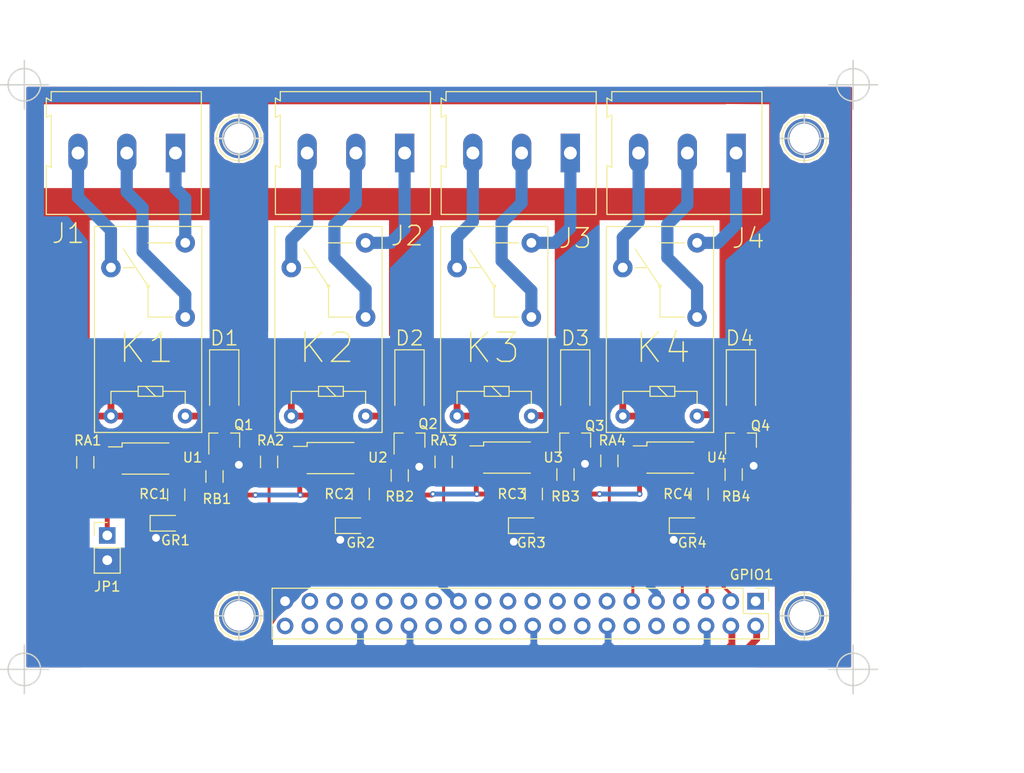
<source format=kicad_pcb>
(kicad_pcb (version 4) (host pcbnew 4.0.7)

  (general
    (links 77)
    (no_connects 0)
    (area 104 62.3 209.778572 141.200001)
    (thickness 1.6)
    (drawings 25)
    (tracks 309)
    (zones 0)
    (modules 42)
    (nets 40)
  )

  (page A4)
  (title_block
    (title "Czterokanałowy zestaw przekaźników z optoizolacją.")
    (date 2018-03-20)
    (rev 2/2)
    (company "Łukasz Twardogórski 126126 ESPiO")
    (comment 1 "Screw 4x M2.5")
    (comment 2 "Size 85mm x 60mm")
  )

  (layers
    (0 F.Cu signal)
    (31 B.Cu signal)
    (44 Edge.Cuts user)
    (45 Margin user)
    (47 F.CrtYd user)
    (49 F.Fab user)
  )

  (setup
    (last_trace_width 0.3)
    (trace_clearance 0.2)
    (zone_clearance 0.508)
    (zone_45_only no)
    (trace_min 0.2)
    (segment_width 0.2)
    (edge_width 0.15)
    (via_size 0.5)
    (via_drill 0.3)
    (via_min_size 0.4)
    (via_min_drill 0.3)
    (uvia_size 0.3)
    (uvia_drill 0.1)
    (uvias_allowed no)
    (uvia_min_size 0.2)
    (uvia_min_drill 0.1)
    (pcb_text_width 0.3)
    (pcb_text_size 1.5 1.5)
    (mod_edge_width 0.15)
    (mod_text_size 1 1)
    (mod_text_width 0.15)
    (pad_size 2.49936 2.49936)
    (pad_drill 1.00076)
    (pad_to_mask_clearance 0.1)
    (aux_axis_origin 312.5 118.5)
    (grid_origin 201.3 90.5)
    (visible_elements 7FFCFFFF)
    (pcbplotparams
      (layerselection 0x00020_80000001)
      (usegerberextensions false)
      (excludeedgelayer true)
      (linewidth 0.100000)
      (plotframeref false)
      (viasonmask false)
      (mode 1)
      (useauxorigin false)
      (hpglpennumber 1)
      (hpglpenspeed 20)
      (hpglpendiameter 15)
      (hpglpenoverlay 2)
      (psnegative false)
      (psa4output false)
      (plotreference true)
      (plotvalue true)
      (plotinvisibletext false)
      (padsonsilk false)
      (subtractmaskfromsilk false)
      (outputformat 1)
      (mirror false)
      (drillshape 0)
      (scaleselection 1)
      (outputdirectory ../../Desktop/11))
  )

  (net 0 "")
  (net 1 COM)
  (net 2 NC2)
  (net 3 NC1)
  (net 4 NC3)
  (net 5 NC4)
  (net 6 "Net-(Q1-Pad1)")
  (net 7 GND)
  (net 8 "Net-(Q2-Pad1)")
  (net 9 "Net-(Q3-Pad1)")
  (net 10 "Net-(Q4-Pad1)")
  (net 11 IN1)
  (net 12 IN2)
  (net 13 IN3)
  (net 14 IN4)
  (net 15 "Net-(D1-Pad2)")
  (net 16 "Net-(D2-Pad2)")
  (net 17 "Net-(D3-Pad2)")
  (net 18 "Net-(D4-Pad2)")
  (net 19 OUT1)
  (net 20 OUT2)
  (net 21 OUT3)
  (net 22 OUT4)
  (net 23 NO1)
  (net 24 NO2)
  (net 25 NO3)
  (net 26 NO4)
  (net 27 +5V)
  (net 28 "Net-(GR1-Pad2)")
  (net 29 "Net-(GR2-Pad2)")
  (net 30 "Net-(GR3-Pad2)")
  (net 31 "Net-(GR4-Pad2)")
  (net 32 "Net-(RA1-Pad1)")
  (net 33 "Net-(RA2-Pad1)")
  (net 34 "Net-(RA3-Pad1)")
  (net 35 "Net-(RA4-Pad1)")
  (net 36 "Net-(RB1-Pad2)")
  (net 37 "Net-(RB2-Pad1)")
  (net 38 "Net-(RB3-Pad1)")
  (net 39 "Net-(RB4-Pad1)")

  (net_class Default "To jest domyślna klasa połączeń."
    (clearance 0.2)
    (trace_width 0.3)
    (via_dia 0.5)
    (via_drill 0.3)
    (uvia_dia 0.3)
    (uvia_drill 0.1)
    (add_net "Net-(GR1-Pad2)")
    (add_net "Net-(GR2-Pad2)")
    (add_net "Net-(GR3-Pad2)")
    (add_net "Net-(GR4-Pad2)")
    (add_net "Net-(Q1-Pad1)")
    (add_net "Net-(Q2-Pad1)")
    (add_net "Net-(Q3-Pad1)")
    (add_net "Net-(Q4-Pad1)")
    (add_net "Net-(RA1-Pad1)")
    (add_net "Net-(RA2-Pad1)")
    (add_net "Net-(RA3-Pad1)")
    (add_net "Net-(RA4-Pad1)")
    (add_net "Net-(RB1-Pad2)")
    (add_net "Net-(RB2-Pad1)")
    (add_net "Net-(RB3-Pad1)")
    (add_net "Net-(RB4-Pad1)")
    (add_net OUT1)
    (add_net OUT2)
    (add_net OUT3)
    (add_net OUT4)
  )

  (net_class 5V ""
    (clearance 0.4)
    (trace_width 0.7)
    (via_dia 1)
    (via_drill 0.8)
    (uvia_dia 0.3)
    (uvia_drill 0.1)
    (add_net +5V)
  )

  (net_class Przekaznik ""
    (clearance 0.6)
    (trace_width 1.25)
    (via_dia 1.5)
    (via_drill 1)
    (uvia_dia 0.8)
    (uvia_drill 0.3)
    (add_net IN1)
    (add_net IN2)
    (add_net IN3)
    (add_net IN4)
    (add_net NC1)
    (add_net NC2)
    (add_net NC3)
    (add_net NC4)
    (add_net NO1)
    (add_net NO2)
    (add_net NO3)
    (add_net NO4)
  )

  (net_class Zasilanie ""
    (clearance 0.4)
    (trace_width 0.7)
    (via_dia 1)
    (via_drill 0.8)
    (uvia_dia 0.3)
    (uvia_drill 0.1)
    (add_net GND)
    (add_net "Net-(D1-Pad2)")
    (add_net "Net-(D2-Pad2)")
    (add_net "Net-(D3-Pad2)")
    (add_net "Net-(D4-Pad2)")
  )

  (net_class com ""
    (clearance 0.2)
    (trace_width 0.5)
    (via_dia 0.6)
    (via_drill 0.3)
    (uvia_dia 0.3)
    (uvia_drill 0.1)
    (add_net COM)
  )

  (module Pin_Headers:Pin_Header_Straight_2x20_Pitch2.54mm (layer F.Cu) (tedit 5AB185EB) (tstamp 5AA6E0E4)
    (at 181.5 123.5 270)
    (descr "Through hole straight pin header, 2x20, 2.54mm pitch, double rows")
    (tags "Through hole pin header THT 2x20 2.54mm double row")
    (path /5AA6C153)
    (fp_text reference GPIO1 (at -2.72 0.41 360) (layer F.SilkS)
      (effects (font (size 1 1) (thickness 0.15)))
    )
    (fp_text value SUPP40 (at 1.27 50.59 270) (layer F.Fab) hide
      (effects (font (size 1 1) (thickness 0.15)))
    )
    (fp_line (start 0 -1.27) (end 3.81 -1.27) (layer F.Fab) (width 0.1))
    (fp_line (start 3.81 -1.27) (end 3.81 49.53) (layer F.Fab) (width 0.1))
    (fp_line (start 3.81 49.53) (end -1.27 49.53) (layer F.Fab) (width 0.1))
    (fp_line (start -1.27 49.53) (end -1.27 0) (layer F.Fab) (width 0.1))
    (fp_line (start -1.27 0) (end 0 -1.27) (layer F.Fab) (width 0.1))
    (fp_line (start -1.33 49.59) (end 3.87 49.59) (layer F.SilkS) (width 0.12))
    (fp_line (start -1.33 1.27) (end -1.33 49.59) (layer F.SilkS) (width 0.12))
    (fp_line (start 3.87 -1.33) (end 3.87 49.59) (layer F.SilkS) (width 0.12))
    (fp_line (start -1.33 1.27) (end 1.27 1.27) (layer F.SilkS) (width 0.12))
    (fp_line (start 1.27 1.27) (end 1.27 -1.33) (layer F.SilkS) (width 0.12))
    (fp_line (start 1.27 -1.33) (end 3.87 -1.33) (layer F.SilkS) (width 0.12))
    (fp_line (start -1.33 0) (end -1.33 -1.33) (layer F.SilkS) (width 0.12))
    (fp_line (start -1.33 -1.33) (end 0 -1.33) (layer F.SilkS) (width 0.12))
    (fp_line (start -1.8 -1.8) (end -1.8 50.05) (layer F.CrtYd) (width 0.05))
    (fp_line (start -1.8 50.05) (end 4.35 50.05) (layer F.CrtYd) (width 0.05))
    (fp_line (start 4.35 50.05) (end 4.35 -1.8) (layer F.CrtYd) (width 0.05))
    (fp_line (start 4.35 -1.8) (end -1.8 -1.8) (layer F.CrtYd) (width 0.05))
    (fp_text user %R (at 1.27 24.13 360) (layer F.Fab)
      (effects (font (size 2 2) (thickness 0.15)))
    )
    (pad 1 thru_hole rect (at 0 0 270) (size 1.7 1.7) (drill 1) (layers *.Cu *.Mask))
    (pad 2 thru_hole oval (at 2.54 0 270) (size 1.7 1.7) (drill 1) (layers *.Cu *.Mask)
      (net 27 +5V))
    (pad 3 thru_hole oval (at 0 2.54 270) (size 1.7 1.7) (drill 1) (layers *.Cu *.Mask)
      (net 22 OUT4))
    (pad 4 thru_hole oval (at 2.54 2.54 270) (size 1.7 1.7) (drill 1) (layers *.Cu *.Mask)
      (net 27 +5V))
    (pad 5 thru_hole oval (at 0 5.08 270) (size 1.7 1.7) (drill 1) (layers *.Cu *.Mask)
      (net 21 OUT3))
    (pad 6 thru_hole oval (at 2.54 5.08 270) (size 1.7 1.7) (drill 1) (layers *.Cu *.Mask)
      (net 7 GND))
    (pad 7 thru_hole oval (at 0 7.62 270) (size 1.7 1.7) (drill 1) (layers *.Cu *.Mask)
      (net 20 OUT2))
    (pad 8 thru_hole oval (at 2.54 7.62 270) (size 1.7 1.7) (drill 1) (layers *.Cu *.Mask))
    (pad 9 thru_hole oval (at 0 10.16 270) (size 1.7 1.7) (drill 1) (layers *.Cu *.Mask)
      (net 7 GND))
    (pad 10 thru_hole oval (at 2.54 10.16 270) (size 1.7 1.7) (drill 1) (layers *.Cu *.Mask))
    (pad 11 thru_hole oval (at 0 12.7 270) (size 1.7 1.7) (drill 1) (layers *.Cu *.Mask)
      (net 19 OUT1))
    (pad 12 thru_hole oval (at 2.54 12.7 270) (size 1.7 1.7) (drill 1) (layers *.Cu *.Mask))
    (pad 13 thru_hole oval (at 0 15.24 270) (size 1.7 1.7) (drill 1) (layers *.Cu *.Mask))
    (pad 14 thru_hole oval (at 2.54 15.24 270) (size 1.7 1.7) (drill 1) (layers *.Cu *.Mask)
      (net 7 GND))
    (pad 15 thru_hole oval (at 0 17.78 270) (size 1.7 1.7) (drill 1) (layers *.Cu *.Mask))
    (pad 16 thru_hole oval (at 2.54 17.78 270) (size 1.7 1.7) (drill 1) (layers *.Cu *.Mask))
    (pad 17 thru_hole oval (at 0 20.32 270) (size 1.7 1.7) (drill 1) (layers *.Cu *.Mask))
    (pad 18 thru_hole oval (at 2.54 20.32 270) (size 1.7 1.7) (drill 1) (layers *.Cu *.Mask))
    (pad 19 thru_hole oval (at 0 22.86 270) (size 1.7 1.7) (drill 1) (layers *.Cu *.Mask))
    (pad 20 thru_hole oval (at 2.54 22.86 270) (size 1.7 1.7) (drill 1) (layers *.Cu *.Mask)
      (net 7 GND))
    (pad 21 thru_hole oval (at 0 25.4 270) (size 1.7 1.7) (drill 1) (layers *.Cu *.Mask))
    (pad 22 thru_hole oval (at 2.54 25.4 270) (size 1.7 1.7) (drill 1) (layers *.Cu *.Mask))
    (pad 23 thru_hole oval (at 0 27.94 270) (size 1.7 1.7) (drill 1) (layers *.Cu *.Mask))
    (pad 24 thru_hole oval (at 2.54 27.94 270) (size 1.7 1.7) (drill 1) (layers *.Cu *.Mask))
    (pad 25 thru_hole oval (at 0 30.48 270) (size 1.7 1.7) (drill 1) (layers *.Cu *.Mask)
      (net 7 GND))
    (pad 26 thru_hole oval (at 2.54 30.48 270) (size 1.7 1.7) (drill 1) (layers *.Cu *.Mask))
    (pad 27 thru_hole oval (at 0 33.02 270) (size 1.7 1.7) (drill 1) (layers *.Cu *.Mask))
    (pad 28 thru_hole oval (at 2.54 33.02 270) (size 1.7 1.7) (drill 1) (layers *.Cu *.Mask))
    (pad 29 thru_hole oval (at 0 35.56 270) (size 1.7 1.7) (drill 1) (layers *.Cu *.Mask))
    (pad 30 thru_hole oval (at 2.54 35.56 270) (size 1.7 1.7) (drill 1) (layers *.Cu *.Mask)
      (net 7 GND))
    (pad 31 thru_hole oval (at 0 38.1 270) (size 1.7 1.7) (drill 1) (layers *.Cu *.Mask))
    (pad 32 thru_hole oval (at 2.54 38.1 270) (size 1.7 1.7) (drill 1) (layers *.Cu *.Mask))
    (pad 33 thru_hole oval (at 0 40.64 270) (size 1.7 1.7) (drill 1) (layers *.Cu *.Mask))
    (pad 34 thru_hole oval (at 2.54 40.64 270) (size 1.7 1.7) (drill 1) (layers *.Cu *.Mask)
      (net 7 GND))
    (pad 35 thru_hole oval (at 0 43.18 270) (size 1.7 1.7) (drill 1) (layers *.Cu *.Mask))
    (pad 36 thru_hole oval (at 2.54 43.18 270) (size 1.7 1.7) (drill 1) (layers *.Cu *.Mask))
    (pad 37 thru_hole oval (at 0 45.72 270) (size 1.7 1.7) (drill 1) (layers *.Cu *.Mask))
    (pad 38 thru_hole oval (at 2.54 45.72 270) (size 1.7 1.7) (drill 1) (layers *.Cu *.Mask))
    (pad 39 thru_hole oval (at 0 48.26 270) (size 1.7 1.7) (drill 1) (layers *.Cu *.Mask)
      (net 7 GND))
    (pad 40 thru_hole oval (at 2.54 48.26 270) (size 1.7 1.7) (drill 1) (layers *.Cu *.Mask))
    (model Socket_Strips.3dshapes/Socket_Strip_Straight_2x20_Pitch2.54mm.wrl
      (at (xyz 0.05 -0.95 -0.05))
      (scale (xyz 1 1 1))
      (rotate (xyz 0 180 90))
    )
  )

  (module TO_SOT_Packages_SMD:SOT-23 (layer F.Cu) (tedit 5AB186A1) (tstamp 5AA6D87D)
    (at 127 107 90)
    (descr "SOT-23, Standard")
    (tags SOT-23)
    (path /5AA6FD8F)
    (attr smd)
    (fp_text reference Q1 (at 1.6 2 180) (layer F.SilkS)
      (effects (font (size 1 1) (thickness 0.15)))
    )
    (fp_text value BC817 (at 0 2.5 90) (layer F.Fab) hide
      (effects (font (size 1 1) (thickness 0.15)))
    )
    (fp_text user %R (at 0 0 180) (layer F.Fab)
      (effects (font (size 1 1) (thickness 0.075)))
    )
    (fp_line (start -0.7 -0.95) (end -0.7 1.5) (layer F.Fab) (width 0.1))
    (fp_line (start -0.15 -1.52) (end 0.7 -1.52) (layer F.Fab) (width 0.1))
    (fp_line (start -0.7 -0.95) (end -0.15 -1.52) (layer F.Fab) (width 0.1))
    (fp_line (start 0.7 -1.52) (end 0.7 1.52) (layer F.Fab) (width 0.1))
    (fp_line (start -0.7 1.52) (end 0.7 1.52) (layer F.Fab) (width 0.1))
    (fp_line (start 0.76 1.58) (end 0.76 0.65) (layer F.SilkS) (width 0.12))
    (fp_line (start 0.76 -1.58) (end 0.76 -0.65) (layer F.SilkS) (width 0.12))
    (fp_line (start -1.7 -1.75) (end 1.7 -1.75) (layer F.CrtYd) (width 0.05))
    (fp_line (start 1.7 -1.75) (end 1.7 1.75) (layer F.CrtYd) (width 0.05))
    (fp_line (start 1.7 1.75) (end -1.7 1.75) (layer F.CrtYd) (width 0.05))
    (fp_line (start -1.7 1.75) (end -1.7 -1.75) (layer F.CrtYd) (width 0.05))
    (fp_line (start 0.76 -1.58) (end -1.4 -1.58) (layer F.SilkS) (width 0.12))
    (fp_line (start 0.76 1.58) (end -0.7 1.58) (layer F.SilkS) (width 0.12))
    (pad 1 smd rect (at -1 -0.95 90) (size 0.9 0.8) (layers F.Cu)
      (net 6 "Net-(Q1-Pad1)"))
    (pad 2 smd rect (at -1 0.95 90) (size 0.9 0.8) (layers F.Cu)
      (net 7 GND))
    (pad 3 smd rect (at 1 0 90) (size 0.9 0.8) (layers F.Cu)
      (net 15 "Net-(D1-Pad2)"))
    (model ${KISYS3DMOD}/TO_SOT_Packages_SMD.3dshapes/SOT-23.wrl
      (at (xyz 0 0 0))
      (scale (xyz 1 1 1))
      (rotate (xyz 0 0 0))
    )
  )

  (module TO_SOT_Packages_SMD:SOT-23 (layer F.Cu) (tedit 5AB186CF) (tstamp 5AA6D892)
    (at 146 107 90)
    (descr "SOT-23, Standard")
    (tags SOT-23)
    (path /5AA6FFAC)
    (attr smd)
    (fp_text reference Q2 (at 1.7 1.9 180) (layer F.SilkS)
      (effects (font (size 1 1) (thickness 0.15)))
    )
    (fp_text value BC817 (at 0 2.5 90) (layer F.Fab) hide
      (effects (font (size 1 1) (thickness 0.15)))
    )
    (fp_text user %R (at 0 0 180) (layer F.Fab)
      (effects (font (size 1 1) (thickness 0.075)))
    )
    (fp_line (start -0.7 -0.95) (end -0.7 1.5) (layer F.Fab) (width 0.1))
    (fp_line (start -0.15 -1.52) (end 0.7 -1.52) (layer F.Fab) (width 0.1))
    (fp_line (start -0.7 -0.95) (end -0.15 -1.52) (layer F.Fab) (width 0.1))
    (fp_line (start 0.7 -1.52) (end 0.7 1.52) (layer F.Fab) (width 0.1))
    (fp_line (start -0.7 1.52) (end 0.7 1.52) (layer F.Fab) (width 0.1))
    (fp_line (start 0.76 1.58) (end 0.76 0.65) (layer F.SilkS) (width 0.12))
    (fp_line (start 0.76 -1.58) (end 0.76 -0.65) (layer F.SilkS) (width 0.12))
    (fp_line (start -1.7 -1.75) (end 1.7 -1.75) (layer F.CrtYd) (width 0.05))
    (fp_line (start 1.7 -1.75) (end 1.7 1.75) (layer F.CrtYd) (width 0.05))
    (fp_line (start 1.7 1.75) (end -1.7 1.75) (layer F.CrtYd) (width 0.05))
    (fp_line (start -1.7 1.75) (end -1.7 -1.75) (layer F.CrtYd) (width 0.05))
    (fp_line (start 0.76 -1.58) (end -1.4 -1.58) (layer F.SilkS) (width 0.12))
    (fp_line (start 0.76 1.58) (end -0.7 1.58) (layer F.SilkS) (width 0.12))
    (pad 1 smd rect (at -1 -0.95 90) (size 0.9 0.8) (layers F.Cu)
      (net 8 "Net-(Q2-Pad1)"))
    (pad 2 smd rect (at -1 0.95 90) (size 0.9 0.8) (layers F.Cu)
      (net 7 GND))
    (pad 3 smd rect (at 1 0 90) (size 0.9 0.8) (layers F.Cu)
      (net 16 "Net-(D2-Pad2)"))
    (model ${KISYS3DMOD}/TO_SOT_Packages_SMD.3dshapes/SOT-23.wrl
      (at (xyz 0 0 0))
      (scale (xyz 1 1 1))
      (rotate (xyz 0 0 0))
    )
  )

  (module TO_SOT_Packages_SMD:SOT-23 (layer F.Cu) (tedit 5AB4E9BF) (tstamp 5AA6D8A7)
    (at 163 107 90)
    (descr "SOT-23, Standard")
    (tags SOT-23)
    (path /5AA6FE28)
    (attr smd)
    (fp_text reference Q3 (at 1.5 2 180) (layer F.SilkS)
      (effects (font (size 1 1) (thickness 0.15)))
    )
    (fp_text value BC817 (at 0 2.5 90) (layer F.Fab) hide
      (effects (font (size 1 1) (thickness 0.15)))
    )
    (fp_text user %R (at 0 0 180) (layer F.Fab)
      (effects (font (size 1 1) (thickness 0.075)))
    )
    (fp_line (start -0.7 -0.95) (end -0.7 1.5) (layer F.Fab) (width 0.1))
    (fp_line (start -0.15 -1.52) (end 0.7 -1.52) (layer F.Fab) (width 0.1))
    (fp_line (start -0.7 -0.95) (end -0.15 -1.52) (layer F.Fab) (width 0.1))
    (fp_line (start 0.7 -1.52) (end 0.7 1.52) (layer F.Fab) (width 0.1))
    (fp_line (start -0.7 1.52) (end 0.7 1.52) (layer F.Fab) (width 0.1))
    (fp_line (start 0.76 1.58) (end 0.76 0.65) (layer F.SilkS) (width 0.12))
    (fp_line (start 0.76 -1.58) (end 0.76 -0.65) (layer F.SilkS) (width 0.12))
    (fp_line (start -1.7 -1.75) (end 1.7 -1.75) (layer F.CrtYd) (width 0.05))
    (fp_line (start 1.7 -1.75) (end 1.7 1.75) (layer F.CrtYd) (width 0.05))
    (fp_line (start 1.7 1.75) (end -1.7 1.75) (layer F.CrtYd) (width 0.05))
    (fp_line (start -1.7 1.75) (end -1.7 -1.75) (layer F.CrtYd) (width 0.05))
    (fp_line (start 0.76 -1.58) (end -1.4 -1.58) (layer F.SilkS) (width 0.12))
    (fp_line (start 0.76 1.58) (end -0.7 1.58) (layer F.SilkS) (width 0.12))
    (pad 1 smd rect (at -1 -0.95 90) (size 0.9 0.8) (layers F.Cu)
      (net 9 "Net-(Q3-Pad1)"))
    (pad 2 smd rect (at -1 0.95 90) (size 0.9 0.8) (layers F.Cu)
      (net 7 GND))
    (pad 3 smd rect (at 1 0 90) (size 0.9 0.8) (layers F.Cu)
      (net 17 "Net-(D3-Pad2)"))
    (model ${KISYS3DMOD}/TO_SOT_Packages_SMD.3dshapes/SOT-23.wrl
      (at (xyz 0 0 0))
      (scale (xyz 1 1 1))
      (rotate (xyz 0 0 0))
    )
  )

  (module TO_SOT_Packages_SMD:SOT-23 (layer F.Cu) (tedit 5AB4E8B9) (tstamp 5AA6D8BC)
    (at 180 107 90)
    (descr "SOT-23, Standard")
    (tags SOT-23)
    (path /5AA6FF33)
    (attr smd)
    (fp_text reference Q4 (at 1.5 2 180) (layer F.SilkS)
      (effects (font (size 1 1) (thickness 0.15)))
    )
    (fp_text value BC817 (at 0 2.5 90) (layer F.Fab) hide
      (effects (font (size 1 1) (thickness 0.15)))
    )
    (fp_text user %R (at 0 0 180) (layer F.Fab)
      (effects (font (size 1 1) (thickness 0.075)))
    )
    (fp_line (start -0.7 -0.95) (end -0.7 1.5) (layer F.Fab) (width 0.1))
    (fp_line (start -0.15 -1.52) (end 0.7 -1.52) (layer F.Fab) (width 0.1))
    (fp_line (start -0.7 -0.95) (end -0.15 -1.52) (layer F.Fab) (width 0.1))
    (fp_line (start 0.7 -1.52) (end 0.7 1.52) (layer F.Fab) (width 0.1))
    (fp_line (start -0.7 1.52) (end 0.7 1.52) (layer F.Fab) (width 0.1))
    (fp_line (start 0.76 1.58) (end 0.76 0.65) (layer F.SilkS) (width 0.12))
    (fp_line (start 0.76 -1.58) (end 0.76 -0.65) (layer F.SilkS) (width 0.12))
    (fp_line (start -1.7 -1.75) (end 1.7 -1.75) (layer F.CrtYd) (width 0.05))
    (fp_line (start 1.7 -1.75) (end 1.7 1.75) (layer F.CrtYd) (width 0.05))
    (fp_line (start 1.7 1.75) (end -1.7 1.75) (layer F.CrtYd) (width 0.05))
    (fp_line (start -1.7 1.75) (end -1.7 -1.75) (layer F.CrtYd) (width 0.05))
    (fp_line (start 0.76 -1.58) (end -1.4 -1.58) (layer F.SilkS) (width 0.12))
    (fp_line (start 0.76 1.58) (end -0.7 1.58) (layer F.SilkS) (width 0.12))
    (pad 1 smd rect (at -1 -0.95 90) (size 0.9 0.8) (layers F.Cu)
      (net 10 "Net-(Q4-Pad1)"))
    (pad 2 smd rect (at -1 0.95 90) (size 0.9 0.8) (layers F.Cu)
      (net 7 GND))
    (pad 3 smd rect (at 1 0 90) (size 0.9 0.8) (layers F.Cu)
      (net 18 "Net-(D4-Pad2)"))
    (model ${KISYS3DMOD}/TO_SOT_Packages_SMD.3dshapes/SOT-23.wrl
      (at (xyz 0 0 0))
      (scale (xyz 1 1 1))
      (rotate (xyz 0 0 0))
    )
  )

  (module Relays_THT:Relay_SPDT_OMRON-G5Q (layer F.Cu) (tedit 5AB4E80C) (tstamp 5AA6D805)
    (at 123 104.5 90)
    (descr "Relay SPDT Omron Serie G5Q")
    (tags "Relay SPDT Omron Serie G5Q")
    (path /5AABB87E)
    (fp_text reference K1 (at 7 -4 180) (layer F.SilkS)
      (effects (font (size 3 3) (thickness 0.15)))
    )
    (fp_text value G5Q-1 (at 9 3 90) (layer F.Fab) hide
      (effects (font (size 1 1) (thickness 0.15)))
    )
    (fp_text user %R (at 7 -4 180) (layer F.Fab)
      (effects (font (size 3 3) (thickness 0.15)))
    )
    (fp_line (start 17.78 -1.27) (end 17.78 -3.81) (layer F.SilkS) (width 0.12))
    (fp_line (start 13.335 -3.81) (end 17.145 -6.35) (layer F.SilkS) (width 0.12))
    (fp_line (start 15.24 -6.35) (end 15.24 -5.08) (layer F.SilkS) (width 0.12))
    (fp_line (start 10.16 -1.27) (end 10.16 -3.81) (layer F.SilkS) (width 0.12))
    (fp_line (start 10.16 -3.81) (end 13.335 -3.81) (layer F.SilkS) (width 0.12))
    (fp_line (start 0 -1) (end 0 -6.5) (layer F.Fab) (width 0.1))
    (fp_line (start 18.96 -8.81) (end 18.96 1.19) (layer F.Fab) (width 0.1))
    (fp_line (start 18.96 1.19) (end -1.18 1.19) (layer F.Fab) (width 0.1))
    (fp_line (start -1.18 1.19) (end -1.18 -8.81) (layer F.Fab) (width 0.1))
    (fp_line (start -1.18 -8.81) (end 18.96 -8.81) (layer F.Fab) (width 0.1))
    (fp_line (start -1.95 -9.55) (end 19.7 -9.55) (layer F.CrtYd) (width 0.05))
    (fp_line (start 19.7 -9.55) (end 19.7 1.95) (layer F.CrtYd) (width 0.05))
    (fp_line (start 19.7 1.95) (end -1.95 1.95) (layer F.CrtYd) (width 0.05))
    (fp_line (start -1.95 1.95) (end -1.95 -9.55) (layer F.CrtYd) (width 0.05))
    (fp_line (start 2.03 -3.05) (end 3.05 -4.06) (layer F.SilkS) (width 0.12))
    (fp_line (start 2.54 -7.62) (end 1.27 -7.62) (layer F.SilkS) (width 0.12))
    (fp_line (start 2.54 -4.83) (end 2.54 -7.62) (layer F.SilkS) (width 0.12))
    (fp_line (start 2.54 0) (end 2.54 -2.29) (layer F.SilkS) (width 0.12))
    (fp_line (start 1.27 0) (end 2.54 0) (layer F.SilkS) (width 0.12))
    (fp_line (start 2.54 -2.29) (end 2.03 -2.29) (layer F.SilkS) (width 0.12))
    (fp_line (start 2.03 -2.29) (end 2.03 -4.83) (layer F.SilkS) (width 0.12))
    (fp_line (start 2.03 -4.83) (end 2.54 -4.83) (layer F.SilkS) (width 0.12))
    (fp_line (start 2.54 -4.83) (end 3.05 -4.83) (layer F.SilkS) (width 0.12))
    (fp_line (start 3.05 -4.83) (end 3.05 -2.29) (layer F.SilkS) (width 0.12))
    (fp_line (start 3.05 -2.29) (end 2.54 -2.29) (layer F.SilkS) (width 0.12))
    (fp_line (start -1.68 1.69) (end 19.46 1.69) (layer F.SilkS) (width 0.12))
    (fp_line (start 19.46 1.69) (end 19.46 -9.31) (layer F.SilkS) (width 0.12))
    (fp_line (start -1.68 1.69) (end -1.68 -9.31) (layer F.SilkS) (width 0.12))
    (fp_line (start -1.68 -9.31) (end 19.46 -9.31) (layer F.SilkS) (width 0.12))
    (fp_circle (center 13.335 -3.81) (end 13.462 -3.81) (layer F.SilkS) (width 0.12))
    (pad 1 thru_hole circle (at 0 0 270) (size 1.52 1.52) (drill 0.76) (layers *.Cu *.Mask)
      (net 15 "Net-(D1-Pad2)"))
    (pad 2 thru_hole circle (at 10.16 0 270) (size 2 2) (drill 1) (layers *.Cu *.Mask)
      (net 11 IN1))
    (pad 3 thru_hole circle (at 17.78 0 270) (size 2 2) (drill 1) (layers *.Cu *.Mask)
      (net 23 NO1))
    (pad 4 thru_hole circle (at 15.24 -7.62 270) (size 2 2) (drill 1) (layers *.Cu *.Mask)
      (net 3 NC1))
    (pad 5 thru_hole circle (at 0 -7.62 270) (size 1.52 1.52) (drill 0.76) (layers *.Cu *.Mask)
      (net 27 +5V))
    (model ${KISYS3DMOD}/Relays_THT.3dshapes/Relay_SPDT_OMRON-G5Q.wrl
      (at (xyz 0 0 0))
      (scale (xyz 1 1 1))
      (rotate (xyz 0 0 0))
    )
    (model Relay_THT.3dshapes/Relay_DPDT_Omron_G5V-2.wrl
      (at (xyz 0 0 0))
      (scale (xyz 1 1 1))
      (rotate (xyz 0 0 270))
    )
  )

  (module Relays_THT:Relay_SPDT_OMRON-G5Q (layer F.Cu) (tedit 5AB4E7E8) (tstamp 5AA6D826)
    (at 141.5 104.5 90)
    (descr "Relay SPDT Omron Serie G5Q")
    (tags "Relay SPDT Omron Serie G5Q")
    (path /5AABB382)
    (fp_text reference K2 (at 7 -4 180) (layer F.SilkS)
      (effects (font (size 3 3) (thickness 0.15)))
    )
    (fp_text value G5Q-1 (at 9 3 90) (layer F.Fab) hide
      (effects (font (size 1 1) (thickness 0.15)))
    )
    (fp_text user %R (at 7 -4 180) (layer F.Fab)
      (effects (font (size 3 3) (thickness 0.15)))
    )
    (fp_line (start 17.78 -1.27) (end 17.78 -3.81) (layer F.SilkS) (width 0.12))
    (fp_line (start 13.335 -3.81) (end 17.145 -6.35) (layer F.SilkS) (width 0.12))
    (fp_line (start 15.24 -6.35) (end 15.24 -5.08) (layer F.SilkS) (width 0.12))
    (fp_line (start 10.16 -1.27) (end 10.16 -3.81) (layer F.SilkS) (width 0.12))
    (fp_line (start 10.16 -3.81) (end 13.335 -3.81) (layer F.SilkS) (width 0.12))
    (fp_line (start 0 -1) (end 0 -6.5) (layer F.Fab) (width 0.1))
    (fp_line (start 18.96 -8.81) (end 18.96 1.19) (layer F.Fab) (width 0.1))
    (fp_line (start 18.96 1.19) (end -1.18 1.19) (layer F.Fab) (width 0.1))
    (fp_line (start -1.18 1.19) (end -1.18 -8.81) (layer F.Fab) (width 0.1))
    (fp_line (start -1.18 -8.81) (end 18.96 -8.81) (layer F.Fab) (width 0.1))
    (fp_line (start -1.95 -9.55) (end 19.7 -9.55) (layer F.CrtYd) (width 0.05))
    (fp_line (start 19.7 -9.55) (end 19.7 1.95) (layer F.CrtYd) (width 0.05))
    (fp_line (start 19.7 1.95) (end -1.95 1.95) (layer F.CrtYd) (width 0.05))
    (fp_line (start -1.95 1.95) (end -1.95 -9.55) (layer F.CrtYd) (width 0.05))
    (fp_line (start 2.03 -3.05) (end 3.05 -4.06) (layer F.SilkS) (width 0.12))
    (fp_line (start 2.54 -7.62) (end 1.27 -7.62) (layer F.SilkS) (width 0.12))
    (fp_line (start 2.54 -4.83) (end 2.54 -7.62) (layer F.SilkS) (width 0.12))
    (fp_line (start 2.54 0) (end 2.54 -2.29) (layer F.SilkS) (width 0.12))
    (fp_line (start 1.27 0) (end 2.54 0) (layer F.SilkS) (width 0.12))
    (fp_line (start 2.54 -2.29) (end 2.03 -2.29) (layer F.SilkS) (width 0.12))
    (fp_line (start 2.03 -2.29) (end 2.03 -4.83) (layer F.SilkS) (width 0.12))
    (fp_line (start 2.03 -4.83) (end 2.54 -4.83) (layer F.SilkS) (width 0.12))
    (fp_line (start 2.54 -4.83) (end 3.05 -4.83) (layer F.SilkS) (width 0.12))
    (fp_line (start 3.05 -4.83) (end 3.05 -2.29) (layer F.SilkS) (width 0.12))
    (fp_line (start 3.05 -2.29) (end 2.54 -2.29) (layer F.SilkS) (width 0.12))
    (fp_line (start -1.68 1.69) (end 19.46 1.69) (layer F.SilkS) (width 0.12))
    (fp_line (start 19.46 1.69) (end 19.46 -9.31) (layer F.SilkS) (width 0.12))
    (fp_line (start -1.68 1.69) (end -1.68 -9.31) (layer F.SilkS) (width 0.12))
    (fp_line (start -1.68 -9.31) (end 19.46 -9.31) (layer F.SilkS) (width 0.12))
    (fp_circle (center 13.335 -3.81) (end 13.462 -3.81) (layer F.SilkS) (width 0.12))
    (pad 1 thru_hole circle (at 0 0 270) (size 1.52 1.52) (drill 0.76) (layers *.Cu *.Mask)
      (net 16 "Net-(D2-Pad2)"))
    (pad 2 thru_hole circle (at 10.16 0 270) (size 2 2) (drill 1) (layers *.Cu *.Mask)
      (net 12 IN2))
    (pad 3 thru_hole circle (at 17.78 0 270) (size 2 2) (drill 1) (layers *.Cu *.Mask)
      (net 24 NO2))
    (pad 4 thru_hole circle (at 15.24 -7.62 270) (size 2 2) (drill 1) (layers *.Cu *.Mask)
      (net 2 NC2))
    (pad 5 thru_hole circle (at 0 -7.62 270) (size 1.52 1.52) (drill 0.76) (layers *.Cu *.Mask)
      (net 27 +5V))
    (model ${KISYS3DMOD}/Relays_THT.3dshapes/Relay_SPDT_OMRON-G5Q.wrl
      (at (xyz 0 0 0))
      (scale (xyz 1 1 1))
      (rotate (xyz 0 0 0))
    )
    (model Relay_THT.3dshapes/Relay_DPDT_Omron_G5V-2.wrl
      (at (xyz 0 0 0))
      (scale (xyz 1 1 1))
      (rotate (xyz 0 0 270))
    )
  )

  (module Relays_THT:Relay_SPDT_OMRON-G5Q (layer F.Cu) (tedit 5AB4E7C8) (tstamp 5AA6D847)
    (at 158.5 104.5 90)
    (descr "Relay SPDT Omron Serie G5Q")
    (tags "Relay SPDT Omron Serie G5Q")
    (path /5AABB999)
    (fp_text reference K3 (at 7 -4 180) (layer F.SilkS)
      (effects (font (size 3 3) (thickness 0.15)))
    )
    (fp_text value G5Q-1 (at 9 3 90) (layer F.Fab) hide
      (effects (font (size 1 1) (thickness 0.15)))
    )
    (fp_text user %R (at 7 -4 180) (layer F.Fab)
      (effects (font (size 3 3) (thickness 0.15)))
    )
    (fp_line (start 17.78 -1.27) (end 17.78 -3.81) (layer F.SilkS) (width 0.12))
    (fp_line (start 13.335 -3.81) (end 17.145 -6.35) (layer F.SilkS) (width 0.12))
    (fp_line (start 15.24 -6.35) (end 15.24 -5.08) (layer F.SilkS) (width 0.12))
    (fp_line (start 10.16 -1.27) (end 10.16 -3.81) (layer F.SilkS) (width 0.12))
    (fp_line (start 10.16 -3.81) (end 13.335 -3.81) (layer F.SilkS) (width 0.12))
    (fp_line (start 0 -1) (end 0 -6.5) (layer F.Fab) (width 0.1))
    (fp_line (start 18.96 -8.81) (end 18.96 1.19) (layer F.Fab) (width 0.1))
    (fp_line (start 18.96 1.19) (end -1.18 1.19) (layer F.Fab) (width 0.1))
    (fp_line (start -1.18 1.19) (end -1.18 -8.81) (layer F.Fab) (width 0.1))
    (fp_line (start -1.18 -8.81) (end 18.96 -8.81) (layer F.Fab) (width 0.1))
    (fp_line (start -1.95 -9.55) (end 19.7 -9.55) (layer F.CrtYd) (width 0.05))
    (fp_line (start 19.7 -9.55) (end 19.7 1.95) (layer F.CrtYd) (width 0.05))
    (fp_line (start 19.7 1.95) (end -1.95 1.95) (layer F.CrtYd) (width 0.05))
    (fp_line (start -1.95 1.95) (end -1.95 -9.55) (layer F.CrtYd) (width 0.05))
    (fp_line (start 2.03 -3.05) (end 3.05 -4.06) (layer F.SilkS) (width 0.12))
    (fp_line (start 2.54 -7.62) (end 1.27 -7.62) (layer F.SilkS) (width 0.12))
    (fp_line (start 2.54 -4.83) (end 2.54 -7.62) (layer F.SilkS) (width 0.12))
    (fp_line (start 2.54 0) (end 2.54 -2.29) (layer F.SilkS) (width 0.12))
    (fp_line (start 1.27 0) (end 2.54 0) (layer F.SilkS) (width 0.12))
    (fp_line (start 2.54 -2.29) (end 2.03 -2.29) (layer F.SilkS) (width 0.12))
    (fp_line (start 2.03 -2.29) (end 2.03 -4.83) (layer F.SilkS) (width 0.12))
    (fp_line (start 2.03 -4.83) (end 2.54 -4.83) (layer F.SilkS) (width 0.12))
    (fp_line (start 2.54 -4.83) (end 3.05 -4.83) (layer F.SilkS) (width 0.12))
    (fp_line (start 3.05 -4.83) (end 3.05 -2.29) (layer F.SilkS) (width 0.12))
    (fp_line (start 3.05 -2.29) (end 2.54 -2.29) (layer F.SilkS) (width 0.12))
    (fp_line (start -1.68 1.69) (end 19.46 1.69) (layer F.SilkS) (width 0.12))
    (fp_line (start 19.46 1.69) (end 19.46 -9.31) (layer F.SilkS) (width 0.12))
    (fp_line (start -1.68 1.69) (end -1.68 -9.31) (layer F.SilkS) (width 0.12))
    (fp_line (start -1.68 -9.31) (end 19.46 -9.31) (layer F.SilkS) (width 0.12))
    (fp_circle (center 13.335 -3.81) (end 13.462 -3.81) (layer F.SilkS) (width 0.12))
    (pad 1 thru_hole circle (at 0 0 270) (size 1.52 1.52) (drill 0.76) (layers *.Cu *.Mask)
      (net 17 "Net-(D3-Pad2)"))
    (pad 2 thru_hole circle (at 10.16 0 270) (size 2 2) (drill 1) (layers *.Cu *.Mask)
      (net 13 IN3))
    (pad 3 thru_hole circle (at 17.78 0 270) (size 2 2) (drill 1) (layers *.Cu *.Mask)
      (net 25 NO3))
    (pad 4 thru_hole circle (at 15.24 -7.62 270) (size 2 2) (drill 1) (layers *.Cu *.Mask)
      (net 4 NC3))
    (pad 5 thru_hole circle (at 0 -7.62 270) (size 1.52 1.52) (drill 0.76) (layers *.Cu *.Mask)
      (net 27 +5V))
    (model ${KISYS3DMOD}/Relays_THT.3dshapes/Relay_SPDT_OMRON-G5Q.wrl
      (at (xyz 0 0 0))
      (scale (xyz 1 1 1))
      (rotate (xyz 0 0 0))
    )
    (model Relay_THT.3dshapes/Relay_DPDT_Omron_G5V-2.wrl
      (at (xyz 0 0 0))
      (scale (xyz 1 1 1))
      (rotate (xyz 0 0 270))
    )
  )

  (module Relays_THT:Relay_SPDT_OMRON-G5Q (layer F.Cu) (tedit 5AB4E819) (tstamp 5AA6D868)
    (at 175.5 104.5 90)
    (descr "Relay SPDT Omron Serie G5Q")
    (tags "Relay SPDT Omron Serie G5Q")
    (path /5AABBAC9)
    (fp_text reference K4 (at 7 -3.5 180) (layer F.SilkS)
      (effects (font (size 3 3) (thickness 0.15)))
    )
    (fp_text value G5Q-1 (at 9 3 90) (layer F.Fab) hide
      (effects (font (size 1 1) (thickness 0.15)))
    )
    (fp_text user %R (at 7 -3.5 180) (layer F.Fab)
      (effects (font (size 3 3) (thickness 0.15)))
    )
    (fp_line (start 17.78 -1.27) (end 17.78 -3.81) (layer F.SilkS) (width 0.12))
    (fp_line (start 13.335 -3.81) (end 17.145 -6.35) (layer F.SilkS) (width 0.12))
    (fp_line (start 15.24 -6.35) (end 15.24 -5.08) (layer F.SilkS) (width 0.12))
    (fp_line (start 10.16 -1.27) (end 10.16 -3.81) (layer F.SilkS) (width 0.12))
    (fp_line (start 10.16 -3.81) (end 13.335 -3.81) (layer F.SilkS) (width 0.12))
    (fp_line (start 0 -1) (end 0 -6.5) (layer F.Fab) (width 0.1))
    (fp_line (start 18.96 -8.81) (end 18.96 1.19) (layer F.Fab) (width 0.1))
    (fp_line (start 18.96 1.19) (end -1.18 1.19) (layer F.Fab) (width 0.1))
    (fp_line (start -1.18 1.19) (end -1.18 -8.81) (layer F.Fab) (width 0.1))
    (fp_line (start -1.18 -8.81) (end 18.96 -8.81) (layer F.Fab) (width 0.1))
    (fp_line (start -1.95 -9.55) (end 19.7 -9.55) (layer F.CrtYd) (width 0.05))
    (fp_line (start 19.7 -9.55) (end 19.7 1.95) (layer F.CrtYd) (width 0.05))
    (fp_line (start 19.7 1.95) (end -1.95 1.95) (layer F.CrtYd) (width 0.05))
    (fp_line (start -1.95 1.95) (end -1.95 -9.55) (layer F.CrtYd) (width 0.05))
    (fp_line (start 2.03 -3.05) (end 3.05 -4.06) (layer F.SilkS) (width 0.12))
    (fp_line (start 2.54 -7.62) (end 1.27 -7.62) (layer F.SilkS) (width 0.12))
    (fp_line (start 2.54 -4.83) (end 2.54 -7.62) (layer F.SilkS) (width 0.12))
    (fp_line (start 2.54 0) (end 2.54 -2.29) (layer F.SilkS) (width 0.12))
    (fp_line (start 1.27 0) (end 2.54 0) (layer F.SilkS) (width 0.12))
    (fp_line (start 2.54 -2.29) (end 2.03 -2.29) (layer F.SilkS) (width 0.12))
    (fp_line (start 2.03 -2.29) (end 2.03 -4.83) (layer F.SilkS) (width 0.12))
    (fp_line (start 2.03 -4.83) (end 2.54 -4.83) (layer F.SilkS) (width 0.12))
    (fp_line (start 2.54 -4.83) (end 3.05 -4.83) (layer F.SilkS) (width 0.12))
    (fp_line (start 3.05 -4.83) (end 3.05 -2.29) (layer F.SilkS) (width 0.12))
    (fp_line (start 3.05 -2.29) (end 2.54 -2.29) (layer F.SilkS) (width 0.12))
    (fp_line (start -1.68 1.69) (end 19.46 1.69) (layer F.SilkS) (width 0.12))
    (fp_line (start 19.46 1.69) (end 19.46 -9.31) (layer F.SilkS) (width 0.12))
    (fp_line (start -1.68 1.69) (end -1.68 -9.31) (layer F.SilkS) (width 0.12))
    (fp_line (start -1.68 -9.31) (end 19.46 -9.31) (layer F.SilkS) (width 0.12))
    (fp_circle (center 13.335 -3.81) (end 13.462 -3.81) (layer F.SilkS) (width 0.12))
    (pad 1 thru_hole circle (at 0 0 270) (size 1.52 1.52) (drill 0.76) (layers *.Cu *.Mask)
      (net 18 "Net-(D4-Pad2)"))
    (pad 2 thru_hole circle (at 10.16 0 270) (size 2 2) (drill 1) (layers *.Cu *.Mask)
      (net 14 IN4))
    (pad 3 thru_hole circle (at 17.78 0 270) (size 2 2) (drill 1) (layers *.Cu *.Mask)
      (net 26 NO4))
    (pad 4 thru_hole circle (at 15.24 -7.62 270) (size 2 2) (drill 1) (layers *.Cu *.Mask)
      (net 5 NC4))
    (pad 5 thru_hole circle (at 0 -7.62 270) (size 1.52 1.52) (drill 0.76) (layers *.Cu *.Mask)
      (net 27 +5V))
    (model ${KISYS3DMOD}/Relays_THT.3dshapes/Relay_SPDT_OMRON-G5Q.wrl
      (at (xyz 0 0 0))
      (scale (xyz 1 1 1))
      (rotate (xyz 0 0 0))
    )
    (model Relay_THT.3dshapes/Relay_DPDT_Omron_G5V-2.wrl
      (at (xyz 0 0 0))
      (scale (xyz 1 1 1))
      (rotate (xyz 0 0 270))
    )
  )

  (module Connectors_Terminal_Blocks:TerminalBlock_Altech_AK300-3_P5.00mm (layer F.Cu) (tedit 5AB4EA00) (tstamp 5AAC524D)
    (at 122 77.5 180)
    (descr "Altech AK300 terminal block, pitch 5.0mm, 45 degree angled, see http://www.mouser.com/ds/2/16/PCBMETRC-24178.pdf")
    (tags "Altech AK300 terminal block pitch 5.0mm")
    (path /5AA73452)
    (fp_text reference J1 (at 11 -8.25 180) (layer F.SilkS)
      (effects (font (size 2 2) (thickness 0.15)))
    )
    (fp_text value Screw_Terminal_01x03 (at 4.95 7.3 180) (layer F.Fab) hide
      (effects (font (size 1 1) (thickness 0.15)))
    )
    (fp_text user %R (at 5 -2 180) (layer F.Fab)
      (effects (font (size 2 2) (thickness 0.15)))
    )
    (fp_line (start -2.65 -6.3) (end -2.65 6.3) (layer F.SilkS) (width 0.12))
    (fp_line (start -2.65 6.3) (end 12.75 6.3) (layer F.SilkS) (width 0.12))
    (fp_line (start 12.75 6.3) (end 12.75 5.35) (layer F.SilkS) (width 0.12))
    (fp_line (start 12.75 5.35) (end 13.25 5.65) (layer F.SilkS) (width 0.12))
    (fp_line (start 13.25 5.65) (end 13.25 3.65) (layer F.SilkS) (width 0.12))
    (fp_line (start 13.25 3.65) (end 12.75 3.9) (layer F.SilkS) (width 0.12))
    (fp_line (start 12.75 3.9) (end 12.75 -1.5) (layer F.SilkS) (width 0.12))
    (fp_line (start 12.75 -1.5) (end 13.25 -1.25) (layer F.SilkS) (width 0.12))
    (fp_line (start 13.25 -1.25) (end 13.25 -6.3) (layer F.SilkS) (width 0.12))
    (fp_line (start 13.25 -6.3) (end -2.65 -6.3) (layer F.SilkS) (width 0.12))
    (fp_line (start 12.66 -0.65) (end -2.52 -0.65) (layer F.Fab) (width 0.1))
    (fp_line (start 8.02 3.99) (end 8.02 -0.26) (layer F.Fab) (width 0.1))
    (fp_line (start 12.09 6.21) (end 7.58 6.21) (layer F.Fab) (width 0.1))
    (fp_line (start 7.58 -3.19) (end 12.6 -3.19) (layer F.Fab) (width 0.1))
    (fp_line (start -2.58 -6.23) (end 12.66 -6.23) (layer F.Fab) (width 0.1))
    (fp_line (start 8.42 -0.26) (end 11.72 -0.26) (layer F.Fab) (width 0.1))
    (fp_line (start 8.04 -0.26) (end 8.42 -0.26) (layer F.Fab) (width 0.1))
    (fp_line (start 12.1 -0.26) (end 11.72 -0.26) (layer F.Fab) (width 0.1))
    (fp_line (start 8.57 -4.33) (end 11.62 -4.96) (layer F.Fab) (width 0.1))
    (fp_line (start 8.44 -4.46) (end 11.49 -5.09) (layer F.Fab) (width 0.1))
    (fp_line (start 12.1 -3.44) (end 8.04 -3.44) (layer F.Fab) (width 0.1))
    (fp_line (start 12.1 -5.98) (end 12.1 -3.44) (layer F.Fab) (width 0.1))
    (fp_line (start 8.04 -5.98) (end 12.1 -5.98) (layer F.Fab) (width 0.1))
    (fp_line (start 8.04 -3.44) (end 8.04 -5.98) (layer F.Fab) (width 0.1))
    (fp_line (start 12.66 -3.19) (end 12.66 -1.66) (layer F.Fab) (width 0.1))
    (fp_line (start 12.66 -0.65) (end 12.66 4.05) (layer F.Fab) (width 0.1))
    (fp_line (start 12.66 -1.66) (end 12.66 -0.65) (layer F.Fab) (width 0.1))
    (fp_line (start 11.72 0.5) (end 11.34 0.5) (layer F.Fab) (width 0.1))
    (fp_line (start 8.42 0.5) (end 8.8 0.5) (layer F.Fab) (width 0.1))
    (fp_line (start 8.42 3.67) (end 8.42 0.5) (layer F.Fab) (width 0.1))
    (fp_line (start 11.72 3.67) (end 8.42 3.67) (layer F.Fab) (width 0.1))
    (fp_line (start 11.72 3.67) (end 11.72 0.5) (layer F.Fab) (width 0.1))
    (fp_line (start 12.1 4.31) (end 12.1 6.21) (layer F.Fab) (width 0.1))
    (fp_line (start 8.04 4.31) (end 12.1 4.31) (layer F.Fab) (width 0.1))
    (fp_line (start 12.1 6.21) (end 12.66 6.21) (layer F.Fab) (width 0.1))
    (fp_line (start 12.1 -0.26) (end 12.1 4.31) (layer F.Fab) (width 0.1))
    (fp_line (start 8.04 6.21) (end 8.04 4.31) (layer F.Fab) (width 0.1))
    (fp_line (start 13.17 3.8) (end 13.17 5.45) (layer F.Fab) (width 0.1))
    (fp_line (start 12.66 4.05) (end 12.66 5.2) (layer F.Fab) (width 0.1))
    (fp_line (start 13.17 3.8) (end 12.66 4.05) (layer F.Fab) (width 0.1))
    (fp_line (start 12.66 5.2) (end 12.66 6.21) (layer F.Fab) (width 0.1))
    (fp_line (start 13.17 5.45) (end 12.66 5.2) (layer F.Fab) (width 0.1))
    (fp_line (start 13.17 -1.41) (end 12.66 -1.66) (layer F.Fab) (width 0.1))
    (fp_line (start 13.17 -6.23) (end 13.17 -1.41) (layer F.Fab) (width 0.1))
    (fp_line (start 12.66 -6.23) (end 13.17 -6.23) (layer F.Fab) (width 0.1))
    (fp_line (start 12.66 -6.23) (end 12.66 -3.19) (layer F.Fab) (width 0.1))
    (fp_line (start 8.8 2.53) (end 8.8 -0.26) (layer F.Fab) (width 0.1))
    (fp_line (start 8.8 -0.26) (end 11.34 -0.26) (layer F.Fab) (width 0.1))
    (fp_line (start 11.34 2.53) (end 11.34 -0.26) (layer F.Fab) (width 0.1))
    (fp_line (start 8.8 2.53) (end 11.34 2.53) (layer F.Fab) (width 0.1))
    (fp_line (start -1.28 2.53) (end 1.26 2.53) (layer F.Fab) (width 0.1))
    (fp_line (start 1.26 2.53) (end 1.26 -0.26) (layer F.Fab) (width 0.1))
    (fp_line (start -1.28 -0.26) (end 1.26 -0.26) (layer F.Fab) (width 0.1))
    (fp_line (start -1.28 2.53) (end -1.28 -0.26) (layer F.Fab) (width 0.1))
    (fp_line (start 3.72 2.53) (end 6.26 2.53) (layer F.Fab) (width 0.1))
    (fp_line (start 6.26 2.53) (end 6.26 -0.26) (layer F.Fab) (width 0.1))
    (fp_line (start 3.72 -0.26) (end 6.26 -0.26) (layer F.Fab) (width 0.1))
    (fp_line (start 3.72 2.53) (end 3.72 -0.26) (layer F.Fab) (width 0.1))
    (fp_line (start 8.02 5.2) (end 8.02 6.21) (layer F.Fab) (width 0.1))
    (fp_line (start 8.02 4.05) (end 8.02 5.2) (layer F.Fab) (width 0.1))
    (fp_line (start 2.96 6.21) (end 2.96 4.31) (layer F.Fab) (width 0.1))
    (fp_line (start 7.02 -0.26) (end 7.02 4.31) (layer F.Fab) (width 0.1))
    (fp_line (start 2.96 6.21) (end 7.02 6.21) (layer F.Fab) (width 0.1))
    (fp_line (start 7.02 6.21) (end 7.58 6.21) (layer F.Fab) (width 0.1))
    (fp_line (start 2.02 6.21) (end 2.02 4.31) (layer F.Fab) (width 0.1))
    (fp_line (start 2.02 6.21) (end 2.96 6.21) (layer F.Fab) (width 0.1))
    (fp_line (start -2.05 -0.26) (end -2.05 4.31) (layer F.Fab) (width 0.1))
    (fp_line (start -2.58 6.21) (end -2.05 6.21) (layer F.Fab) (width 0.1))
    (fp_line (start -2.05 6.21) (end 2.02 6.21) (layer F.Fab) (width 0.1))
    (fp_line (start 2.96 4.31) (end 7.02 4.31) (layer F.Fab) (width 0.1))
    (fp_line (start 2.96 4.31) (end 2.96 -0.26) (layer F.Fab) (width 0.1))
    (fp_line (start 7.02 4.31) (end 7.02 6.21) (layer F.Fab) (width 0.1))
    (fp_line (start 2.02 4.31) (end -2.05 4.31) (layer F.Fab) (width 0.1))
    (fp_line (start 2.02 4.31) (end 2.02 -0.26) (layer F.Fab) (width 0.1))
    (fp_line (start -2.05 4.31) (end -2.05 6.21) (layer F.Fab) (width 0.1))
    (fp_line (start 6.64 3.67) (end 6.64 0.5) (layer F.Fab) (width 0.1))
    (fp_line (start 6.64 3.67) (end 3.34 3.67) (layer F.Fab) (width 0.1))
    (fp_line (start 3.34 3.67) (end 3.34 0.5) (layer F.Fab) (width 0.1))
    (fp_line (start 1.64 3.67) (end 1.64 0.5) (layer F.Fab) (width 0.1))
    (fp_line (start 1.64 3.67) (end -1.67 3.67) (layer F.Fab) (width 0.1))
    (fp_line (start -1.67 3.67) (end -1.67 0.5) (layer F.Fab) (width 0.1))
    (fp_line (start -1.67 0.5) (end -1.28 0.5) (layer F.Fab) (width 0.1))
    (fp_line (start 1.64 0.5) (end 1.26 0.5) (layer F.Fab) (width 0.1))
    (fp_line (start 3.34 0.5) (end 3.72 0.5) (layer F.Fab) (width 0.1))
    (fp_line (start 6.64 0.5) (end 6.26 0.5) (layer F.Fab) (width 0.1))
    (fp_line (start -2.58 6.21) (end -2.58 -0.65) (layer F.Fab) (width 0.1))
    (fp_line (start -2.58 -0.65) (end -2.58 -3.19) (layer F.Fab) (width 0.1))
    (fp_line (start -2.58 -3.19) (end 7.58 -3.19) (layer F.Fab) (width 0.1))
    (fp_line (start -2.58 -3.19) (end -2.58 -6.23) (layer F.Fab) (width 0.1))
    (fp_line (start 2.96 -3.44) (end 2.96 -5.98) (layer F.Fab) (width 0.1))
    (fp_line (start 2.96 -5.98) (end 7.02 -5.98) (layer F.Fab) (width 0.1))
    (fp_line (start 7.02 -5.98) (end 7.02 -3.44) (layer F.Fab) (width 0.1))
    (fp_line (start 7.02 -3.44) (end 2.96 -3.44) (layer F.Fab) (width 0.1))
    (fp_line (start 2.02 -3.44) (end 2.02 -5.98) (layer F.Fab) (width 0.1))
    (fp_line (start 2.02 -3.44) (end -2.05 -3.44) (layer F.Fab) (width 0.1))
    (fp_line (start -2.05 -3.44) (end -2.05 -5.98) (layer F.Fab) (width 0.1))
    (fp_line (start 2.02 -5.98) (end -2.05 -5.98) (layer F.Fab) (width 0.1))
    (fp_line (start 3.36 -4.46) (end 6.41 -5.09) (layer F.Fab) (width 0.1))
    (fp_line (start 3.49 -4.33) (end 6.54 -4.96) (layer F.Fab) (width 0.1))
    (fp_line (start -1.64 -4.46) (end 1.41 -5.09) (layer F.Fab) (width 0.1))
    (fp_line (start -1.51 -4.33) (end 1.53 -4.96) (layer F.Fab) (width 0.1))
    (fp_line (start -2.05 -0.26) (end -1.67 -0.26) (layer F.Fab) (width 0.1))
    (fp_line (start 2.02 -0.26) (end 1.64 -0.26) (layer F.Fab) (width 0.1))
    (fp_line (start 1.64 -0.26) (end -1.67 -0.26) (layer F.Fab) (width 0.1))
    (fp_line (start 7.02 -0.26) (end 6.64 -0.26) (layer F.Fab) (width 0.1))
    (fp_line (start 2.96 -0.26) (end 3.34 -0.26) (layer F.Fab) (width 0.1))
    (fp_line (start 3.34 -0.26) (end 6.64 -0.26) (layer F.Fab) (width 0.1))
    (fp_line (start -2.83 -6.48) (end 13.42 -6.48) (layer F.CrtYd) (width 0.05))
    (fp_line (start -2.83 -6.48) (end -2.83 6.46) (layer F.CrtYd) (width 0.05))
    (fp_line (start 13.42 6.46) (end 13.42 -6.48) (layer F.CrtYd) (width 0.05))
    (fp_line (start 13.42 6.46) (end -2.83 6.46) (layer F.CrtYd) (width 0.05))
    (fp_arc (start 8.93 -4.66) (end 8.64 -4.14) (angle 104.2) (layer F.Fab) (width 0.1))
    (fp_arc (start 10.04 -3.72) (end 8.44 -5.01) (angle 100) (layer F.Fab) (width 0.1))
    (fp_arc (start 10.12 -6.08) (end 11.58 -4.13) (angle 75.5) (layer F.Fab) (width 0.1))
    (fp_arc (start 11.09 -4.6) (end 11.59 -5.06) (angle 90.5) (layer F.Fab) (width 0.1))
    (fp_arc (start 6.01 -4.6) (end 6.51 -5.06) (angle 90.5) (layer F.Fab) (width 0.1))
    (fp_arc (start 5.04 -6.08) (end 6.5 -4.13) (angle 75.5) (layer F.Fab) (width 0.1))
    (fp_arc (start 4.96 -3.72) (end 3.36 -5.01) (angle 100) (layer F.Fab) (width 0.1))
    (fp_arc (start 3.85 -4.66) (end 3.56 -4.14) (angle 104.2) (layer F.Fab) (width 0.1))
    (fp_arc (start 1 -4.6) (end 1.51 -5.06) (angle 90.5) (layer F.Fab) (width 0.1))
    (fp_arc (start 0.04 -6.08) (end 1.5 -4.13) (angle 75.5) (layer F.Fab) (width 0.1))
    (fp_arc (start -0.04 -3.72) (end -1.64 -5.01) (angle 100) (layer F.Fab) (width 0.1))
    (fp_arc (start -1.16 -4.66) (end -1.44 -4.14) (angle 104.2) (layer F.Fab) (width 0.1))
    (pad 1 thru_hole rect (at 0 0 180) (size 1.98 3.96) (drill 1.32) (layers *.Cu *.Mask)
      (net 23 NO1))
    (pad 2 thru_hole oval (at 5 0 180) (size 1.98 3.96) (drill 1.32) (layers *.Cu *.Mask)
      (net 11 IN1))
    (pad 3 thru_hole oval (at 10 0 180) (size 1.98 3.96) (drill 1.32) (layers *.Cu *.Mask)
      (net 3 NC1))
    (model ${KISYS3DMOD}/Terminal_Blocks.3dshapes/TerminalBlock_Altech_AK300-3_P5.00mm.wrl
      (at (xyz 0 0 0))
      (scale (xyz 1 1 1))
      (rotate (xyz 0 0 0))
    )
    (model Terminal_Blocks.3dshapes/Pheonix_MKDS1.5-3pol.wrl
      (at (xyz 0.2 0 0))
      (scale (xyz 1 1 1))
      (rotate (xyz 0 0 0))
    )
  )

  (module Connectors_Terminal_Blocks:TerminalBlock_Altech_AK300-3_P5.00mm (layer F.Cu) (tedit 5AB4E9FC) (tstamp 5AAC5253)
    (at 145.5 77.5 180)
    (descr "Altech AK300 terminal block, pitch 5.0mm, 45 degree angled, see http://www.mouser.com/ds/2/16/PCBMETRC-24178.pdf")
    (tags "Altech AK300 terminal block pitch 5.0mm")
    (path /5AA734D7)
    (fp_text reference J2 (at -0.25 -8.5 180) (layer F.SilkS)
      (effects (font (size 2 2) (thickness 0.15)))
    )
    (fp_text value Screw_Terminal_01x03 (at 4.95 7.3 180) (layer F.Fab) hide
      (effects (font (size 1 1) (thickness 0.15)))
    )
    (fp_text user %R (at 5 -2 180) (layer F.Fab)
      (effects (font (size 2 2) (thickness 0.15)))
    )
    (fp_line (start -2.65 -6.3) (end -2.65 6.3) (layer F.SilkS) (width 0.12))
    (fp_line (start -2.65 6.3) (end 12.75 6.3) (layer F.SilkS) (width 0.12))
    (fp_line (start 12.75 6.3) (end 12.75 5.35) (layer F.SilkS) (width 0.12))
    (fp_line (start 12.75 5.35) (end 13.25 5.65) (layer F.SilkS) (width 0.12))
    (fp_line (start 13.25 5.65) (end 13.25 3.65) (layer F.SilkS) (width 0.12))
    (fp_line (start 13.25 3.65) (end 12.75 3.9) (layer F.SilkS) (width 0.12))
    (fp_line (start 12.75 3.9) (end 12.75 -1.5) (layer F.SilkS) (width 0.12))
    (fp_line (start 12.75 -1.5) (end 13.25 -1.25) (layer F.SilkS) (width 0.12))
    (fp_line (start 13.25 -1.25) (end 13.25 -6.3) (layer F.SilkS) (width 0.12))
    (fp_line (start 13.25 -6.3) (end -2.65 -6.3) (layer F.SilkS) (width 0.12))
    (fp_line (start 12.66 -0.65) (end -2.52 -0.65) (layer F.Fab) (width 0.1))
    (fp_line (start 8.02 3.99) (end 8.02 -0.26) (layer F.Fab) (width 0.1))
    (fp_line (start 12.09 6.21) (end 7.58 6.21) (layer F.Fab) (width 0.1))
    (fp_line (start 7.58 -3.19) (end 12.6 -3.19) (layer F.Fab) (width 0.1))
    (fp_line (start -2.58 -6.23) (end 12.66 -6.23) (layer F.Fab) (width 0.1))
    (fp_line (start 8.42 -0.26) (end 11.72 -0.26) (layer F.Fab) (width 0.1))
    (fp_line (start 8.04 -0.26) (end 8.42 -0.26) (layer F.Fab) (width 0.1))
    (fp_line (start 12.1 -0.26) (end 11.72 -0.26) (layer F.Fab) (width 0.1))
    (fp_line (start 8.57 -4.33) (end 11.62 -4.96) (layer F.Fab) (width 0.1))
    (fp_line (start 8.44 -4.46) (end 11.49 -5.09) (layer F.Fab) (width 0.1))
    (fp_line (start 12.1 -3.44) (end 8.04 -3.44) (layer F.Fab) (width 0.1))
    (fp_line (start 12.1 -5.98) (end 12.1 -3.44) (layer F.Fab) (width 0.1))
    (fp_line (start 8.04 -5.98) (end 12.1 -5.98) (layer F.Fab) (width 0.1))
    (fp_line (start 8.04 -3.44) (end 8.04 -5.98) (layer F.Fab) (width 0.1))
    (fp_line (start 12.66 -3.19) (end 12.66 -1.66) (layer F.Fab) (width 0.1))
    (fp_line (start 12.66 -0.65) (end 12.66 4.05) (layer F.Fab) (width 0.1))
    (fp_line (start 12.66 -1.66) (end 12.66 -0.65) (layer F.Fab) (width 0.1))
    (fp_line (start 11.72 0.5) (end 11.34 0.5) (layer F.Fab) (width 0.1))
    (fp_line (start 8.42 0.5) (end 8.8 0.5) (layer F.Fab) (width 0.1))
    (fp_line (start 8.42 3.67) (end 8.42 0.5) (layer F.Fab) (width 0.1))
    (fp_line (start 11.72 3.67) (end 8.42 3.67) (layer F.Fab) (width 0.1))
    (fp_line (start 11.72 3.67) (end 11.72 0.5) (layer F.Fab) (width 0.1))
    (fp_line (start 12.1 4.31) (end 12.1 6.21) (layer F.Fab) (width 0.1))
    (fp_line (start 8.04 4.31) (end 12.1 4.31) (layer F.Fab) (width 0.1))
    (fp_line (start 12.1 6.21) (end 12.66 6.21) (layer F.Fab) (width 0.1))
    (fp_line (start 12.1 -0.26) (end 12.1 4.31) (layer F.Fab) (width 0.1))
    (fp_line (start 8.04 6.21) (end 8.04 4.31) (layer F.Fab) (width 0.1))
    (fp_line (start 13.17 3.8) (end 13.17 5.45) (layer F.Fab) (width 0.1))
    (fp_line (start 12.66 4.05) (end 12.66 5.2) (layer F.Fab) (width 0.1))
    (fp_line (start 13.17 3.8) (end 12.66 4.05) (layer F.Fab) (width 0.1))
    (fp_line (start 12.66 5.2) (end 12.66 6.21) (layer F.Fab) (width 0.1))
    (fp_line (start 13.17 5.45) (end 12.66 5.2) (layer F.Fab) (width 0.1))
    (fp_line (start 13.17 -1.41) (end 12.66 -1.66) (layer F.Fab) (width 0.1))
    (fp_line (start 13.17 -6.23) (end 13.17 -1.41) (layer F.Fab) (width 0.1))
    (fp_line (start 12.66 -6.23) (end 13.17 -6.23) (layer F.Fab) (width 0.1))
    (fp_line (start 12.66 -6.23) (end 12.66 -3.19) (layer F.Fab) (width 0.1))
    (fp_line (start 8.8 2.53) (end 8.8 -0.26) (layer F.Fab) (width 0.1))
    (fp_line (start 8.8 -0.26) (end 11.34 -0.26) (layer F.Fab) (width 0.1))
    (fp_line (start 11.34 2.53) (end 11.34 -0.26) (layer F.Fab) (width 0.1))
    (fp_line (start 8.8 2.53) (end 11.34 2.53) (layer F.Fab) (width 0.1))
    (fp_line (start -1.28 2.53) (end 1.26 2.53) (layer F.Fab) (width 0.1))
    (fp_line (start 1.26 2.53) (end 1.26 -0.26) (layer F.Fab) (width 0.1))
    (fp_line (start -1.28 -0.26) (end 1.26 -0.26) (layer F.Fab) (width 0.1))
    (fp_line (start -1.28 2.53) (end -1.28 -0.26) (layer F.Fab) (width 0.1))
    (fp_line (start 3.72 2.53) (end 6.26 2.53) (layer F.Fab) (width 0.1))
    (fp_line (start 6.26 2.53) (end 6.26 -0.26) (layer F.Fab) (width 0.1))
    (fp_line (start 3.72 -0.26) (end 6.26 -0.26) (layer F.Fab) (width 0.1))
    (fp_line (start 3.72 2.53) (end 3.72 -0.26) (layer F.Fab) (width 0.1))
    (fp_line (start 8.02 5.2) (end 8.02 6.21) (layer F.Fab) (width 0.1))
    (fp_line (start 8.02 4.05) (end 8.02 5.2) (layer F.Fab) (width 0.1))
    (fp_line (start 2.96 6.21) (end 2.96 4.31) (layer F.Fab) (width 0.1))
    (fp_line (start 7.02 -0.26) (end 7.02 4.31) (layer F.Fab) (width 0.1))
    (fp_line (start 2.96 6.21) (end 7.02 6.21) (layer F.Fab) (width 0.1))
    (fp_line (start 7.02 6.21) (end 7.58 6.21) (layer F.Fab) (width 0.1))
    (fp_line (start 2.02 6.21) (end 2.02 4.31) (layer F.Fab) (width 0.1))
    (fp_line (start 2.02 6.21) (end 2.96 6.21) (layer F.Fab) (width 0.1))
    (fp_line (start -2.05 -0.26) (end -2.05 4.31) (layer F.Fab) (width 0.1))
    (fp_line (start -2.58 6.21) (end -2.05 6.21) (layer F.Fab) (width 0.1))
    (fp_line (start -2.05 6.21) (end 2.02 6.21) (layer F.Fab) (width 0.1))
    (fp_line (start 2.96 4.31) (end 7.02 4.31) (layer F.Fab) (width 0.1))
    (fp_line (start 2.96 4.31) (end 2.96 -0.26) (layer F.Fab) (width 0.1))
    (fp_line (start 7.02 4.31) (end 7.02 6.21) (layer F.Fab) (width 0.1))
    (fp_line (start 2.02 4.31) (end -2.05 4.31) (layer F.Fab) (width 0.1))
    (fp_line (start 2.02 4.31) (end 2.02 -0.26) (layer F.Fab) (width 0.1))
    (fp_line (start -2.05 4.31) (end -2.05 6.21) (layer F.Fab) (width 0.1))
    (fp_line (start 6.64 3.67) (end 6.64 0.5) (layer F.Fab) (width 0.1))
    (fp_line (start 6.64 3.67) (end 3.34 3.67) (layer F.Fab) (width 0.1))
    (fp_line (start 3.34 3.67) (end 3.34 0.5) (layer F.Fab) (width 0.1))
    (fp_line (start 1.64 3.67) (end 1.64 0.5) (layer F.Fab) (width 0.1))
    (fp_line (start 1.64 3.67) (end -1.67 3.67) (layer F.Fab) (width 0.1))
    (fp_line (start -1.67 3.67) (end -1.67 0.5) (layer F.Fab) (width 0.1))
    (fp_line (start -1.67 0.5) (end -1.28 0.5) (layer F.Fab) (width 0.1))
    (fp_line (start 1.64 0.5) (end 1.26 0.5) (layer F.Fab) (width 0.1))
    (fp_line (start 3.34 0.5) (end 3.72 0.5) (layer F.Fab) (width 0.1))
    (fp_line (start 6.64 0.5) (end 6.26 0.5) (layer F.Fab) (width 0.1))
    (fp_line (start -2.58 6.21) (end -2.58 -0.65) (layer F.Fab) (width 0.1))
    (fp_line (start -2.58 -0.65) (end -2.58 -3.19) (layer F.Fab) (width 0.1))
    (fp_line (start -2.58 -3.19) (end 7.58 -3.19) (layer F.Fab) (width 0.1))
    (fp_line (start -2.58 -3.19) (end -2.58 -6.23) (layer F.Fab) (width 0.1))
    (fp_line (start 2.96 -3.44) (end 2.96 -5.98) (layer F.Fab) (width 0.1))
    (fp_line (start 2.96 -5.98) (end 7.02 -5.98) (layer F.Fab) (width 0.1))
    (fp_line (start 7.02 -5.98) (end 7.02 -3.44) (layer F.Fab) (width 0.1))
    (fp_line (start 7.02 -3.44) (end 2.96 -3.44) (layer F.Fab) (width 0.1))
    (fp_line (start 2.02 -3.44) (end 2.02 -5.98) (layer F.Fab) (width 0.1))
    (fp_line (start 2.02 -3.44) (end -2.05 -3.44) (layer F.Fab) (width 0.1))
    (fp_line (start -2.05 -3.44) (end -2.05 -5.98) (layer F.Fab) (width 0.1))
    (fp_line (start 2.02 -5.98) (end -2.05 -5.98) (layer F.Fab) (width 0.1))
    (fp_line (start 3.36 -4.46) (end 6.41 -5.09) (layer F.Fab) (width 0.1))
    (fp_line (start 3.49 -4.33) (end 6.54 -4.96) (layer F.Fab) (width 0.1))
    (fp_line (start -1.64 -4.46) (end 1.41 -5.09) (layer F.Fab) (width 0.1))
    (fp_line (start -1.51 -4.33) (end 1.53 -4.96) (layer F.Fab) (width 0.1))
    (fp_line (start -2.05 -0.26) (end -1.67 -0.26) (layer F.Fab) (width 0.1))
    (fp_line (start 2.02 -0.26) (end 1.64 -0.26) (layer F.Fab) (width 0.1))
    (fp_line (start 1.64 -0.26) (end -1.67 -0.26) (layer F.Fab) (width 0.1))
    (fp_line (start 7.02 -0.26) (end 6.64 -0.26) (layer F.Fab) (width 0.1))
    (fp_line (start 2.96 -0.26) (end 3.34 -0.26) (layer F.Fab) (width 0.1))
    (fp_line (start 3.34 -0.26) (end 6.64 -0.26) (layer F.Fab) (width 0.1))
    (fp_line (start -2.83 -6.48) (end 13.42 -6.48) (layer F.CrtYd) (width 0.05))
    (fp_line (start -2.83 -6.48) (end -2.83 6.46) (layer F.CrtYd) (width 0.05))
    (fp_line (start 13.42 6.46) (end 13.42 -6.48) (layer F.CrtYd) (width 0.05))
    (fp_line (start 13.42 6.46) (end -2.83 6.46) (layer F.CrtYd) (width 0.05))
    (fp_arc (start 8.93 -4.66) (end 8.64 -4.14) (angle 104.2) (layer F.Fab) (width 0.1))
    (fp_arc (start 10.04 -3.72) (end 8.44 -5.01) (angle 100) (layer F.Fab) (width 0.1))
    (fp_arc (start 10.12 -6.08) (end 11.58 -4.13) (angle 75.5) (layer F.Fab) (width 0.1))
    (fp_arc (start 11.09 -4.6) (end 11.59 -5.06) (angle 90.5) (layer F.Fab) (width 0.1))
    (fp_arc (start 6.01 -4.6) (end 6.51 -5.06) (angle 90.5) (layer F.Fab) (width 0.1))
    (fp_arc (start 5.04 -6.08) (end 6.5 -4.13) (angle 75.5) (layer F.Fab) (width 0.1))
    (fp_arc (start 4.96 -3.72) (end 3.36 -5.01) (angle 100) (layer F.Fab) (width 0.1))
    (fp_arc (start 3.85 -4.66) (end 3.56 -4.14) (angle 104.2) (layer F.Fab) (width 0.1))
    (fp_arc (start 1 -4.6) (end 1.51 -5.06) (angle 90.5) (layer F.Fab) (width 0.1))
    (fp_arc (start 0.04 -6.08) (end 1.5 -4.13) (angle 75.5) (layer F.Fab) (width 0.1))
    (fp_arc (start -0.04 -3.72) (end -1.64 -5.01) (angle 100) (layer F.Fab) (width 0.1))
    (fp_arc (start -1.16 -4.66) (end -1.44 -4.14) (angle 104.2) (layer F.Fab) (width 0.1))
    (pad 1 thru_hole rect (at 0 0 180) (size 1.98 3.96) (drill 1.32) (layers *.Cu *.Mask)
      (net 24 NO2))
    (pad 2 thru_hole oval (at 5 0 180) (size 1.98 3.96) (drill 1.32) (layers *.Cu *.Mask)
      (net 12 IN2))
    (pad 3 thru_hole oval (at 10 0 180) (size 1.98 3.96) (drill 1.32) (layers *.Cu *.Mask)
      (net 2 NC2))
    (model ${KISYS3DMOD}/Terminal_Blocks.3dshapes/TerminalBlock_Altech_AK300-3_P5.00mm.wrl
      (at (xyz 0 0 0))
      (scale (xyz 1 1 1))
      (rotate (xyz 0 0 0))
    )
    (model Terminal_Blocks.3dshapes/Pheonix_MKDS1.5-3pol.wrl
      (at (xyz 0.2 0 0))
      (scale (xyz 1 1 1))
      (rotate (xyz 0 0 0))
    )
  )

  (module Connectors_Terminal_Blocks:TerminalBlock_Altech_AK300-3_P5.00mm (layer F.Cu) (tedit 5AB4EA05) (tstamp 5AAC5259)
    (at 162.5 77.5 180)
    (descr "Altech AK300 terminal block, pitch 5.0mm, 45 degree angled, see http://www.mouser.com/ds/2/16/PCBMETRC-24178.pdf")
    (tags "Altech AK300 terminal block pitch 5.0mm")
    (path /5AA7353E)
    (fp_text reference J3 (at -0.5 -8.75 180) (layer F.SilkS)
      (effects (font (size 2 2) (thickness 0.15)))
    )
    (fp_text value Screw_Terminal_01x03 (at 4.95 7.3 180) (layer F.Fab) hide
      (effects (font (size 1 1) (thickness 0.15)))
    )
    (fp_text user %R (at 5 -2 180) (layer F.Fab)
      (effects (font (size 2 2) (thickness 0.15)))
    )
    (fp_line (start -2.65 -6.3) (end -2.65 6.3) (layer F.SilkS) (width 0.12))
    (fp_line (start -2.65 6.3) (end 12.75 6.3) (layer F.SilkS) (width 0.12))
    (fp_line (start 12.75 6.3) (end 12.75 5.35) (layer F.SilkS) (width 0.12))
    (fp_line (start 12.75 5.35) (end 13.25 5.65) (layer F.SilkS) (width 0.12))
    (fp_line (start 13.25 5.65) (end 13.25 3.65) (layer F.SilkS) (width 0.12))
    (fp_line (start 13.25 3.65) (end 12.75 3.9) (layer F.SilkS) (width 0.12))
    (fp_line (start 12.75 3.9) (end 12.75 -1.5) (layer F.SilkS) (width 0.12))
    (fp_line (start 12.75 -1.5) (end 13.25 -1.25) (layer F.SilkS) (width 0.12))
    (fp_line (start 13.25 -1.25) (end 13.25 -6.3) (layer F.SilkS) (width 0.12))
    (fp_line (start 13.25 -6.3) (end -2.65 -6.3) (layer F.SilkS) (width 0.12))
    (fp_line (start 12.66 -0.65) (end -2.52 -0.65) (layer F.Fab) (width 0.1))
    (fp_line (start 8.02 3.99) (end 8.02 -0.26) (layer F.Fab) (width 0.1))
    (fp_line (start 12.09 6.21) (end 7.58 6.21) (layer F.Fab) (width 0.1))
    (fp_line (start 7.58 -3.19) (end 12.6 -3.19) (layer F.Fab) (width 0.1))
    (fp_line (start -2.58 -6.23) (end 12.66 -6.23) (layer F.Fab) (width 0.1))
    (fp_line (start 8.42 -0.26) (end 11.72 -0.26) (layer F.Fab) (width 0.1))
    (fp_line (start 8.04 -0.26) (end 8.42 -0.26) (layer F.Fab) (width 0.1))
    (fp_line (start 12.1 -0.26) (end 11.72 -0.26) (layer F.Fab) (width 0.1))
    (fp_line (start 8.57 -4.33) (end 11.62 -4.96) (layer F.Fab) (width 0.1))
    (fp_line (start 8.44 -4.46) (end 11.49 -5.09) (layer F.Fab) (width 0.1))
    (fp_line (start 12.1 -3.44) (end 8.04 -3.44) (layer F.Fab) (width 0.1))
    (fp_line (start 12.1 -5.98) (end 12.1 -3.44) (layer F.Fab) (width 0.1))
    (fp_line (start 8.04 -5.98) (end 12.1 -5.98) (layer F.Fab) (width 0.1))
    (fp_line (start 8.04 -3.44) (end 8.04 -5.98) (layer F.Fab) (width 0.1))
    (fp_line (start 12.66 -3.19) (end 12.66 -1.66) (layer F.Fab) (width 0.1))
    (fp_line (start 12.66 -0.65) (end 12.66 4.05) (layer F.Fab) (width 0.1))
    (fp_line (start 12.66 -1.66) (end 12.66 -0.65) (layer F.Fab) (width 0.1))
    (fp_line (start 11.72 0.5) (end 11.34 0.5) (layer F.Fab) (width 0.1))
    (fp_line (start 8.42 0.5) (end 8.8 0.5) (layer F.Fab) (width 0.1))
    (fp_line (start 8.42 3.67) (end 8.42 0.5) (layer F.Fab) (width 0.1))
    (fp_line (start 11.72 3.67) (end 8.42 3.67) (layer F.Fab) (width 0.1))
    (fp_line (start 11.72 3.67) (end 11.72 0.5) (layer F.Fab) (width 0.1))
    (fp_line (start 12.1 4.31) (end 12.1 6.21) (layer F.Fab) (width 0.1))
    (fp_line (start 8.04 4.31) (end 12.1 4.31) (layer F.Fab) (width 0.1))
    (fp_line (start 12.1 6.21) (end 12.66 6.21) (layer F.Fab) (width 0.1))
    (fp_line (start 12.1 -0.26) (end 12.1 4.31) (layer F.Fab) (width 0.1))
    (fp_line (start 8.04 6.21) (end 8.04 4.31) (layer F.Fab) (width 0.1))
    (fp_line (start 13.17 3.8) (end 13.17 5.45) (layer F.Fab) (width 0.1))
    (fp_line (start 12.66 4.05) (end 12.66 5.2) (layer F.Fab) (width 0.1))
    (fp_line (start 13.17 3.8) (end 12.66 4.05) (layer F.Fab) (width 0.1))
    (fp_line (start 12.66 5.2) (end 12.66 6.21) (layer F.Fab) (width 0.1))
    (fp_line (start 13.17 5.45) (end 12.66 5.2) (layer F.Fab) (width 0.1))
    (fp_line (start 13.17 -1.41) (end 12.66 -1.66) (layer F.Fab) (width 0.1))
    (fp_line (start 13.17 -6.23) (end 13.17 -1.41) (layer F.Fab) (width 0.1))
    (fp_line (start 12.66 -6.23) (end 13.17 -6.23) (layer F.Fab) (width 0.1))
    (fp_line (start 12.66 -6.23) (end 12.66 -3.19) (layer F.Fab) (width 0.1))
    (fp_line (start 8.8 2.53) (end 8.8 -0.26) (layer F.Fab) (width 0.1))
    (fp_line (start 8.8 -0.26) (end 11.34 -0.26) (layer F.Fab) (width 0.1))
    (fp_line (start 11.34 2.53) (end 11.34 -0.26) (layer F.Fab) (width 0.1))
    (fp_line (start 8.8 2.53) (end 11.34 2.53) (layer F.Fab) (width 0.1))
    (fp_line (start -1.28 2.53) (end 1.26 2.53) (layer F.Fab) (width 0.1))
    (fp_line (start 1.26 2.53) (end 1.26 -0.26) (layer F.Fab) (width 0.1))
    (fp_line (start -1.28 -0.26) (end 1.26 -0.26) (layer F.Fab) (width 0.1))
    (fp_line (start -1.28 2.53) (end -1.28 -0.26) (layer F.Fab) (width 0.1))
    (fp_line (start 3.72 2.53) (end 6.26 2.53) (layer F.Fab) (width 0.1))
    (fp_line (start 6.26 2.53) (end 6.26 -0.26) (layer F.Fab) (width 0.1))
    (fp_line (start 3.72 -0.26) (end 6.26 -0.26) (layer F.Fab) (width 0.1))
    (fp_line (start 3.72 2.53) (end 3.72 -0.26) (layer F.Fab) (width 0.1))
    (fp_line (start 8.02 5.2) (end 8.02 6.21) (layer F.Fab) (width 0.1))
    (fp_line (start 8.02 4.05) (end 8.02 5.2) (layer F.Fab) (width 0.1))
    (fp_line (start 2.96 6.21) (end 2.96 4.31) (layer F.Fab) (width 0.1))
    (fp_line (start 7.02 -0.26) (end 7.02 4.31) (layer F.Fab) (width 0.1))
    (fp_line (start 2.96 6.21) (end 7.02 6.21) (layer F.Fab) (width 0.1))
    (fp_line (start 7.02 6.21) (end 7.58 6.21) (layer F.Fab) (width 0.1))
    (fp_line (start 2.02 6.21) (end 2.02 4.31) (layer F.Fab) (width 0.1))
    (fp_line (start 2.02 6.21) (end 2.96 6.21) (layer F.Fab) (width 0.1))
    (fp_line (start -2.05 -0.26) (end -2.05 4.31) (layer F.Fab) (width 0.1))
    (fp_line (start -2.58 6.21) (end -2.05 6.21) (layer F.Fab) (width 0.1))
    (fp_line (start -2.05 6.21) (end 2.02 6.21) (layer F.Fab) (width 0.1))
    (fp_line (start 2.96 4.31) (end 7.02 4.31) (layer F.Fab) (width 0.1))
    (fp_line (start 2.96 4.31) (end 2.96 -0.26) (layer F.Fab) (width 0.1))
    (fp_line (start 7.02 4.31) (end 7.02 6.21) (layer F.Fab) (width 0.1))
    (fp_line (start 2.02 4.31) (end -2.05 4.31) (layer F.Fab) (width 0.1))
    (fp_line (start 2.02 4.31) (end 2.02 -0.26) (layer F.Fab) (width 0.1))
    (fp_line (start -2.05 4.31) (end -2.05 6.21) (layer F.Fab) (width 0.1))
    (fp_line (start 6.64 3.67) (end 6.64 0.5) (layer F.Fab) (width 0.1))
    (fp_line (start 6.64 3.67) (end 3.34 3.67) (layer F.Fab) (width 0.1))
    (fp_line (start 3.34 3.67) (end 3.34 0.5) (layer F.Fab) (width 0.1))
    (fp_line (start 1.64 3.67) (end 1.64 0.5) (layer F.Fab) (width 0.1))
    (fp_line (start 1.64 3.67) (end -1.67 3.67) (layer F.Fab) (width 0.1))
    (fp_line (start -1.67 3.67) (end -1.67 0.5) (layer F.Fab) (width 0.1))
    (fp_line (start -1.67 0.5) (end -1.28 0.5) (layer F.Fab) (width 0.1))
    (fp_line (start 1.64 0.5) (end 1.26 0.5) (layer F.Fab) (width 0.1))
    (fp_line (start 3.34 0.5) (end 3.72 0.5) (layer F.Fab) (width 0.1))
    (fp_line (start 6.64 0.5) (end 6.26 0.5) (layer F.Fab) (width 0.1))
    (fp_line (start -2.58 6.21) (end -2.58 -0.65) (layer F.Fab) (width 0.1))
    (fp_line (start -2.58 -0.65) (end -2.58 -3.19) (layer F.Fab) (width 0.1))
    (fp_line (start -2.58 -3.19) (end 7.58 -3.19) (layer F.Fab) (width 0.1))
    (fp_line (start -2.58 -3.19) (end -2.58 -6.23) (layer F.Fab) (width 0.1))
    (fp_line (start 2.96 -3.44) (end 2.96 -5.98) (layer F.Fab) (width 0.1))
    (fp_line (start 2.96 -5.98) (end 7.02 -5.98) (layer F.Fab) (width 0.1))
    (fp_line (start 7.02 -5.98) (end 7.02 -3.44) (layer F.Fab) (width 0.1))
    (fp_line (start 7.02 -3.44) (end 2.96 -3.44) (layer F.Fab) (width 0.1))
    (fp_line (start 2.02 -3.44) (end 2.02 -5.98) (layer F.Fab) (width 0.1))
    (fp_line (start 2.02 -3.44) (end -2.05 -3.44) (layer F.Fab) (width 0.1))
    (fp_line (start -2.05 -3.44) (end -2.05 -5.98) (layer F.Fab) (width 0.1))
    (fp_line (start 2.02 -5.98) (end -2.05 -5.98) (layer F.Fab) (width 0.1))
    (fp_line (start 3.36 -4.46) (end 6.41 -5.09) (layer F.Fab) (width 0.1))
    (fp_line (start 3.49 -4.33) (end 6.54 -4.96) (layer F.Fab) (width 0.1))
    (fp_line (start -1.64 -4.46) (end 1.41 -5.09) (layer F.Fab) (width 0.1))
    (fp_line (start -1.51 -4.33) (end 1.53 -4.96) (layer F.Fab) (width 0.1))
    (fp_line (start -2.05 -0.26) (end -1.67 -0.26) (layer F.Fab) (width 0.1))
    (fp_line (start 2.02 -0.26) (end 1.64 -0.26) (layer F.Fab) (width 0.1))
    (fp_line (start 1.64 -0.26) (end -1.67 -0.26) (layer F.Fab) (width 0.1))
    (fp_line (start 7.02 -0.26) (end 6.64 -0.26) (layer F.Fab) (width 0.1))
    (fp_line (start 2.96 -0.26) (end 3.34 -0.26) (layer F.Fab) (width 0.1))
    (fp_line (start 3.34 -0.26) (end 6.64 -0.26) (layer F.Fab) (width 0.1))
    (fp_line (start -2.83 -6.48) (end 13.42 -6.48) (layer F.CrtYd) (width 0.05))
    (fp_line (start -2.83 -6.48) (end -2.83 6.46) (layer F.CrtYd) (width 0.05))
    (fp_line (start 13.42 6.46) (end 13.42 -6.48) (layer F.CrtYd) (width 0.05))
    (fp_line (start 13.42 6.46) (end -2.83 6.46) (layer F.CrtYd) (width 0.05))
    (fp_arc (start 8.93 -4.66) (end 8.64 -4.14) (angle 104.2) (layer F.Fab) (width 0.1))
    (fp_arc (start 10.04 -3.72) (end 8.44 -5.01) (angle 100) (layer F.Fab) (width 0.1))
    (fp_arc (start 10.12 -6.08) (end 11.58 -4.13) (angle 75.5) (layer F.Fab) (width 0.1))
    (fp_arc (start 11.09 -4.6) (end 11.59 -5.06) (angle 90.5) (layer F.Fab) (width 0.1))
    (fp_arc (start 6.01 -4.6) (end 6.51 -5.06) (angle 90.5) (layer F.Fab) (width 0.1))
    (fp_arc (start 5.04 -6.08) (end 6.5 -4.13) (angle 75.5) (layer F.Fab) (width 0.1))
    (fp_arc (start 4.96 -3.72) (end 3.36 -5.01) (angle 100) (layer F.Fab) (width 0.1))
    (fp_arc (start 3.85 -4.66) (end 3.56 -4.14) (angle 104.2) (layer F.Fab) (width 0.1))
    (fp_arc (start 1 -4.6) (end 1.51 -5.06) (angle 90.5) (layer F.Fab) (width 0.1))
    (fp_arc (start 0.04 -6.08) (end 1.5 -4.13) (angle 75.5) (layer F.Fab) (width 0.1))
    (fp_arc (start -0.04 -3.72) (end -1.64 -5.01) (angle 100) (layer F.Fab) (width 0.1))
    (fp_arc (start -1.16 -4.66) (end -1.44 -4.14) (angle 104.2) (layer F.Fab) (width 0.1))
    (pad 1 thru_hole rect (at 0 0 180) (size 1.98 3.96) (drill 1.32) (layers *.Cu *.Mask)
      (net 25 NO3))
    (pad 2 thru_hole oval (at 5 0 180) (size 1.98 3.96) (drill 1.32) (layers *.Cu *.Mask)
      (net 13 IN3))
    (pad 3 thru_hole oval (at 10 0 180) (size 1.98 3.96) (drill 1.32) (layers *.Cu *.Mask)
      (net 4 NC3))
    (model ${KISYS3DMOD}/Terminal_Blocks.3dshapes/TerminalBlock_Altech_AK300-3_P5.00mm.wrl
      (at (xyz 0 0 0))
      (scale (xyz 1 1 1))
      (rotate (xyz 0 0 0))
    )
    (model Terminal_Blocks.3dshapes/Pheonix_MKDS1.5-3pol.wrl
      (at (xyz 0.2 0 0))
      (scale (xyz 1 1 1))
      (rotate (xyz 0 0 0))
    )
  )

  (module Connectors_Terminal_Blocks:TerminalBlock_Altech_AK300-3_P5.00mm (layer F.Cu) (tedit 5AB4EA0C) (tstamp 5AAC525F)
    (at 179.5 77.5 180)
    (descr "Altech AK300 terminal block, pitch 5.0mm, 45 degree angled, see http://www.mouser.com/ds/2/16/PCBMETRC-24178.pdf")
    (tags "Altech AK300 terminal block pitch 5.0mm")
    (path /5AA735B5)
    (fp_text reference J4 (at -1.25 -8.75 180) (layer F.SilkS)
      (effects (font (size 2 2) (thickness 0.15)))
    )
    (fp_text value Screw_Terminal_01x03 (at 4.95 7.3 180) (layer F.Fab) hide
      (effects (font (size 1 1) (thickness 0.15)))
    )
    (fp_text user %R (at 5 -2 180) (layer F.Fab)
      (effects (font (size 2 2) (thickness 0.15)))
    )
    (fp_line (start -2.65 -6.3) (end -2.65 6.3) (layer F.SilkS) (width 0.12))
    (fp_line (start -2.65 6.3) (end 12.75 6.3) (layer F.SilkS) (width 0.12))
    (fp_line (start 12.75 6.3) (end 12.75 5.35) (layer F.SilkS) (width 0.12))
    (fp_line (start 12.75 5.35) (end 13.25 5.65) (layer F.SilkS) (width 0.12))
    (fp_line (start 13.25 5.65) (end 13.25 3.65) (layer F.SilkS) (width 0.12))
    (fp_line (start 13.25 3.65) (end 12.75 3.9) (layer F.SilkS) (width 0.12))
    (fp_line (start 12.75 3.9) (end 12.75 -1.5) (layer F.SilkS) (width 0.12))
    (fp_line (start 12.75 -1.5) (end 13.25 -1.25) (layer F.SilkS) (width 0.12))
    (fp_line (start 13.25 -1.25) (end 13.25 -6.3) (layer F.SilkS) (width 0.12))
    (fp_line (start 13.25 -6.3) (end -2.65 -6.3) (layer F.SilkS) (width 0.12))
    (fp_line (start 12.66 -0.65) (end -2.52 -0.65) (layer F.Fab) (width 0.1))
    (fp_line (start 8.02 3.99) (end 8.02 -0.26) (layer F.Fab) (width 0.1))
    (fp_line (start 12.09 6.21) (end 7.58 6.21) (layer F.Fab) (width 0.1))
    (fp_line (start 7.58 -3.19) (end 12.6 -3.19) (layer F.Fab) (width 0.1))
    (fp_line (start -2.58 -6.23) (end 12.66 -6.23) (layer F.Fab) (width 0.1))
    (fp_line (start 8.42 -0.26) (end 11.72 -0.26) (layer F.Fab) (width 0.1))
    (fp_line (start 8.04 -0.26) (end 8.42 -0.26) (layer F.Fab) (width 0.1))
    (fp_line (start 12.1 -0.26) (end 11.72 -0.26) (layer F.Fab) (width 0.1))
    (fp_line (start 8.57 -4.33) (end 11.62 -4.96) (layer F.Fab) (width 0.1))
    (fp_line (start 8.44 -4.46) (end 11.49 -5.09) (layer F.Fab) (width 0.1))
    (fp_line (start 12.1 -3.44) (end 8.04 -3.44) (layer F.Fab) (width 0.1))
    (fp_line (start 12.1 -5.98) (end 12.1 -3.44) (layer F.Fab) (width 0.1))
    (fp_line (start 8.04 -5.98) (end 12.1 -5.98) (layer F.Fab) (width 0.1))
    (fp_line (start 8.04 -3.44) (end 8.04 -5.98) (layer F.Fab) (width 0.1))
    (fp_line (start 12.66 -3.19) (end 12.66 -1.66) (layer F.Fab) (width 0.1))
    (fp_line (start 12.66 -0.65) (end 12.66 4.05) (layer F.Fab) (width 0.1))
    (fp_line (start 12.66 -1.66) (end 12.66 -0.65) (layer F.Fab) (width 0.1))
    (fp_line (start 11.72 0.5) (end 11.34 0.5) (layer F.Fab) (width 0.1))
    (fp_line (start 8.42 0.5) (end 8.8 0.5) (layer F.Fab) (width 0.1))
    (fp_line (start 8.42 3.67) (end 8.42 0.5) (layer F.Fab) (width 0.1))
    (fp_line (start 11.72 3.67) (end 8.42 3.67) (layer F.Fab) (width 0.1))
    (fp_line (start 11.72 3.67) (end 11.72 0.5) (layer F.Fab) (width 0.1))
    (fp_line (start 12.1 4.31) (end 12.1 6.21) (layer F.Fab) (width 0.1))
    (fp_line (start 8.04 4.31) (end 12.1 4.31) (layer F.Fab) (width 0.1))
    (fp_line (start 12.1 6.21) (end 12.66 6.21) (layer F.Fab) (width 0.1))
    (fp_line (start 12.1 -0.26) (end 12.1 4.31) (layer F.Fab) (width 0.1))
    (fp_line (start 8.04 6.21) (end 8.04 4.31) (layer F.Fab) (width 0.1))
    (fp_line (start 13.17 3.8) (end 13.17 5.45) (layer F.Fab) (width 0.1))
    (fp_line (start 12.66 4.05) (end 12.66 5.2) (layer F.Fab) (width 0.1))
    (fp_line (start 13.17 3.8) (end 12.66 4.05) (layer F.Fab) (width 0.1))
    (fp_line (start 12.66 5.2) (end 12.66 6.21) (layer F.Fab) (width 0.1))
    (fp_line (start 13.17 5.45) (end 12.66 5.2) (layer F.Fab) (width 0.1))
    (fp_line (start 13.17 -1.41) (end 12.66 -1.66) (layer F.Fab) (width 0.1))
    (fp_line (start 13.17 -6.23) (end 13.17 -1.41) (layer F.Fab) (width 0.1))
    (fp_line (start 12.66 -6.23) (end 13.17 -6.23) (layer F.Fab) (width 0.1))
    (fp_line (start 12.66 -6.23) (end 12.66 -3.19) (layer F.Fab) (width 0.1))
    (fp_line (start 8.8 2.53) (end 8.8 -0.26) (layer F.Fab) (width 0.1))
    (fp_line (start 8.8 -0.26) (end 11.34 -0.26) (layer F.Fab) (width 0.1))
    (fp_line (start 11.34 2.53) (end 11.34 -0.26) (layer F.Fab) (width 0.1))
    (fp_line (start 8.8 2.53) (end 11.34 2.53) (layer F.Fab) (width 0.1))
    (fp_line (start -1.28 2.53) (end 1.26 2.53) (layer F.Fab) (width 0.1))
    (fp_line (start 1.26 2.53) (end 1.26 -0.26) (layer F.Fab) (width 0.1))
    (fp_line (start -1.28 -0.26) (end 1.26 -0.26) (layer F.Fab) (width 0.1))
    (fp_line (start -1.28 2.53) (end -1.28 -0.26) (layer F.Fab) (width 0.1))
    (fp_line (start 3.72 2.53) (end 6.26 2.53) (layer F.Fab) (width 0.1))
    (fp_line (start 6.26 2.53) (end 6.26 -0.26) (layer F.Fab) (width 0.1))
    (fp_line (start 3.72 -0.26) (end 6.26 -0.26) (layer F.Fab) (width 0.1))
    (fp_line (start 3.72 2.53) (end 3.72 -0.26) (layer F.Fab) (width 0.1))
    (fp_line (start 8.02 5.2) (end 8.02 6.21) (layer F.Fab) (width 0.1))
    (fp_line (start 8.02 4.05) (end 8.02 5.2) (layer F.Fab) (width 0.1))
    (fp_line (start 2.96 6.21) (end 2.96 4.31) (layer F.Fab) (width 0.1))
    (fp_line (start 7.02 -0.26) (end 7.02 4.31) (layer F.Fab) (width 0.1))
    (fp_line (start 2.96 6.21) (end 7.02 6.21) (layer F.Fab) (width 0.1))
    (fp_line (start 7.02 6.21) (end 7.58 6.21) (layer F.Fab) (width 0.1))
    (fp_line (start 2.02 6.21) (end 2.02 4.31) (layer F.Fab) (width 0.1))
    (fp_line (start 2.02 6.21) (end 2.96 6.21) (layer F.Fab) (width 0.1))
    (fp_line (start -2.05 -0.26) (end -2.05 4.31) (layer F.Fab) (width 0.1))
    (fp_line (start -2.58 6.21) (end -2.05 6.21) (layer F.Fab) (width 0.1))
    (fp_line (start -2.05 6.21) (end 2.02 6.21) (layer F.Fab) (width 0.1))
    (fp_line (start 2.96 4.31) (end 7.02 4.31) (layer F.Fab) (width 0.1))
    (fp_line (start 2.96 4.31) (end 2.96 -0.26) (layer F.Fab) (width 0.1))
    (fp_line (start 7.02 4.31) (end 7.02 6.21) (layer F.Fab) (width 0.1))
    (fp_line (start 2.02 4.31) (end -2.05 4.31) (layer F.Fab) (width 0.1))
    (fp_line (start 2.02 4.31) (end 2.02 -0.26) (layer F.Fab) (width 0.1))
    (fp_line (start -2.05 4.31) (end -2.05 6.21) (layer F.Fab) (width 0.1))
    (fp_line (start 6.64 3.67) (end 6.64 0.5) (layer F.Fab) (width 0.1))
    (fp_line (start 6.64 3.67) (end 3.34 3.67) (layer F.Fab) (width 0.1))
    (fp_line (start 3.34 3.67) (end 3.34 0.5) (layer F.Fab) (width 0.1))
    (fp_line (start 1.64 3.67) (end 1.64 0.5) (layer F.Fab) (width 0.1))
    (fp_line (start 1.64 3.67) (end -1.67 3.67) (layer F.Fab) (width 0.1))
    (fp_line (start -1.67 3.67) (end -1.67 0.5) (layer F.Fab) (width 0.1))
    (fp_line (start -1.67 0.5) (end -1.28 0.5) (layer F.Fab) (width 0.1))
    (fp_line (start 1.64 0.5) (end 1.26 0.5) (layer F.Fab) (width 0.1))
    (fp_line (start 3.34 0.5) (end 3.72 0.5) (layer F.Fab) (width 0.1))
    (fp_line (start 6.64 0.5) (end 6.26 0.5) (layer F.Fab) (width 0.1))
    (fp_line (start -2.58 6.21) (end -2.58 -0.65) (layer F.Fab) (width 0.1))
    (fp_line (start -2.58 -0.65) (end -2.58 -3.19) (layer F.Fab) (width 0.1))
    (fp_line (start -2.58 -3.19) (end 7.58 -3.19) (layer F.Fab) (width 0.1))
    (fp_line (start -2.58 -3.19) (end -2.58 -6.23) (layer F.Fab) (width 0.1))
    (fp_line (start 2.96 -3.44) (end 2.96 -5.98) (layer F.Fab) (width 0.1))
    (fp_line (start 2.96 -5.98) (end 7.02 -5.98) (layer F.Fab) (width 0.1))
    (fp_line (start 7.02 -5.98) (end 7.02 -3.44) (layer F.Fab) (width 0.1))
    (fp_line (start 7.02 -3.44) (end 2.96 -3.44) (layer F.Fab) (width 0.1))
    (fp_line (start 2.02 -3.44) (end 2.02 -5.98) (layer F.Fab) (width 0.1))
    (fp_line (start 2.02 -3.44) (end -2.05 -3.44) (layer F.Fab) (width 0.1))
    (fp_line (start -2.05 -3.44) (end -2.05 -5.98) (layer F.Fab) (width 0.1))
    (fp_line (start 2.02 -5.98) (end -2.05 -5.98) (layer F.Fab) (width 0.1))
    (fp_line (start 3.36 -4.46) (end 6.41 -5.09) (layer F.Fab) (width 0.1))
    (fp_line (start 3.49 -4.33) (end 6.54 -4.96) (layer F.Fab) (width 0.1))
    (fp_line (start -1.64 -4.46) (end 1.41 -5.09) (layer F.Fab) (width 0.1))
    (fp_line (start -1.51 -4.33) (end 1.53 -4.96) (layer F.Fab) (width 0.1))
    (fp_line (start -2.05 -0.26) (end -1.67 -0.26) (layer F.Fab) (width 0.1))
    (fp_line (start 2.02 -0.26) (end 1.64 -0.26) (layer F.Fab) (width 0.1))
    (fp_line (start 1.64 -0.26) (end -1.67 -0.26) (layer F.Fab) (width 0.1))
    (fp_line (start 7.02 -0.26) (end 6.64 -0.26) (layer F.Fab) (width 0.1))
    (fp_line (start 2.96 -0.26) (end 3.34 -0.26) (layer F.Fab) (width 0.1))
    (fp_line (start 3.34 -0.26) (end 6.64 -0.26) (layer F.Fab) (width 0.1))
    (fp_line (start -2.83 -6.48) (end 13.42 -6.48) (layer F.CrtYd) (width 0.05))
    (fp_line (start -2.83 -6.48) (end -2.83 6.46) (layer F.CrtYd) (width 0.05))
    (fp_line (start 13.42 6.46) (end 13.42 -6.48) (layer F.CrtYd) (width 0.05))
    (fp_line (start 13.42 6.46) (end -2.83 6.46) (layer F.CrtYd) (width 0.05))
    (fp_arc (start 8.93 -4.66) (end 8.64 -4.14) (angle 104.2) (layer F.Fab) (width 0.1))
    (fp_arc (start 10.04 -3.72) (end 8.44 -5.01) (angle 100) (layer F.Fab) (width 0.1))
    (fp_arc (start 10.12 -6.08) (end 11.58 -4.13) (angle 75.5) (layer F.Fab) (width 0.1))
    (fp_arc (start 11.09 -4.6) (end 11.59 -5.06) (angle 90.5) (layer F.Fab) (width 0.1))
    (fp_arc (start 6.01 -4.6) (end 6.51 -5.06) (angle 90.5) (layer F.Fab) (width 0.1))
    (fp_arc (start 5.04 -6.08) (end 6.5 -4.13) (angle 75.5) (layer F.Fab) (width 0.1))
    (fp_arc (start 4.96 -3.72) (end 3.36 -5.01) (angle 100) (layer F.Fab) (width 0.1))
    (fp_arc (start 3.85 -4.66) (end 3.56 -4.14) (angle 104.2) (layer F.Fab) (width 0.1))
    (fp_arc (start 1 -4.6) (end 1.51 -5.06) (angle 90.5) (layer F.Fab) (width 0.1))
    (fp_arc (start 0.04 -6.08) (end 1.5 -4.13) (angle 75.5) (layer F.Fab) (width 0.1))
    (fp_arc (start -0.04 -3.72) (end -1.64 -5.01) (angle 100) (layer F.Fab) (width 0.1))
    (fp_arc (start -1.16 -4.66) (end -1.44 -4.14) (angle 104.2) (layer F.Fab) (width 0.1))
    (pad 1 thru_hole rect (at 0 0 180) (size 1.98 3.96) (drill 1.32) (layers *.Cu *.Mask)
      (net 26 NO4))
    (pad 2 thru_hole oval (at 5 0 180) (size 1.98 3.96) (drill 1.32) (layers *.Cu *.Mask)
      (net 14 IN4))
    (pad 3 thru_hole oval (at 10 0 180) (size 1.98 3.96) (drill 1.32) (layers *.Cu *.Mask)
      (net 5 NC4))
    (model ${KISYS3DMOD}/Terminal_Blocks.3dshapes/TerminalBlock_Altech_AK300-3_P5.00mm.wrl
      (at (xyz 0 0 0))
      (scale (xyz 1 1 1))
      (rotate (xyz 0 0 0))
    )
    (model Terminal_Blocks.3dshapes/Pheonix_MKDS1.5-3pol.wrl
      (at (xyz 0.2 0 0))
      (scale (xyz 1 1 1))
      (rotate (xyz 0 0 0))
    )
  )

  (module Housings_SSOP:SOP-4_4.4x2.8mm_Pitch1.27mm (layer F.Cu) (tedit 5AB4E9D1) (tstamp 5AAC57BD)
    (at 118.925 108.85)
    (descr "4-Lead Plastic Small Outline http://www.vishay.com/docs/49633/sg2098.pdf")
    (tags "SOP 1.27")
    (path /5AA6BC4A)
    (attr smd)
    (fp_text reference U1 (at 4.825 -0.1) (layer F.SilkS)
      (effects (font (size 1 1) (thickness 0.15)))
    )
    (fp_text value PC817 (at 1 2.5) (layer F.Fab) hide
      (effects (font (size 1 1) (thickness 0.15)))
    )
    (fp_text user %R (at 0 0) (layer F.Fab)
      (effects (font (size 1.5 1.5) (thickness 0.15)))
    )
    (fp_line (start -2.2 -0.79) (end -1.6 -1.39) (layer F.Fab) (width 0.1))
    (fp_line (start -2.4 -1.59) (end -2.4 -1.19) (layer F.SilkS) (width 0.12))
    (fp_line (start -2.4 -1.19) (end -3.8 -1.19) (layer F.SilkS) (width 0.12))
    (fp_line (start -1.6 -1.39) (end 2.2 -1.39) (layer F.Fab) (width 0.1))
    (fp_line (start 2.2 -1.39) (end 2.2 1.41) (layer F.Fab) (width 0.1))
    (fp_line (start 2.2 1.41) (end -2.2 1.41) (layer F.Fab) (width 0.1))
    (fp_line (start -2.2 1.41) (end -2.2 -0.79) (layer F.Fab) (width 0.1))
    (fp_line (start -2.4 -1.59) (end 2.4 -1.59) (layer F.SilkS) (width 0.12))
    (fp_line (start -2.4 1.61) (end 2.4 1.61) (layer F.SilkS) (width 0.12))
    (fp_line (start -4.05 -1.64) (end 4.05 -1.64) (layer F.CrtYd) (width 0.05))
    (fp_line (start -4.05 -1.64) (end -4.05 1.66) (layer F.CrtYd) (width 0.05))
    (fp_line (start 4.05 1.66) (end 4.05 -1.64) (layer F.CrtYd) (width 0.05))
    (fp_line (start 4.05 1.66) (end -4.05 1.66) (layer F.CrtYd) (width 0.05))
    (pad 1 smd rect (at -3.15 -0.64) (size 1.3 0.8) (layers F.Cu)
      (net 32 "Net-(RA1-Pad1)"))
    (pad 2 smd rect (at -3.15 0.64) (size 1.3 0.8) (layers F.Cu)
      (net 1 COM))
    (pad 3 smd rect (at 3.15 0.64) (size 1.3 0.8) (layers F.Cu)
      (net 36 "Net-(RB1-Pad2)"))
    (pad 4 smd rect (at 3.15 -0.64) (size 1.3 0.8) (layers F.Cu)
      (net 27 +5V))
    (model ${KISYS3DMOD}/Housings_SSOP.3dshapes/SOP-4_4.4x2.8mm_Pitch1.27mm.wrl
      (at (xyz 0 0 0))
      (scale (xyz 1 1 1))
      (rotate (xyz 0 0 0))
    )
  )

  (module Housings_SSOP:SOP-4_4.4x2.8mm_Pitch1.27mm (layer F.Cu) (tedit 5AB4E9CA) (tstamp 5AAC57C4)
    (at 137.9 108.8)
    (descr "4-Lead Plastic Small Outline http://www.vishay.com/docs/49633/sg2098.pdf")
    (tags "SOP 1.27")
    (path /5AA6BCA5)
    (attr smd)
    (fp_text reference U2 (at 4.85 -0.05) (layer F.SilkS)
      (effects (font (size 1 1) (thickness 0.15)))
    )
    (fp_text value PC817 (at 1 2.5) (layer F.Fab) hide
      (effects (font (size 1 1) (thickness 0.15)))
    )
    (fp_text user %R (at 0 0) (layer F.Fab)
      (effects (font (size 1.5 1.5) (thickness 0.15)))
    )
    (fp_line (start -2.2 -0.79) (end -1.6 -1.39) (layer F.Fab) (width 0.1))
    (fp_line (start -2.4 -1.59) (end -2.4 -1.19) (layer F.SilkS) (width 0.12))
    (fp_line (start -2.4 -1.19) (end -3.8 -1.19) (layer F.SilkS) (width 0.12))
    (fp_line (start -1.6 -1.39) (end 2.2 -1.39) (layer F.Fab) (width 0.1))
    (fp_line (start 2.2 -1.39) (end 2.2 1.41) (layer F.Fab) (width 0.1))
    (fp_line (start 2.2 1.41) (end -2.2 1.41) (layer F.Fab) (width 0.1))
    (fp_line (start -2.2 1.41) (end -2.2 -0.79) (layer F.Fab) (width 0.1))
    (fp_line (start -2.4 -1.59) (end 2.4 -1.59) (layer F.SilkS) (width 0.12))
    (fp_line (start -2.4 1.61) (end 2.4 1.61) (layer F.SilkS) (width 0.12))
    (fp_line (start -4.05 -1.64) (end 4.05 -1.64) (layer F.CrtYd) (width 0.05))
    (fp_line (start -4.05 -1.64) (end -4.05 1.66) (layer F.CrtYd) (width 0.05))
    (fp_line (start 4.05 1.66) (end 4.05 -1.64) (layer F.CrtYd) (width 0.05))
    (fp_line (start 4.05 1.66) (end -4.05 1.66) (layer F.CrtYd) (width 0.05))
    (pad 1 smd rect (at -3.15 -0.64) (size 1.3 0.8) (layers F.Cu)
      (net 33 "Net-(RA2-Pad1)"))
    (pad 2 smd rect (at -3.15 0.64) (size 1.3 0.8) (layers F.Cu)
      (net 1 COM))
    (pad 3 smd rect (at 3.15 0.64) (size 1.3 0.8) (layers F.Cu)
      (net 37 "Net-(RB2-Pad1)"))
    (pad 4 smd rect (at 3.15 -0.64) (size 1.3 0.8) (layers F.Cu)
      (net 27 +5V))
    (model ${KISYS3DMOD}/Housings_SSOP.3dshapes/SOP-4_4.4x2.8mm_Pitch1.27mm.wrl
      (at (xyz 0 0 0))
      (scale (xyz 1 1 1))
      (rotate (xyz 0 0 0))
    )
  )

  (module Housings_SSOP:SOP-4_4.4x2.8mm_Pitch1.27mm (layer F.Cu) (tedit 5AB4E9C4) (tstamp 5AAC57CB)
    (at 156 108.75)
    (descr "4-Lead Plastic Small Outline http://www.vishay.com/docs/49633/sg2098.pdf")
    (tags "SOP 1.27")
    (path /5AA6BD4A)
    (attr smd)
    (fp_text reference U3 (at 4.75 0) (layer F.SilkS)
      (effects (font (size 1 1) (thickness 0.15)))
    )
    (fp_text value PC817 (at 1 2.5) (layer F.Fab) hide
      (effects (font (size 1 1) (thickness 0.15)))
    )
    (fp_text user %R (at 0 0) (layer F.Fab)
      (effects (font (size 1.5 1.5) (thickness 0.15)))
    )
    (fp_line (start -2.2 -0.79) (end -1.6 -1.39) (layer F.Fab) (width 0.1))
    (fp_line (start -2.4 -1.59) (end -2.4 -1.19) (layer F.SilkS) (width 0.12))
    (fp_line (start -2.4 -1.19) (end -3.8 -1.19) (layer F.SilkS) (width 0.12))
    (fp_line (start -1.6 -1.39) (end 2.2 -1.39) (layer F.Fab) (width 0.1))
    (fp_line (start 2.2 -1.39) (end 2.2 1.41) (layer F.Fab) (width 0.1))
    (fp_line (start 2.2 1.41) (end -2.2 1.41) (layer F.Fab) (width 0.1))
    (fp_line (start -2.2 1.41) (end -2.2 -0.79) (layer F.Fab) (width 0.1))
    (fp_line (start -2.4 -1.59) (end 2.4 -1.59) (layer F.SilkS) (width 0.12))
    (fp_line (start -2.4 1.61) (end 2.4 1.61) (layer F.SilkS) (width 0.12))
    (fp_line (start -4.05 -1.64) (end 4.05 -1.64) (layer F.CrtYd) (width 0.05))
    (fp_line (start -4.05 -1.64) (end -4.05 1.66) (layer F.CrtYd) (width 0.05))
    (fp_line (start 4.05 1.66) (end 4.05 -1.64) (layer F.CrtYd) (width 0.05))
    (fp_line (start 4.05 1.66) (end -4.05 1.66) (layer F.CrtYd) (width 0.05))
    (pad 1 smd rect (at -3.15 -0.64) (size 1.3 0.8) (layers F.Cu)
      (net 34 "Net-(RA3-Pad1)"))
    (pad 2 smd rect (at -3.15 0.64) (size 1.3 0.8) (layers F.Cu)
      (net 1 COM))
    (pad 3 smd rect (at 3.15 0.64) (size 1.3 0.8) (layers F.Cu)
      (net 38 "Net-(RB3-Pad1)"))
    (pad 4 smd rect (at 3.15 -0.64) (size 1.3 0.8) (layers F.Cu)
      (net 27 +5V))
    (model ${KISYS3DMOD}/Housings_SSOP.3dshapes/SOP-4_4.4x2.8mm_Pitch1.27mm.wrl
      (at (xyz 0 0 0))
      (scale (xyz 1 1 1))
      (rotate (xyz 0 0 0))
    )
  )

  (module Housings_SSOP:SOP-4_4.4x2.8mm_Pitch1.27mm (layer F.Cu) (tedit 5AB4E9BB) (tstamp 5AAC57D2)
    (at 172.75 108.75)
    (descr "4-Lead Plastic Small Outline http://www.vishay.com/docs/49633/sg2098.pdf")
    (tags "SOP 1.27")
    (path /5AA6BDA1)
    (attr smd)
    (fp_text reference U4 (at 4.75 0) (layer F.SilkS)
      (effects (font (size 1 1) (thickness 0.15)))
    )
    (fp_text value PC817 (at 1 2.5) (layer F.Fab) hide
      (effects (font (size 1 1) (thickness 0.15)))
    )
    (fp_text user %R (at 0 0) (layer F.Fab)
      (effects (font (size 1.5 1.5) (thickness 0.15)))
    )
    (fp_line (start -2.2 -0.79) (end -1.6 -1.39) (layer F.Fab) (width 0.1))
    (fp_line (start -2.4 -1.59) (end -2.4 -1.19) (layer F.SilkS) (width 0.12))
    (fp_line (start -2.4 -1.19) (end -3.8 -1.19) (layer F.SilkS) (width 0.12))
    (fp_line (start -1.6 -1.39) (end 2.2 -1.39) (layer F.Fab) (width 0.1))
    (fp_line (start 2.2 -1.39) (end 2.2 1.41) (layer F.Fab) (width 0.1))
    (fp_line (start 2.2 1.41) (end -2.2 1.41) (layer F.Fab) (width 0.1))
    (fp_line (start -2.2 1.41) (end -2.2 -0.79) (layer F.Fab) (width 0.1))
    (fp_line (start -2.4 -1.59) (end 2.4 -1.59) (layer F.SilkS) (width 0.12))
    (fp_line (start -2.4 1.61) (end 2.4 1.61) (layer F.SilkS) (width 0.12))
    (fp_line (start -4.05 -1.64) (end 4.05 -1.64) (layer F.CrtYd) (width 0.05))
    (fp_line (start -4.05 -1.64) (end -4.05 1.66) (layer F.CrtYd) (width 0.05))
    (fp_line (start 4.05 1.66) (end 4.05 -1.64) (layer F.CrtYd) (width 0.05))
    (fp_line (start 4.05 1.66) (end -4.05 1.66) (layer F.CrtYd) (width 0.05))
    (pad 1 smd rect (at -3.15 -0.64) (size 1.3 0.8) (layers F.Cu)
      (net 35 "Net-(RA4-Pad1)"))
    (pad 2 smd rect (at -3.15 0.64) (size 1.3 0.8) (layers F.Cu)
      (net 1 COM))
    (pad 3 smd rect (at 3.15 0.64) (size 1.3 0.8) (layers F.Cu)
      (net 39 "Net-(RB4-Pad1)"))
    (pad 4 smd rect (at 3.15 -0.64) (size 1.3 0.8) (layers F.Cu)
      (net 27 +5V))
    (model ${KISYS3DMOD}/Housings_SSOP.3dshapes/SOP-4_4.4x2.8mm_Pitch1.27mm.wrl
      (at (xyz 0 0 0))
      (scale (xyz 1 1 1))
      (rotate (xyz 0 0 0))
    )
  )

  (module Diodes_SMD:D_MELF (layer F.Cu) (tedit 5AB4E7FE) (tstamp 5AAD08FB)
    (at 127 101 270)
    (descr "Diode, MELF,,")
    (tags "Diode MELF ")
    (path /5AAC4DC8)
    (attr smd)
    (fp_text reference D1 (at -4.5 0 360) (layer F.SilkS)
      (effects (font (size 1.5 1.5) (thickness 0.15)))
    )
    (fp_text value SM4005 (at -0.25 2.5 270) (layer F.Fab) hide
      (effects (font (size 1 1) (thickness 0.15)))
    )
    (fp_text user %R (at -4.5 0 360) (layer F.Fab)
      (effects (font (size 1.5 1.5) (thickness 0.15)))
    )
    (fp_line (start 2.4 -1.5) (end -3.3 -1.5) (layer F.SilkS) (width 0.12))
    (fp_line (start -3.3 -1.5) (end -3.3 1.5) (layer F.SilkS) (width 0.12))
    (fp_line (start -3.3 1.5) (end 2.4 1.5) (layer F.SilkS) (width 0.12))
    (fp_line (start 2.6 -1.3) (end -2.6 -1.3) (layer F.Fab) (width 0.1))
    (fp_line (start -2.6 -1.3) (end -2.6 1.3) (layer F.Fab) (width 0.1))
    (fp_line (start -2.6 1.3) (end 2.6 1.3) (layer F.Fab) (width 0.1))
    (fp_line (start 2.6 1.3) (end 2.6 -1.3) (layer F.Fab) (width 0.1))
    (fp_line (start -0.64944 0.00102) (end -1.55114 0.00102) (layer F.Fab) (width 0.1))
    (fp_line (start 0.50118 0.00102) (end 1.4994 0.00102) (layer F.Fab) (width 0.1))
    (fp_line (start -0.64944 -0.79908) (end -0.64944 0.80112) (layer F.Fab) (width 0.1))
    (fp_line (start 0.50118 0.75032) (end 0.50118 -0.79908) (layer F.Fab) (width 0.1))
    (fp_line (start -0.64944 0.00102) (end 0.50118 0.75032) (layer F.Fab) (width 0.1))
    (fp_line (start -0.64944 0.00102) (end 0.50118 -0.79908) (layer F.Fab) (width 0.1))
    (fp_line (start -3.4 -1.6) (end 3.4 -1.6) (layer F.CrtYd) (width 0.05))
    (fp_line (start 3.4 -1.6) (end 3.4 1.6) (layer F.CrtYd) (width 0.05))
    (fp_line (start 3.4 1.6) (end -3.4 1.6) (layer F.CrtYd) (width 0.05))
    (fp_line (start -3.4 1.6) (end -3.4 -1.6) (layer F.CrtYd) (width 0.05))
    (pad 1 smd rect (at -2.4 0 270) (size 1.5 2.7) (layers F.Cu)
      (net 27 +5V))
    (pad 2 smd rect (at 2.4 0 270) (size 1.5 2.7) (layers F.Cu)
      (net 15 "Net-(D1-Pad2)"))
    (model ${KISYS3DMOD}/Diodes_SMD.3dshapes/D_MELF.wrl
      (at (xyz 0 0 0))
      (scale (xyz 1 1 1))
      (rotate (xyz 0 0 0))
    )
  )

  (module Diodes_SMD:D_MELF (layer F.Cu) (tedit 5AB4E7D8) (tstamp 5AAD0900)
    (at 146 101 270)
    (descr "Diode, MELF,,")
    (tags "Diode MELF ")
    (path /5AAC485B)
    (attr smd)
    (fp_text reference D2 (at -4.5 0 360) (layer F.SilkS)
      (effects (font (size 1.5 1.5) (thickness 0.15)))
    )
    (fp_text value SM4005 (at -0.25 2.5 270) (layer F.Fab) hide
      (effects (font (size 1 1) (thickness 0.15)))
    )
    (fp_text user %R (at -4.5 0 360) (layer F.Fab)
      (effects (font (size 1.5 1.5) (thickness 0.15)))
    )
    (fp_line (start 2.4 -1.5) (end -3.3 -1.5) (layer F.SilkS) (width 0.12))
    (fp_line (start -3.3 -1.5) (end -3.3 1.5) (layer F.SilkS) (width 0.12))
    (fp_line (start -3.3 1.5) (end 2.4 1.5) (layer F.SilkS) (width 0.12))
    (fp_line (start 2.6 -1.3) (end -2.6 -1.3) (layer F.Fab) (width 0.1))
    (fp_line (start -2.6 -1.3) (end -2.6 1.3) (layer F.Fab) (width 0.1))
    (fp_line (start -2.6 1.3) (end 2.6 1.3) (layer F.Fab) (width 0.1))
    (fp_line (start 2.6 1.3) (end 2.6 -1.3) (layer F.Fab) (width 0.1))
    (fp_line (start -0.64944 0.00102) (end -1.55114 0.00102) (layer F.Fab) (width 0.1))
    (fp_line (start 0.50118 0.00102) (end 1.4994 0.00102) (layer F.Fab) (width 0.1))
    (fp_line (start -0.64944 -0.79908) (end -0.64944 0.80112) (layer F.Fab) (width 0.1))
    (fp_line (start 0.50118 0.75032) (end 0.50118 -0.79908) (layer F.Fab) (width 0.1))
    (fp_line (start -0.64944 0.00102) (end 0.50118 0.75032) (layer F.Fab) (width 0.1))
    (fp_line (start -0.64944 0.00102) (end 0.50118 -0.79908) (layer F.Fab) (width 0.1))
    (fp_line (start -3.4 -1.6) (end 3.4 -1.6) (layer F.CrtYd) (width 0.05))
    (fp_line (start 3.4 -1.6) (end 3.4 1.6) (layer F.CrtYd) (width 0.05))
    (fp_line (start 3.4 1.6) (end -3.4 1.6) (layer F.CrtYd) (width 0.05))
    (fp_line (start -3.4 1.6) (end -3.4 -1.6) (layer F.CrtYd) (width 0.05))
    (pad 1 smd rect (at -2.4 0 270) (size 1.5 2.7) (layers F.Cu)
      (net 27 +5V))
    (pad 2 smd rect (at 2.4 0 270) (size 1.5 2.7) (layers F.Cu)
      (net 16 "Net-(D2-Pad2)"))
    (model ${KISYS3DMOD}/Diodes_SMD.3dshapes/D_MELF.wrl
      (at (xyz 0 0 0))
      (scale (xyz 1 1 1))
      (rotate (xyz 0 0 0))
    )
  )

  (module Diodes_SMD:D_MELF (layer F.Cu) (tedit 5AB4E71F) (tstamp 5AAD0905)
    (at 163 101 270)
    (descr "Diode, MELF,,")
    (tags "Diode MELF ")
    (path /5AAC4C5E)
    (attr smd)
    (fp_text reference D3 (at -4.5 0 360) (layer F.SilkS)
      (effects (font (size 1.5 1.5) (thickness 0.15)))
    )
    (fp_text value SM4005 (at -0.25 2.5 270) (layer F.Fab) hide
      (effects (font (size 1 1) (thickness 0.15)))
    )
    (fp_text user %R (at -4.5 0.03 360) (layer F.Fab)
      (effects (font (size 1.5 1.5) (thickness 0.15)))
    )
    (fp_line (start 2.4 -1.5) (end -3.3 -1.5) (layer F.SilkS) (width 0.12))
    (fp_line (start -3.3 -1.5) (end -3.3 1.5) (layer F.SilkS) (width 0.12))
    (fp_line (start -3.3 1.5) (end 2.4 1.5) (layer F.SilkS) (width 0.12))
    (fp_line (start 2.6 -1.3) (end -2.6 -1.3) (layer F.Fab) (width 0.1))
    (fp_line (start -2.6 -1.3) (end -2.6 1.3) (layer F.Fab) (width 0.1))
    (fp_line (start -2.6 1.3) (end 2.6 1.3) (layer F.Fab) (width 0.1))
    (fp_line (start 2.6 1.3) (end 2.6 -1.3) (layer F.Fab) (width 0.1))
    (fp_line (start -0.64944 0.00102) (end -1.55114 0.00102) (layer F.Fab) (width 0.1))
    (fp_line (start 0.50118 0.00102) (end 1.4994 0.00102) (layer F.Fab) (width 0.1))
    (fp_line (start -0.64944 -0.79908) (end -0.64944 0.80112) (layer F.Fab) (width 0.1))
    (fp_line (start 0.50118 0.75032) (end 0.50118 -0.79908) (layer F.Fab) (width 0.1))
    (fp_line (start -0.64944 0.00102) (end 0.50118 0.75032) (layer F.Fab) (width 0.1))
    (fp_line (start -0.64944 0.00102) (end 0.50118 -0.79908) (layer F.Fab) (width 0.1))
    (fp_line (start -3.4 -1.6) (end 3.4 -1.6) (layer F.CrtYd) (width 0.05))
    (fp_line (start 3.4 -1.6) (end 3.4 1.6) (layer F.CrtYd) (width 0.05))
    (fp_line (start 3.4 1.6) (end -3.4 1.6) (layer F.CrtYd) (width 0.05))
    (fp_line (start -3.4 1.6) (end -3.4 -1.6) (layer F.CrtYd) (width 0.05))
    (pad 1 smd rect (at -2.4 0 270) (size 1.5 2.7) (layers F.Cu)
      (net 27 +5V))
    (pad 2 smd rect (at 2.4 0 270) (size 1.5 2.7) (layers F.Cu)
      (net 17 "Net-(D3-Pad2)"))
    (model ${KISYS3DMOD}/Diodes_SMD.3dshapes/D_MELF.wrl
      (at (xyz 0 0 0))
      (scale (xyz 1 1 1))
      (rotate (xyz 0 0 0))
    )
  )

  (module Diodes_SMD:D_MELF (layer F.Cu) (tedit 5AB4E796) (tstamp 5AAD090A)
    (at 180 101 270)
    (descr "Diode, MELF,,")
    (tags "Diode MELF ")
    (path /5AAC4B51)
    (attr smd)
    (fp_text reference D4 (at -4.5 0.12 360) (layer F.SilkS)
      (effects (font (size 1.5 1.5) (thickness 0.15)))
    )
    (fp_text value SM4005 (at -0.25 2.5 270) (layer F.Fab) hide
      (effects (font (size 1 1) (thickness 0.15)))
    )
    (fp_text user %R (at -4.5 0.12 360) (layer F.Fab)
      (effects (font (size 1.5 1.5) (thickness 0.15)))
    )
    (fp_line (start 2.4 -1.5) (end -3.3 -1.5) (layer F.SilkS) (width 0.12))
    (fp_line (start -3.3 -1.5) (end -3.3 1.5) (layer F.SilkS) (width 0.12))
    (fp_line (start -3.3 1.5) (end 2.4 1.5) (layer F.SilkS) (width 0.12))
    (fp_line (start 2.6 -1.3) (end -2.6 -1.3) (layer F.Fab) (width 0.1))
    (fp_line (start -2.6 -1.3) (end -2.6 1.3) (layer F.Fab) (width 0.1))
    (fp_line (start -2.6 1.3) (end 2.6 1.3) (layer F.Fab) (width 0.1))
    (fp_line (start 2.6 1.3) (end 2.6 -1.3) (layer F.Fab) (width 0.1))
    (fp_line (start -0.64944 0.00102) (end -1.55114 0.00102) (layer F.Fab) (width 0.1))
    (fp_line (start 0.50118 0.00102) (end 1.4994 0.00102) (layer F.Fab) (width 0.1))
    (fp_line (start -0.64944 -0.79908) (end -0.64944 0.80112) (layer F.Fab) (width 0.1))
    (fp_line (start 0.50118 0.75032) (end 0.50118 -0.79908) (layer F.Fab) (width 0.1))
    (fp_line (start -0.64944 0.00102) (end 0.50118 0.75032) (layer F.Fab) (width 0.1))
    (fp_line (start -0.64944 0.00102) (end 0.50118 -0.79908) (layer F.Fab) (width 0.1))
    (fp_line (start -3.4 -1.6) (end 3.4 -1.6) (layer F.CrtYd) (width 0.05))
    (fp_line (start 3.4 -1.6) (end 3.4 1.6) (layer F.CrtYd) (width 0.05))
    (fp_line (start 3.4 1.6) (end -3.4 1.6) (layer F.CrtYd) (width 0.05))
    (fp_line (start -3.4 1.6) (end -3.4 -1.6) (layer F.CrtYd) (width 0.05))
    (pad 1 smd rect (at -2.4 0 270) (size 1.5 2.7) (layers F.Cu)
      (net 27 +5V))
    (pad 2 smd rect (at 2.4 0 270) (size 1.5 2.7) (layers F.Cu)
      (net 18 "Net-(D4-Pad2)"))
    (model ${KISYS3DMOD}/Diodes_SMD.3dshapes/D_MELF.wrl
      (at (xyz 0 0 0))
      (scale (xyz 1 1 1))
      (rotate (xyz 0 0 0))
    )
  )

  (module Diodes_SMD:D_0805 (layer F.Cu) (tedit 5AB4E98D) (tstamp 5AAFE2BC)
    (at 121 115.5)
    (descr "Diode SMD in 0805 package http://datasheets.avx.com/schottky.pdf")
    (tags "smd diode")
    (path /5AAC5C69)
    (attr smd)
    (fp_text reference GR1 (at 1 1.75) (layer F.SilkS)
      (effects (font (size 1 1) (thickness 0.15)))
    )
    (fp_text value GYW140 (at 0 1.7) (layer F.Fab) hide
      (effects (font (size 1 1) (thickness 0.15)))
    )
    (fp_text user %R (at 1 1.75) (layer F.Fab)
      (effects (font (size 1 1) (thickness 0.15)))
    )
    (fp_line (start -1.6 -0.8) (end -1.6 0.8) (layer F.SilkS) (width 0.12))
    (fp_line (start -1.7 0.88) (end -1.7 -0.88) (layer F.CrtYd) (width 0.05))
    (fp_line (start 1.7 0.88) (end -1.7 0.88) (layer F.CrtYd) (width 0.05))
    (fp_line (start 1.7 -0.88) (end 1.7 0.88) (layer F.CrtYd) (width 0.05))
    (fp_line (start -1.7 -0.88) (end 1.7 -0.88) (layer F.CrtYd) (width 0.05))
    (fp_line (start 0.2 0) (end 0.4 0) (layer F.Fab) (width 0.1))
    (fp_line (start -0.1 0) (end -0.3 0) (layer F.Fab) (width 0.1))
    (fp_line (start -0.1 -0.2) (end -0.1 0.2) (layer F.Fab) (width 0.1))
    (fp_line (start 0.2 0.2) (end 0.2 -0.2) (layer F.Fab) (width 0.1))
    (fp_line (start -0.1 0) (end 0.2 0.2) (layer F.Fab) (width 0.1))
    (fp_line (start 0.2 -0.2) (end -0.1 0) (layer F.Fab) (width 0.1))
    (fp_line (start -1 0.65) (end -1 -0.65) (layer F.Fab) (width 0.1))
    (fp_line (start 1 0.65) (end -1 0.65) (layer F.Fab) (width 0.1))
    (fp_line (start 1 -0.65) (end 1 0.65) (layer F.Fab) (width 0.1))
    (fp_line (start -1 -0.65) (end 1 -0.65) (layer F.Fab) (width 0.1))
    (fp_line (start -1.6 0.8) (end 1 0.8) (layer F.SilkS) (width 0.12))
    (fp_line (start -1.6 -0.8) (end 1 -0.8) (layer F.SilkS) (width 0.12))
    (pad 1 smd rect (at -1.05 0) (size 0.8 0.9) (layers F.Cu)
      (net 7 GND))
    (pad 2 smd rect (at 1.05 0) (size 0.8 0.9) (layers F.Cu)
      (net 28 "Net-(GR1-Pad2)"))
    (model ${KISYS3DMOD}/Diodes_SMD.3dshapes/D_0805.wrl
      (at (xyz 0 0 0))
      (scale (xyz 1 1 1))
      (rotate (xyz 0 0 0))
    )
  )

  (module Diodes_SMD:D_0805 (layer F.Cu) (tedit 5AB4E928) (tstamp 5AAFE2D4)
    (at 140 115.75)
    (descr "Diode SMD in 0805 package http://datasheets.avx.com/schottky.pdf")
    (tags "smd diode")
    (path /5AAC5BB5)
    (attr smd)
    (fp_text reference GR2 (at 1 1.75) (layer F.SilkS)
      (effects (font (size 1 1) (thickness 0.15)))
    )
    (fp_text value GYW140 (at 0 1.7) (layer F.Fab) hide
      (effects (font (size 1 1) (thickness 0.15)))
    )
    (fp_text user %R (at 1 1.75) (layer F.Fab)
      (effects (font (size 1 1) (thickness 0.15)))
    )
    (fp_line (start -1.6 -0.8) (end -1.6 0.8) (layer F.SilkS) (width 0.12))
    (fp_line (start -1.7 0.88) (end -1.7 -0.88) (layer F.CrtYd) (width 0.05))
    (fp_line (start 1.7 0.88) (end -1.7 0.88) (layer F.CrtYd) (width 0.05))
    (fp_line (start 1.7 -0.88) (end 1.7 0.88) (layer F.CrtYd) (width 0.05))
    (fp_line (start -1.7 -0.88) (end 1.7 -0.88) (layer F.CrtYd) (width 0.05))
    (fp_line (start 0.2 0) (end 0.4 0) (layer F.Fab) (width 0.1))
    (fp_line (start -0.1 0) (end -0.3 0) (layer F.Fab) (width 0.1))
    (fp_line (start -0.1 -0.2) (end -0.1 0.2) (layer F.Fab) (width 0.1))
    (fp_line (start 0.2 0.2) (end 0.2 -0.2) (layer F.Fab) (width 0.1))
    (fp_line (start -0.1 0) (end 0.2 0.2) (layer F.Fab) (width 0.1))
    (fp_line (start 0.2 -0.2) (end -0.1 0) (layer F.Fab) (width 0.1))
    (fp_line (start -1 0.65) (end -1 -0.65) (layer F.Fab) (width 0.1))
    (fp_line (start 1 0.65) (end -1 0.65) (layer F.Fab) (width 0.1))
    (fp_line (start 1 -0.65) (end 1 0.65) (layer F.Fab) (width 0.1))
    (fp_line (start -1 -0.65) (end 1 -0.65) (layer F.Fab) (width 0.1))
    (fp_line (start -1.6 0.8) (end 1 0.8) (layer F.SilkS) (width 0.12))
    (fp_line (start -1.6 -0.8) (end 1 -0.8) (layer F.SilkS) (width 0.12))
    (pad 1 smd rect (at -1.05 0) (size 0.8 0.9) (layers F.Cu)
      (net 7 GND))
    (pad 2 smd rect (at 1.05 0) (size 0.8 0.9) (layers F.Cu)
      (net 29 "Net-(GR2-Pad2)"))
    (model ${KISYS3DMOD}/Diodes_SMD.3dshapes/D_0805.wrl
      (at (xyz 0 0 0))
      (scale (xyz 1 1 1))
      (rotate (xyz 0 0 0))
    )
  )

  (module Diodes_SMD:D_0805 (layer F.Cu) (tedit 5AB4E8D8) (tstamp 5AAFE2EC)
    (at 157.75 115.75)
    (descr "Diode SMD in 0805 package http://datasheets.avx.com/schottky.pdf")
    (tags "smd diode")
    (path /5AAC5E2D)
    (attr smd)
    (fp_text reference GR3 (at 0.75 1.75) (layer F.SilkS)
      (effects (font (size 1 1) (thickness 0.15)))
    )
    (fp_text value GYW140 (at 0 1.7) (layer F.Fab) hide
      (effects (font (size 1 1) (thickness 0.15)))
    )
    (fp_text user %R (at 0.75 1.75) (layer F.Fab)
      (effects (font (size 1 1) (thickness 0.15)))
    )
    (fp_line (start -1.6 -0.8) (end -1.6 0.8) (layer F.SilkS) (width 0.12))
    (fp_line (start -1.7 0.88) (end -1.7 -0.88) (layer F.CrtYd) (width 0.05))
    (fp_line (start 1.7 0.88) (end -1.7 0.88) (layer F.CrtYd) (width 0.05))
    (fp_line (start 1.7 -0.88) (end 1.7 0.88) (layer F.CrtYd) (width 0.05))
    (fp_line (start -1.7 -0.88) (end 1.7 -0.88) (layer F.CrtYd) (width 0.05))
    (fp_line (start 0.2 0) (end 0.4 0) (layer F.Fab) (width 0.1))
    (fp_line (start -0.1 0) (end -0.3 0) (layer F.Fab) (width 0.1))
    (fp_line (start -0.1 -0.2) (end -0.1 0.2) (layer F.Fab) (width 0.1))
    (fp_line (start 0.2 0.2) (end 0.2 -0.2) (layer F.Fab) (width 0.1))
    (fp_line (start -0.1 0) (end 0.2 0.2) (layer F.Fab) (width 0.1))
    (fp_line (start 0.2 -0.2) (end -0.1 0) (layer F.Fab) (width 0.1))
    (fp_line (start -1 0.65) (end -1 -0.65) (layer F.Fab) (width 0.1))
    (fp_line (start 1 0.65) (end -1 0.65) (layer F.Fab) (width 0.1))
    (fp_line (start 1 -0.65) (end 1 0.65) (layer F.Fab) (width 0.1))
    (fp_line (start -1 -0.65) (end 1 -0.65) (layer F.Fab) (width 0.1))
    (fp_line (start -1.6 0.8) (end 1 0.8) (layer F.SilkS) (width 0.12))
    (fp_line (start -1.6 -0.8) (end 1 -0.8) (layer F.SilkS) (width 0.12))
    (pad 1 smd rect (at -1.05 0) (size 0.8 0.9) (layers F.Cu)
      (net 7 GND))
    (pad 2 smd rect (at 1.05 0) (size 0.8 0.9) (layers F.Cu)
      (net 30 "Net-(GR3-Pad2)"))
    (model ${KISYS3DMOD}/Diodes_SMD.3dshapes/D_0805.wrl
      (at (xyz 0 0 0))
      (scale (xyz 1 1 1))
      (rotate (xyz 0 0 0))
    )
  )

  (module Diodes_SMD:D_0805 (layer F.Cu) (tedit 5AB4E8A8) (tstamp 5AAFE304)
    (at 174.25 115.75)
    (descr "Diode SMD in 0805 package http://datasheets.avx.com/schottky.pdf")
    (tags "smd diode")
    (path /5AAC5CE0)
    (attr smd)
    (fp_text reference GR4 (at 0.75 1.75) (layer F.SilkS)
      (effects (font (size 1 1) (thickness 0.15)))
    )
    (fp_text value GYW140 (at 0 1.7) (layer F.Fab) hide
      (effects (font (size 1 1) (thickness 0.15)))
    )
    (fp_text user %R (at 0.75 1.75) (layer F.Fab)
      (effects (font (size 1 1) (thickness 0.15)))
    )
    (fp_line (start -1.6 -0.8) (end -1.6 0.8) (layer F.SilkS) (width 0.12))
    (fp_line (start -1.7 0.88) (end -1.7 -0.88) (layer F.CrtYd) (width 0.05))
    (fp_line (start 1.7 0.88) (end -1.7 0.88) (layer F.CrtYd) (width 0.05))
    (fp_line (start 1.7 -0.88) (end 1.7 0.88) (layer F.CrtYd) (width 0.05))
    (fp_line (start -1.7 -0.88) (end 1.7 -0.88) (layer F.CrtYd) (width 0.05))
    (fp_line (start 0.2 0) (end 0.4 0) (layer F.Fab) (width 0.1))
    (fp_line (start -0.1 0) (end -0.3 0) (layer F.Fab) (width 0.1))
    (fp_line (start -0.1 -0.2) (end -0.1 0.2) (layer F.Fab) (width 0.1))
    (fp_line (start 0.2 0.2) (end 0.2 -0.2) (layer F.Fab) (width 0.1))
    (fp_line (start -0.1 0) (end 0.2 0.2) (layer F.Fab) (width 0.1))
    (fp_line (start 0.2 -0.2) (end -0.1 0) (layer F.Fab) (width 0.1))
    (fp_line (start -1 0.65) (end -1 -0.65) (layer F.Fab) (width 0.1))
    (fp_line (start 1 0.65) (end -1 0.65) (layer F.Fab) (width 0.1))
    (fp_line (start 1 -0.65) (end 1 0.65) (layer F.Fab) (width 0.1))
    (fp_line (start -1 -0.65) (end 1 -0.65) (layer F.Fab) (width 0.1))
    (fp_line (start -1.6 0.8) (end 1 0.8) (layer F.SilkS) (width 0.12))
    (fp_line (start -1.6 -0.8) (end 1 -0.8) (layer F.SilkS) (width 0.12))
    (pad 1 smd rect (at -1.05 0) (size 0.8 0.9) (layers F.Cu)
      (net 7 GND))
    (pad 2 smd rect (at 1.05 0) (size 0.8 0.9) (layers F.Cu)
      (net 31 "Net-(GR4-Pad2)"))
    (model ${KISYS3DMOD}/Diodes_SMD.3dshapes/D_0805.wrl
      (at (xyz 0 0 0))
      (scale (xyz 1 1 1))
      (rotate (xyz 0 0 0))
    )
  )

  (module Resistors_SMD:R_0805 (layer F.Cu) (tedit 5AB4E94F) (tstamp 5AAFE315)
    (at 112.75 109.25 270)
    (descr "Resistor SMD 0805, reflow soldering, Vishay (see dcrcw.pdf)")
    (tags "resistor 0805")
    (path /5AA6C5A4)
    (attr smd)
    (fp_text reference RA1 (at -2.25 -0.25 360) (layer F.SilkS)
      (effects (font (size 1 1) (thickness 0.15)))
    )
    (fp_text value 180 (at 0 1.75 270) (layer F.Fab) hide
      (effects (font (size 1 1) (thickness 0.15)))
    )
    (fp_text user %R (at -2.25 -0.25 360) (layer F.Fab)
      (effects (font (size 1 1) (thickness 0.075)))
    )
    (fp_line (start -1 0.62) (end -1 -0.62) (layer F.Fab) (width 0.1))
    (fp_line (start 1 0.62) (end -1 0.62) (layer F.Fab) (width 0.1))
    (fp_line (start 1 -0.62) (end 1 0.62) (layer F.Fab) (width 0.1))
    (fp_line (start -1 -0.62) (end 1 -0.62) (layer F.Fab) (width 0.1))
    (fp_line (start 0.6 0.88) (end -0.6 0.88) (layer F.SilkS) (width 0.12))
    (fp_line (start -0.6 -0.88) (end 0.6 -0.88) (layer F.SilkS) (width 0.12))
    (fp_line (start -1.55 -0.9) (end 1.55 -0.9) (layer F.CrtYd) (width 0.05))
    (fp_line (start -1.55 -0.9) (end -1.55 0.9) (layer F.CrtYd) (width 0.05))
    (fp_line (start 1.55 0.9) (end 1.55 -0.9) (layer F.CrtYd) (width 0.05))
    (fp_line (start 1.55 0.9) (end -1.55 0.9) (layer F.CrtYd) (width 0.05))
    (pad 1 smd rect (at -0.95 0 270) (size 0.7 1.3) (layers F.Cu)
      (net 32 "Net-(RA1-Pad1)"))
    (pad 2 smd rect (at 0.95 0 270) (size 0.7 1.3) (layers F.Cu)
      (net 19 OUT1))
    (model ${KISYS3DMOD}/Resistors_SMD.3dshapes/R_0805.wrl
      (at (xyz 0 0 0))
      (scale (xyz 1 1 1))
      (rotate (xyz 0 0 0))
    )
  )

  (module Resistors_SMD:R_0805 (layer F.Cu) (tedit 5AB4E94A) (tstamp 5AAFE326)
    (at 131.6 109.2 270)
    (descr "Resistor SMD 0805, reflow soldering, Vishay (see dcrcw.pdf)")
    (tags "resistor 0805")
    (path /5AA6C611)
    (attr smd)
    (fp_text reference RA2 (at -2.2 -0.15 360) (layer F.SilkS)
      (effects (font (size 1 1) (thickness 0.15)))
    )
    (fp_text value 180 (at 0 1.75 270) (layer F.Fab) hide
      (effects (font (size 1 1) (thickness 0.15)))
    )
    (fp_text user %R (at -2.2 -0.15 360) (layer F.Fab)
      (effects (font (size 1 1) (thickness 0.075)))
    )
    (fp_line (start -1 0.62) (end -1 -0.62) (layer F.Fab) (width 0.1))
    (fp_line (start 1 0.62) (end -1 0.62) (layer F.Fab) (width 0.1))
    (fp_line (start 1 -0.62) (end 1 0.62) (layer F.Fab) (width 0.1))
    (fp_line (start -1 -0.62) (end 1 -0.62) (layer F.Fab) (width 0.1))
    (fp_line (start 0.6 0.88) (end -0.6 0.88) (layer F.SilkS) (width 0.12))
    (fp_line (start -0.6 -0.88) (end 0.6 -0.88) (layer F.SilkS) (width 0.12))
    (fp_line (start -1.55 -0.9) (end 1.55 -0.9) (layer F.CrtYd) (width 0.05))
    (fp_line (start -1.55 -0.9) (end -1.55 0.9) (layer F.CrtYd) (width 0.05))
    (fp_line (start 1.55 0.9) (end 1.55 -0.9) (layer F.CrtYd) (width 0.05))
    (fp_line (start 1.55 0.9) (end -1.55 0.9) (layer F.CrtYd) (width 0.05))
    (pad 1 smd rect (at -0.95 0 270) (size 0.7 1.3) (layers F.Cu)
      (net 33 "Net-(RA2-Pad1)"))
    (pad 2 smd rect (at 0.95 0 270) (size 0.7 1.3) (layers F.Cu)
      (net 20 OUT2))
    (model ${KISYS3DMOD}/Resistors_SMD.3dshapes/R_0805.wrl
      (at (xyz 0 0 0))
      (scale (xyz 1 1 1))
      (rotate (xyz 0 0 0))
    )
  )

  (module Resistors_SMD:R_0805 (layer F.Cu) (tedit 5AB4E8F1) (tstamp 5AAFE337)
    (at 149.5 109.2 270)
    (descr "Resistor SMD 0805, reflow soldering, Vishay (see dcrcw.pdf)")
    (tags "resistor 0805")
    (path /5AA6C6AD)
    (attr smd)
    (fp_text reference RA3 (at -2.2 0 360) (layer F.SilkS)
      (effects (font (size 1 1) (thickness 0.15)))
    )
    (fp_text value 180 (at 0 1.75 270) (layer F.Fab) hide
      (effects (font (size 1 1) (thickness 0.15)))
    )
    (fp_text user %R (at -2.2 0 360) (layer F.Fab)
      (effects (font (size 1 1) (thickness 0.075)))
    )
    (fp_line (start -1 0.62) (end -1 -0.62) (layer F.Fab) (width 0.1))
    (fp_line (start 1 0.62) (end -1 0.62) (layer F.Fab) (width 0.1))
    (fp_line (start 1 -0.62) (end 1 0.62) (layer F.Fab) (width 0.1))
    (fp_line (start -1 -0.62) (end 1 -0.62) (layer F.Fab) (width 0.1))
    (fp_line (start 0.6 0.88) (end -0.6 0.88) (layer F.SilkS) (width 0.12))
    (fp_line (start -0.6 -0.88) (end 0.6 -0.88) (layer F.SilkS) (width 0.12))
    (fp_line (start -1.55 -0.9) (end 1.55 -0.9) (layer F.CrtYd) (width 0.05))
    (fp_line (start -1.55 -0.9) (end -1.55 0.9) (layer F.CrtYd) (width 0.05))
    (fp_line (start 1.55 0.9) (end 1.55 -0.9) (layer F.CrtYd) (width 0.05))
    (fp_line (start 1.55 0.9) (end -1.55 0.9) (layer F.CrtYd) (width 0.05))
    (pad 1 smd rect (at -0.95 0 270) (size 0.7 1.3) (layers F.Cu)
      (net 34 "Net-(RA3-Pad1)"))
    (pad 2 smd rect (at 0.95 0 270) (size 0.7 1.3) (layers F.Cu)
      (net 21 OUT3))
    (model ${KISYS3DMOD}/Resistors_SMD.3dshapes/R_0805.wrl
      (at (xyz 0 0 0))
      (scale (xyz 1 1 1))
      (rotate (xyz 0 0 0))
    )
  )

  (module Resistors_SMD:R_0805 (layer F.Cu) (tedit 5AB1872B) (tstamp 5AAFE348)
    (at 166.5 109.1 270)
    (descr "Resistor SMD 0805, reflow soldering, Vishay (see dcrcw.pdf)")
    (tags "resistor 0805")
    (path /5AA6C718)
    (attr smd)
    (fp_text reference RA4 (at -2.1 -0.3 360) (layer F.SilkS)
      (effects (font (size 1 1) (thickness 0.15)))
    )
    (fp_text value 180 (at 0 1.75 270) (layer F.Fab) hide
      (effects (font (size 1 1) (thickness 0.15)))
    )
    (fp_text user %R (at -2.1 -0.3 360) (layer F.Fab)
      (effects (font (size 1 1) (thickness 0.075)))
    )
    (fp_line (start -1 0.62) (end -1 -0.62) (layer F.Fab) (width 0.1))
    (fp_line (start 1 0.62) (end -1 0.62) (layer F.Fab) (width 0.1))
    (fp_line (start 1 -0.62) (end 1 0.62) (layer F.Fab) (width 0.1))
    (fp_line (start -1 -0.62) (end 1 -0.62) (layer F.Fab) (width 0.1))
    (fp_line (start 0.6 0.88) (end -0.6 0.88) (layer F.SilkS) (width 0.12))
    (fp_line (start -0.6 -0.88) (end 0.6 -0.88) (layer F.SilkS) (width 0.12))
    (fp_line (start -1.55 -0.9) (end 1.55 -0.9) (layer F.CrtYd) (width 0.05))
    (fp_line (start -1.55 -0.9) (end -1.55 0.9) (layer F.CrtYd) (width 0.05))
    (fp_line (start 1.55 0.9) (end 1.55 -0.9) (layer F.CrtYd) (width 0.05))
    (fp_line (start 1.55 0.9) (end -1.55 0.9) (layer F.CrtYd) (width 0.05))
    (pad 1 smd rect (at -0.95 0 270) (size 0.7 1.3) (layers F.Cu)
      (net 35 "Net-(RA4-Pad1)"))
    (pad 2 smd rect (at 0.95 0 270) (size 0.7 1.3) (layers F.Cu)
      (net 22 OUT4))
    (model ${KISYS3DMOD}/Resistors_SMD.3dshapes/R_0805.wrl
      (at (xyz 0 0 0))
      (scale (xyz 1 1 1))
      (rotate (xyz 0 0 0))
    )
  )

  (module Resistors_SMD:R_0805 (layer F.Cu) (tedit 5AB4E962) (tstamp 5AAFE359)
    (at 126 110.7 270)
    (descr "Resistor SMD 0805, reflow soldering, Vishay (see dcrcw.pdf)")
    (tags "resistor 0805")
    (path /5AA6E7B6)
    (attr smd)
    (fp_text reference RB1 (at 2.3 -0.25 360) (layer F.SilkS)
      (effects (font (size 1 1) (thickness 0.15)))
    )
    (fp_text value 470 (at 0 1.75 270) (layer F.Fab) hide
      (effects (font (size 1 1) (thickness 0.15)))
    )
    (fp_text user %R (at 2.3 -0.25 360) (layer F.Fab)
      (effects (font (size 1 1) (thickness 0.075)))
    )
    (fp_line (start -1 0.62) (end -1 -0.62) (layer F.Fab) (width 0.1))
    (fp_line (start 1 0.62) (end -1 0.62) (layer F.Fab) (width 0.1))
    (fp_line (start 1 -0.62) (end 1 0.62) (layer F.Fab) (width 0.1))
    (fp_line (start -1 -0.62) (end 1 -0.62) (layer F.Fab) (width 0.1))
    (fp_line (start 0.6 0.88) (end -0.6 0.88) (layer F.SilkS) (width 0.12))
    (fp_line (start -0.6 -0.88) (end 0.6 -0.88) (layer F.SilkS) (width 0.12))
    (fp_line (start -1.55 -0.9) (end 1.55 -0.9) (layer F.CrtYd) (width 0.05))
    (fp_line (start -1.55 -0.9) (end -1.55 0.9) (layer F.CrtYd) (width 0.05))
    (fp_line (start 1.55 0.9) (end 1.55 -0.9) (layer F.CrtYd) (width 0.05))
    (fp_line (start 1.55 0.9) (end -1.55 0.9) (layer F.CrtYd) (width 0.05))
    (pad 1 smd rect (at -0.95 0 270) (size 0.7 1.3) (layers F.Cu)
      (net 6 "Net-(Q1-Pad1)"))
    (pad 2 smd rect (at 0.95 0 270) (size 0.7 1.3) (layers F.Cu)
      (net 36 "Net-(RB1-Pad2)"))
    (model ${KISYS3DMOD}/Resistors_SMD.3dshapes/R_0805.wrl
      (at (xyz 0 0 0))
      (scale (xyz 1 1 1))
      (rotate (xyz 0 0 0))
    )
  )

  (module Resistors_SMD:R_0805 (layer F.Cu) (tedit 5AB4E908) (tstamp 5AAFE36A)
    (at 145 110.6 90)
    (descr "Resistor SMD 0805, reflow soldering, Vishay (see dcrcw.pdf)")
    (tags "resistor 0805")
    (path /5AA6E65C)
    (attr smd)
    (fp_text reference RB2 (at -2.15 0 180) (layer F.SilkS)
      (effects (font (size 1 1) (thickness 0.15)))
    )
    (fp_text value 470 (at 0 1.75 90) (layer F.Fab) hide
      (effects (font (size 1 1) (thickness 0.15)))
    )
    (fp_text user %R (at -2.15 0 180) (layer F.Fab)
      (effects (font (size 1 1) (thickness 0.075)))
    )
    (fp_line (start -1 0.62) (end -1 -0.62) (layer F.Fab) (width 0.1))
    (fp_line (start 1 0.62) (end -1 0.62) (layer F.Fab) (width 0.1))
    (fp_line (start 1 -0.62) (end 1 0.62) (layer F.Fab) (width 0.1))
    (fp_line (start -1 -0.62) (end 1 -0.62) (layer F.Fab) (width 0.1))
    (fp_line (start 0.6 0.88) (end -0.6 0.88) (layer F.SilkS) (width 0.12))
    (fp_line (start -0.6 -0.88) (end 0.6 -0.88) (layer F.SilkS) (width 0.12))
    (fp_line (start -1.55 -0.9) (end 1.55 -0.9) (layer F.CrtYd) (width 0.05))
    (fp_line (start -1.55 -0.9) (end -1.55 0.9) (layer F.CrtYd) (width 0.05))
    (fp_line (start 1.55 0.9) (end 1.55 -0.9) (layer F.CrtYd) (width 0.05))
    (fp_line (start 1.55 0.9) (end -1.55 0.9) (layer F.CrtYd) (width 0.05))
    (pad 1 smd rect (at -0.95 0 90) (size 0.7 1.3) (layers F.Cu)
      (net 37 "Net-(RB2-Pad1)"))
    (pad 2 smd rect (at 0.95 0 90) (size 0.7 1.3) (layers F.Cu)
      (net 8 "Net-(Q2-Pad1)"))
    (model ${KISYS3DMOD}/Resistors_SMD.3dshapes/R_0805.wrl
      (at (xyz 0 0 0))
      (scale (xyz 1 1 1))
      (rotate (xyz 0 0 0))
    )
  )

  (module Resistors_SMD:R_0805 (layer F.Cu) (tedit 5AB4E911) (tstamp 5AAFE37B)
    (at 162 110.5 90)
    (descr "Resistor SMD 0805, reflow soldering, Vishay (see dcrcw.pdf)")
    (tags "resistor 0805")
    (path /5AA6E9C0)
    (attr smd)
    (fp_text reference RB3 (at -2.25 0 180) (layer F.SilkS)
      (effects (font (size 1 1) (thickness 0.15)))
    )
    (fp_text value 470 (at 0 1.75 90) (layer F.Fab) hide
      (effects (font (size 1 1) (thickness 0.15)))
    )
    (fp_text user %R (at -2.25 0 180) (layer F.Fab)
      (effects (font (size 1 1) (thickness 0.075)))
    )
    (fp_line (start -1 0.62) (end -1 -0.62) (layer F.Fab) (width 0.1))
    (fp_line (start 1 0.62) (end -1 0.62) (layer F.Fab) (width 0.1))
    (fp_line (start 1 -0.62) (end 1 0.62) (layer F.Fab) (width 0.1))
    (fp_line (start -1 -0.62) (end 1 -0.62) (layer F.Fab) (width 0.1))
    (fp_line (start 0.6 0.88) (end -0.6 0.88) (layer F.SilkS) (width 0.12))
    (fp_line (start -0.6 -0.88) (end 0.6 -0.88) (layer F.SilkS) (width 0.12))
    (fp_line (start -1.55 -0.9) (end 1.55 -0.9) (layer F.CrtYd) (width 0.05))
    (fp_line (start -1.55 -0.9) (end -1.55 0.9) (layer F.CrtYd) (width 0.05))
    (fp_line (start 1.55 0.9) (end 1.55 -0.9) (layer F.CrtYd) (width 0.05))
    (fp_line (start 1.55 0.9) (end -1.55 0.9) (layer F.CrtYd) (width 0.05))
    (pad 1 smd rect (at -0.95 0 90) (size 0.7 1.3) (layers F.Cu)
      (net 38 "Net-(RB3-Pad1)"))
    (pad 2 smd rect (at 0.95 0 90) (size 0.7 1.3) (layers F.Cu)
      (net 9 "Net-(Q3-Pad1)"))
    (model ${KISYS3DMOD}/Resistors_SMD.3dshapes/R_0805.wrl
      (at (xyz 0 0 0))
      (scale (xyz 1 1 1))
      (rotate (xyz 0 0 0))
    )
  )

  (module Resistors_SMD:R_0805 (layer F.Cu) (tedit 5AB4E91A) (tstamp 5AAFE38C)
    (at 179.25 110.5 90)
    (descr "Resistor SMD 0805, reflow soldering, Vishay (see dcrcw.pdf)")
    (tags "resistor 0805")
    (path /5AA6EC32)
    (attr smd)
    (fp_text reference RB4 (at -2.25 0.25 180) (layer F.SilkS)
      (effects (font (size 1 1) (thickness 0.15)))
    )
    (fp_text value 470 (at 0 1.75 90) (layer F.Fab) hide
      (effects (font (size 1 1) (thickness 0.15)))
    )
    (fp_text user %R (at -2.25 0.25 180) (layer F.Fab)
      (effects (font (size 1 1) (thickness 0.075)))
    )
    (fp_line (start -1 0.62) (end -1 -0.62) (layer F.Fab) (width 0.1))
    (fp_line (start 1 0.62) (end -1 0.62) (layer F.Fab) (width 0.1))
    (fp_line (start 1 -0.62) (end 1 0.62) (layer F.Fab) (width 0.1))
    (fp_line (start -1 -0.62) (end 1 -0.62) (layer F.Fab) (width 0.1))
    (fp_line (start 0.6 0.88) (end -0.6 0.88) (layer F.SilkS) (width 0.12))
    (fp_line (start -0.6 -0.88) (end 0.6 -0.88) (layer F.SilkS) (width 0.12))
    (fp_line (start -1.55 -0.9) (end 1.55 -0.9) (layer F.CrtYd) (width 0.05))
    (fp_line (start -1.55 -0.9) (end -1.55 0.9) (layer F.CrtYd) (width 0.05))
    (fp_line (start 1.55 0.9) (end 1.55 -0.9) (layer F.CrtYd) (width 0.05))
    (fp_line (start 1.55 0.9) (end -1.55 0.9) (layer F.CrtYd) (width 0.05))
    (pad 1 smd rect (at -0.95 0 90) (size 0.7 1.3) (layers F.Cu)
      (net 39 "Net-(RB4-Pad1)"))
    (pad 2 smd rect (at 0.95 0 90) (size 0.7 1.3) (layers F.Cu)
      (net 10 "Net-(Q4-Pad1)"))
    (model ${KISYS3DMOD}/Resistors_SMD.3dshapes/R_0805.wrl
      (at (xyz 0 0 0))
      (scale (xyz 1 1 1))
      (rotate (xyz 0 0 0))
    )
  )

  (module Resistors_SMD:R_0805 (layer F.Cu) (tedit 5AB4E970) (tstamp 5AAFE39D)
    (at 122.075 112.575 270)
    (descr "Resistor SMD 0805, reflow soldering, Vishay (see dcrcw.pdf)")
    (tags "resistor 0805")
    (path /5AA6E94B)
    (attr smd)
    (fp_text reference RC1 (at -0.075 2.325 360) (layer F.SilkS)
      (effects (font (size 1 1) (thickness 0.15)))
    )
    (fp_text value 180 (at 0 1.75 270) (layer F.Fab) hide
      (effects (font (size 1 1) (thickness 0.15)))
    )
    (fp_text user %R (at -0.075 2.325 360) (layer F.Fab)
      (effects (font (size 1 1) (thickness 0.075)))
    )
    (fp_line (start -1 0.62) (end -1 -0.62) (layer F.Fab) (width 0.1))
    (fp_line (start 1 0.62) (end -1 0.62) (layer F.Fab) (width 0.1))
    (fp_line (start 1 -0.62) (end 1 0.62) (layer F.Fab) (width 0.1))
    (fp_line (start -1 -0.62) (end 1 -0.62) (layer F.Fab) (width 0.1))
    (fp_line (start 0.6 0.88) (end -0.6 0.88) (layer F.SilkS) (width 0.12))
    (fp_line (start -0.6 -0.88) (end 0.6 -0.88) (layer F.SilkS) (width 0.12))
    (fp_line (start -1.55 -0.9) (end 1.55 -0.9) (layer F.CrtYd) (width 0.05))
    (fp_line (start -1.55 -0.9) (end -1.55 0.9) (layer F.CrtYd) (width 0.05))
    (fp_line (start 1.55 0.9) (end 1.55 -0.9) (layer F.CrtYd) (width 0.05))
    (fp_line (start 1.55 0.9) (end -1.55 0.9) (layer F.CrtYd) (width 0.05))
    (pad 1 smd rect (at -0.95 0 270) (size 0.7 1.3) (layers F.Cu)
      (net 36 "Net-(RB1-Pad2)"))
    (pad 2 smd rect (at 0.95 0 270) (size 0.7 1.3) (layers F.Cu)
      (net 28 "Net-(GR1-Pad2)"))
    (model ${KISYS3DMOD}/Resistors_SMD.3dshapes/R_0805.wrl
      (at (xyz 0 0 0))
      (scale (xyz 1 1 1))
      (rotate (xyz 0 0 0))
    )
  )

  (module Resistors_SMD:R_0805 (layer F.Cu) (tedit 5AB4E931) (tstamp 5AAFE3AE)
    (at 141 112.5 270)
    (descr "Resistor SMD 0805, reflow soldering, Vishay (see dcrcw.pdf)")
    (tags "resistor 0805")
    (path /5AA6E74D)
    (attr smd)
    (fp_text reference RC2 (at 0 2.25 360) (layer F.SilkS)
      (effects (font (size 1 1) (thickness 0.15)))
    )
    (fp_text value 180 (at 0 1.75 270) (layer F.Fab) hide
      (effects (font (size 1 1) (thickness 0.15)))
    )
    (fp_text user %R (at 0 2.3 360) (layer F.Fab)
      (effects (font (size 1 1) (thickness 0.075)))
    )
    (fp_line (start -1 0.62) (end -1 -0.62) (layer F.Fab) (width 0.1))
    (fp_line (start 1 0.62) (end -1 0.62) (layer F.Fab) (width 0.1))
    (fp_line (start 1 -0.62) (end 1 0.62) (layer F.Fab) (width 0.1))
    (fp_line (start -1 -0.62) (end 1 -0.62) (layer F.Fab) (width 0.1))
    (fp_line (start 0.6 0.88) (end -0.6 0.88) (layer F.SilkS) (width 0.12))
    (fp_line (start -0.6 -0.88) (end 0.6 -0.88) (layer F.SilkS) (width 0.12))
    (fp_line (start -1.55 -0.9) (end 1.55 -0.9) (layer F.CrtYd) (width 0.05))
    (fp_line (start -1.55 -0.9) (end -1.55 0.9) (layer F.CrtYd) (width 0.05))
    (fp_line (start 1.55 0.9) (end 1.55 -0.9) (layer F.CrtYd) (width 0.05))
    (fp_line (start 1.55 0.9) (end -1.55 0.9) (layer F.CrtYd) (width 0.05))
    (pad 1 smd rect (at -0.95 0 270) (size 0.7 1.3) (layers F.Cu)
      (net 37 "Net-(RB2-Pad1)"))
    (pad 2 smd rect (at 0.95 0 270) (size 0.7 1.3) (layers F.Cu)
      (net 29 "Net-(GR2-Pad2)"))
    (model ${KISYS3DMOD}/Resistors_SMD.3dshapes/R_0805.wrl
      (at (xyz 0 0 0))
      (scale (xyz 1 1 1))
      (rotate (xyz 0 0 0))
    )
  )

  (module Resistors_SMD:R_0805 (layer F.Cu) (tedit 5AB4E8DF) (tstamp 5AAFE3BF)
    (at 158.75 112.5 270)
    (descr "Resistor SMD 0805, reflow soldering, Vishay (see dcrcw.pdf)")
    (tags "resistor 0805")
    (path /5AA6EACE)
    (attr smd)
    (fp_text reference RC3 (at 0 2.25 360) (layer F.SilkS)
      (effects (font (size 1 1) (thickness 0.15)))
    )
    (fp_text value 180 (at 0 1.75 270) (layer F.Fab) hide
      (effects (font (size 1 1) (thickness 0.15)))
    )
    (fp_text user %R (at 0 2.25 360) (layer F.Fab)
      (effects (font (size 1 1) (thickness 0.075)))
    )
    (fp_line (start -1 0.62) (end -1 -0.62) (layer F.Fab) (width 0.1))
    (fp_line (start 1 0.62) (end -1 0.62) (layer F.Fab) (width 0.1))
    (fp_line (start 1 -0.62) (end 1 0.62) (layer F.Fab) (width 0.1))
    (fp_line (start -1 -0.62) (end 1 -0.62) (layer F.Fab) (width 0.1))
    (fp_line (start 0.6 0.88) (end -0.6 0.88) (layer F.SilkS) (width 0.12))
    (fp_line (start -0.6 -0.88) (end 0.6 -0.88) (layer F.SilkS) (width 0.12))
    (fp_line (start -1.55 -0.9) (end 1.55 -0.9) (layer F.CrtYd) (width 0.05))
    (fp_line (start -1.55 -0.9) (end -1.55 0.9) (layer F.CrtYd) (width 0.05))
    (fp_line (start 1.55 0.9) (end 1.55 -0.9) (layer F.CrtYd) (width 0.05))
    (fp_line (start 1.55 0.9) (end -1.55 0.9) (layer F.CrtYd) (width 0.05))
    (pad 1 smd rect (at -0.95 0 270) (size 0.7 1.3) (layers F.Cu)
      (net 38 "Net-(RB3-Pad1)"))
    (pad 2 smd rect (at 0.95 0 270) (size 0.7 1.3) (layers F.Cu)
      (net 30 "Net-(GR3-Pad2)"))
    (model ${KISYS3DMOD}/Resistors_SMD.3dshapes/R_0805.wrl
      (at (xyz 0 0 0))
      (scale (xyz 1 1 1))
      (rotate (xyz 0 0 0))
    )
  )

  (module Resistors_SMD:R_0805 (layer F.Cu) (tedit 5AB4E879) (tstamp 5AAFE3D0)
    (at 175.75 112.5 270)
    (descr "Resistor SMD 0805, reflow soldering, Vishay (see dcrcw.pdf)")
    (tags "resistor 0805")
    (path /5AA6EBE1)
    (attr smd)
    (fp_text reference RC4 (at 0 2.25 360) (layer F.SilkS)
      (effects (font (size 1 1) (thickness 0.15)))
    )
    (fp_text value 180 (at 0 1.75 270) (layer F.Fab) hide
      (effects (font (size 1 1) (thickness 0.15)))
    )
    (fp_text user %R (at 0 2.25 360) (layer F.Fab)
      (effects (font (size 1 1) (thickness 0.075)))
    )
    (fp_line (start -1 0.62) (end -1 -0.62) (layer F.Fab) (width 0.1))
    (fp_line (start 1 0.62) (end -1 0.62) (layer F.Fab) (width 0.1))
    (fp_line (start 1 -0.62) (end 1 0.62) (layer F.Fab) (width 0.1))
    (fp_line (start -1 -0.62) (end 1 -0.62) (layer F.Fab) (width 0.1))
    (fp_line (start 0.6 0.88) (end -0.6 0.88) (layer F.SilkS) (width 0.12))
    (fp_line (start -0.6 -0.88) (end 0.6 -0.88) (layer F.SilkS) (width 0.12))
    (fp_line (start -1.55 -0.9) (end 1.55 -0.9) (layer F.CrtYd) (width 0.05))
    (fp_line (start -1.55 -0.9) (end -1.55 0.9) (layer F.CrtYd) (width 0.05))
    (fp_line (start 1.55 0.9) (end 1.55 -0.9) (layer F.CrtYd) (width 0.05))
    (fp_line (start 1.55 0.9) (end -1.55 0.9) (layer F.CrtYd) (width 0.05))
    (pad 1 smd rect (at -0.95 0 270) (size 0.7 1.3) (layers F.Cu)
      (net 39 "Net-(RB4-Pad1)"))
    (pad 2 smd rect (at 0.95 0 270) (size 0.7 1.3) (layers F.Cu)
      (net 31 "Net-(GR4-Pad2)"))
    (model ${KISYS3DMOD}/Resistors_SMD.3dshapes/R_0805.wrl
      (at (xyz 0 0 0))
      (scale (xyz 1 1 1))
      (rotate (xyz 0 0 0))
    )
  )

  (module Connectors:1pin (layer F.Cu) (tedit 5AB18275) (tstamp 5AB02809)
    (at 128.5 76)
    (descr "module 1 pin (ou trou mecanique de percage)")
    (tags DEV)
    (fp_text reference "" (at 0 -3.048) (layer F.SilkS) hide
      (effects (font (size 1 1) (thickness 0.15)))
    )
    (fp_text value 1pin (at 0 3) (layer F.Fab) hide
      (effects (font (size 1 1) (thickness 0.15)))
    )
    (fp_circle (center 0 0) (end 2 0.8) (layer F.Fab) (width 0.1))
    (fp_circle (center 0 0) (end 2.6 0) (layer F.CrtYd) (width 0.05))
    (fp_circle (center 0 0) (end 0 -2.286) (layer F.SilkS) (width 0.12))
    (pad 1 thru_hole circle (at 0 0) (size 4.064 4.064) (drill 3.048) (layers *.Cu *.Mask))
  )

  (module Connectors:1pin (layer F.Cu) (tedit 5AB18280) (tstamp 5AB02811)
    (at 186.5 76)
    (descr "module 1 pin (ou trou mecanique de percage)")
    (tags DEV)
    (fp_text reference "" (at 0 -3.048) (layer F.SilkS) hide
      (effects (font (size 1 1) (thickness 0.15)))
    )
    (fp_text value 1pin (at 0 3) (layer F.Fab) hide
      (effects (font (size 1 1) (thickness 0.15)))
    )
    (fp_circle (center 0 0) (end 2 0.8) (layer F.Fab) (width 0.1))
    (fp_circle (center 0 0) (end 2.6 0) (layer F.CrtYd) (width 0.05))
    (fp_circle (center 0 0) (end 0 -2.286) (layer F.SilkS) (width 0.12))
    (pad 1 thru_hole circle (at 0 0) (size 4.064 4.064) (drill 3.048) (layers *.Cu *.Mask))
  )

  (module Connectors:1pin (layer F.Cu) (tedit 5AB18240) (tstamp 5AB02819)
    (at 186.5 125)
    (descr "module 1 pin (ou trou mecanique de percage)")
    (tags DEV)
    (fp_text reference "" (at 0 -3.048) (layer F.SilkS) hide
      (effects (font (size 1 1) (thickness 0.15)))
    )
    (fp_text value 1pin (at 0 3) (layer F.Fab) hide
      (effects (font (size 1 1) (thickness 0.15)))
    )
    (fp_circle (center 0 0) (end 2 0.8) (layer F.Fab) (width 0.1))
    (fp_circle (center 0 0) (end 2.6 0) (layer F.CrtYd) (width 0.05))
    (fp_circle (center 0 0) (end 0 -2.286) (layer F.SilkS) (width 0.12))
    (pad 1 thru_hole circle (at 0 0) (size 4.064 4.064) (drill 3.048) (layers *.Cu *.Mask))
  )

  (module Connectors:1pin (layer F.Cu) (tedit 5AB18267) (tstamp 5AB02821)
    (at 128.5 125)
    (descr "module 1 pin (ou trou mecanique de percage)")
    (tags DEV)
    (fp_text reference "" (at 0 -3.048) (layer F.SilkS) hide
      (effects (font (size 1 1) (thickness 0.15)))
    )
    (fp_text value 1pin (at 0 3) (layer F.Fab) hide
      (effects (font (size 1 1) (thickness 0.15)))
    )
    (fp_circle (center 0 0) (end 2 0.8) (layer F.Fab) (width 0.1))
    (fp_circle (center 0 0) (end 2.6 0) (layer F.CrtYd) (width 0.05))
    (fp_circle (center 0 0) (end 0 -2.286) (layer F.SilkS) (width 0.12))
    (pad 1 thru_hole circle (at 0 0) (size 4.064 4.064) (drill 3.048) (layers *.Cu *.Mask))
  )

  (module Pin_Headers:Pin_Header_Straight_1x02_Pitch2.54mm (layer F.Cu) (tedit 5AB4E97F) (tstamp 5AAC5265)
    (at 115 116.75)
    (descr "Through hole straight pin header, 1x02, 2.54mm pitch, single row")
    (tags "Through hole pin header THT 1x02 2.54mm single row")
    (path /5AA6D861)
    (fp_text reference JP1 (at 0 5.25) (layer F.SilkS)
      (effects (font (size 1 1) (thickness 0.15)))
    )
    (fp_text value "Jumper GND_COM" (at 0 4.87) (layer F.Fab)
      (effects (font (size 1 1) (thickness 0.15)))
    )
    (fp_line (start -0.635 -1.27) (end 1.27 -1.27) (layer F.Fab) (width 0.1))
    (fp_line (start 1.27 -1.27) (end 1.27 3.81) (layer F.Fab) (width 0.1))
    (fp_line (start 1.27 3.81) (end -1.27 3.81) (layer F.Fab) (width 0.1))
    (fp_line (start -1.27 3.81) (end -1.27 -0.635) (layer F.Fab) (width 0.1))
    (fp_line (start -1.27 -0.635) (end -0.635 -1.27) (layer F.Fab) (width 0.1))
    (fp_line (start -1.33 3.87) (end 1.33 3.87) (layer F.SilkS) (width 0.12))
    (fp_line (start -1.33 1.27) (end -1.33 3.87) (layer F.SilkS) (width 0.12))
    (fp_line (start 1.33 1.27) (end 1.33 3.87) (layer F.SilkS) (width 0.12))
    (fp_line (start -1.33 1.27) (end 1.33 1.27) (layer F.SilkS) (width 0.12))
    (fp_line (start -1.33 0) (end -1.33 -1.33) (layer F.SilkS) (width 0.12))
    (fp_line (start -1.33 -1.33) (end 0 -1.33) (layer F.SilkS) (width 0.12))
    (fp_line (start -1.8 -1.8) (end -1.8 4.35) (layer F.CrtYd) (width 0.05))
    (fp_line (start -1.8 4.35) (end 1.8 4.35) (layer F.CrtYd) (width 0.05))
    (fp_line (start 1.8 4.35) (end 1.8 -1.8) (layer F.CrtYd) (width 0.05))
    (fp_line (start 1.8 -1.8) (end -1.8 -1.8) (layer F.CrtYd) (width 0.05))
    (fp_text user %R (at 0 5.25 180) (layer F.Fab)
      (effects (font (size 1 1) (thickness 0.15)))
    )
    (pad 1 thru_hole rect (at 0 0) (size 1.7 1.7) (drill 1) (layers *.Cu *.Mask)
      (net 1 COM))
    (pad 2 thru_hole oval (at 0 2.54) (size 1.7 1.7) (drill 1) (layers *.Cu *.Mask)
      (net 7 GND))
    (model ${KISYS3DMOD}/Pin_Headers.3dshapes/Pin_Header_Straight_1x02_Pitch2.54mm.wrl
      (at (xyz 0 0 0))
      (scale (xyz 1 1 1))
      (rotate (xyz 0 0 0))
    )
  )

  (gr_text "Moduł Optoizolacja \nŁukasz Twardogórski" (at 186.7 101.8 90) (layer F.Fab)
    (effects (font (size 1.5 1.5) (thickness 0.3)))
  )
  (gr_line (start 106.5 130.5) (end 106.5 70.5) (angle 90) (layer F.Fab) (width 0.2))
  (gr_line (start 191.5 130.5) (end 106.5 130.5) (angle 90) (layer F.Fab) (width 0.2))
  (gr_line (start 191.5 70.5) (end 191.5 130.5) (angle 90) (layer F.Fab) (width 0.2))
  (gr_line (start 106.5 70.5) (end 191.5 70.5) (angle 90) (layer F.Fab) (width 0.2))
  (dimension 3.5 (width 0.3) (layer Margin)
    (gr_text 3,5mm (at 133 136.5) (layer Margin)
      (effects (font (size 1.5 1.5) (thickness 0.3)))
    )
    (feature1 (pts (xy 132 125) (xy 132 135.2)))
    (feature2 (pts (xy 128.5 125) (xy 128.5 135.2)))
    (crossbar (pts (xy 128.5 132.5) (xy 132 132.5)))
    (arrow1a (pts (xy 132 132.5) (xy 130.873496 133.086421)))
    (arrow1b (pts (xy 132 132.5) (xy 130.873496 131.913579)))
    (arrow2a (pts (xy 128.5 132.5) (xy 129.626504 133.086421)))
    (arrow2b (pts (xy 128.5 132.5) (xy 129.626504 131.913579)))
  )
  (gr_line (start 128.5 125) (end 132 125) (angle 90) (layer Margin) (width 0.2))
  (dimension 49 (width 0.3) (layer Margin)
    (gr_text 49mm (at 199.35 100.5 270) (layer Margin)
      (effects (font (size 1.5 1.5) (thickness 0.3)))
    )
    (feature1 (pts (xy 128.5 125) (xy 200.7 125)))
    (feature2 (pts (xy 128.5 76) (xy 200.7 76)))
    (crossbar (pts (xy 198 76) (xy 198 125)))
    (arrow1a (pts (xy 198 125) (xy 197.413579 123.873496)))
    (arrow1b (pts (xy 198 125) (xy 198.586421 123.873496)))
    (arrow2a (pts (xy 198 76) (xy 197.413579 77.126504)))
    (arrow2b (pts (xy 198 76) (xy 198.586421 77.126504)))
  )
  (dimension 60 (width 0.3) (layer Margin)
    (gr_text 60mm (at 206.35 100.5 270) (layer Margin)
      (effects (font (size 1.5 1.5) (thickness 0.3)))
    )
    (feature1 (pts (xy 106.5 130.5) (xy 207.7 130.5)))
    (feature2 (pts (xy 106.5 70.5) (xy 207.7 70.5)))
    (crossbar (pts (xy 205 70.5) (xy 205 130.5)))
    (arrow1a (pts (xy 205 130.5) (xy 204.413579 129.373496)))
    (arrow1b (pts (xy 205 130.5) (xy 205.586421 129.373496)))
    (arrow2a (pts (xy 205 70.5) (xy 204.413579 71.626504)))
    (arrow2b (pts (xy 205 70.5) (xy 205.586421 71.626504)))
  )
  (dimension 5.5 (width 0.3) (layer Margin)
    (gr_text 5,5mm (at 202.5 126.5 270) (layer Margin)
      (effects (font (size 1.5 1.5) (thickness 0.3)))
    )
    (feature1 (pts (xy 186.5 130.5) (xy 200.7 130.5)))
    (feature2 (pts (xy 186.5 125) (xy 200.7 125)))
    (crossbar (pts (xy 198 125) (xy 198 130.5)))
    (arrow1a (pts (xy 198 130.5) (xy 197.413579 129.373496)))
    (arrow1b (pts (xy 198 130.5) (xy 198.586421 129.373496)))
    (arrow2a (pts (xy 198 125) (xy 197.413579 126.126504)))
    (arrow2b (pts (xy 198 125) (xy 198.586421 126.126504)))
  )
  (dimension 85 (width 0.3) (layer Margin)
    (gr_text 85mm (at 149 63.65) (layer Margin)
      (effects (font (size 1.5 1.5) (thickness 0.3)))
    )
    (feature1 (pts (xy 106.5 141) (xy 106.5 62.3)))
    (feature2 (pts (xy 191.5 141) (xy 191.5 62.3)))
    (crossbar (pts (xy 191.5 65) (xy 106.5 65)))
    (arrow1a (pts (xy 106.5 65) (xy 107.626504 64.413579)))
    (arrow1b (pts (xy 106.5 65) (xy 107.626504 65.586421)))
    (arrow2a (pts (xy 191.5 65) (xy 190.373496 64.413579)))
    (arrow2b (pts (xy 191.5 65) (xy 190.373496 65.586421)))
  )
  (dimension 5 (width 0.3) (layer Margin)
    (gr_text 5mm (at 189.5 136.5) (layer Margin)
      (effects (font (size 1.5 1.5) (thickness 0.3)))
    )
    (feature1 (pts (xy 191.5 138.5) (xy 191.5 141.2)))
    (feature2 (pts (xy 186.5 138.5) (xy 186.5 141.2)))
    (crossbar (pts (xy 186.5 138.5) (xy 191.5 138.5)))
    (arrow1a (pts (xy 191.5 138.5) (xy 190.373496 139.086421)))
    (arrow1b (pts (xy 191.5 138.5) (xy 190.373496 137.913579)))
    (arrow2a (pts (xy 186.5 138.5) (xy 187.626504 139.086421)))
    (arrow2b (pts (xy 186.5 138.5) (xy 187.626504 137.913579)))
  )
  (dimension 22 (width 0.3) (layer Margin)
    (gr_text 22mm (at 117.5 137.15) (layer Margin)
      (effects (font (size 1.5 1.5) (thickness 0.3)))
    )
    (feature1 (pts (xy 106.5 138.5) (xy 106.5 135.8)))
    (feature2 (pts (xy 128.5 138.5) (xy 128.5 135.8)))
    (crossbar (pts (xy 128.5 138.5) (xy 106.5 138.5)))
    (arrow1a (pts (xy 106.5 138.5) (xy 107.626504 137.913579)))
    (arrow1b (pts (xy 106.5 138.5) (xy 107.626504 139.086421)))
    (arrow2a (pts (xy 128.5 138.5) (xy 127.373496 137.913579)))
    (arrow2b (pts (xy 128.5 138.5) (xy 127.373496 139.086421)))
  )
  (target plus (at 128.5 76) (size 5) (width 0.15) (layer Edge.Cuts))
  (target plus (at 128.5 76) (size 5) (width 0.15) (layer Edge.Cuts))
  (target plus (at 128.5 76) (size 5) (width 0.15) (layer Edge.Cuts))
  (target plus (at 128.5 76) (size 5) (width 0.15) (layer Edge.Cuts))
  (dimension 58 (width 0.3) (layer Margin)
    (gr_text 58mm (at 157.5 137) (layer Margin)
      (effects (font (size 1.5 1.5) (thickness 0.3)))
    )
    (feature1 (pts (xy 186.5 76) (xy 186.5 141.2)))
    (feature2 (pts (xy 128.5 76) (xy 128.5 141.2)))
    (crossbar (pts (xy 128.5 138.5) (xy 186.5 138.5)))
    (arrow1a (pts (xy 186.5 138.5) (xy 185.373496 139.086421)))
    (arrow1b (pts (xy 186.5 138.5) (xy 185.373496 137.913579)))
    (arrow2a (pts (xy 128.5 138.5) (xy 129.626504 139.086421)))
    (arrow2b (pts (xy 128.5 138.5) (xy 129.626504 137.913579)))
  )
  (target plus (at 106.5 130.5) (size 5) (width 0.15) (layer Edge.Cuts))
  (target plus (at 128.5 125) (size 5) (width 0.15) (layer Edge.Cuts))
  (target plus (at 186.5 125) (size 5) (width 0.15) (layer Edge.Cuts))
  (target plus (at 186.5 76) (size 5) (width 0.15) (layer Edge.Cuts))
  (target plus (at 191.5 70.5) (size 5) (width 0.15) (layer Edge.Cuts))
  (target plus (at 106.5 70.5) (size 5) (width 0.15) (layer Edge.Cuts))
  (target plus (at 191.5 130.5) (size 5) (width 0.15) (layer Edge.Cuts))

  (segment (start 152.9 112.5) (end 165.5 112.5) (width 0.5) (layer F.Cu) (net 1))
  (segment (start 169.6 112.5) (end 169.6 109.39) (width 0.5) (layer F.Cu) (net 1) (tstamp 5AB038A3))
  (via (at 169.6 112.5) (size 0.6) (drill 0.3) (layers F.Cu B.Cu) (net 1))
  (segment (start 165.5 112.5) (end 169.6 112.5) (width 0.5) (layer B.Cu) (net 1) (tstamp 5AB038A0))
  (via (at 165.5 112.5) (size 0.6) (drill 0.3) (layers F.Cu B.Cu) (net 1))
  (segment (start 134.8 112.6) (end 148.3 112.6) (width 0.5) (layer F.Cu) (net 1))
  (segment (start 152.85 112.45) (end 152.85 109.39) (width 0.5) (layer F.Cu) (net 1) (tstamp 5AB0389B))
  (segment (start 152.9 112.5) (end 152.85 112.45) (width 0.5) (layer F.Cu) (net 1) (tstamp 5AB0389A))
  (via (at 152.9 112.5) (size 0.6) (drill 0.3) (layers F.Cu B.Cu) (net 1))
  (segment (start 148.4 112.5) (end 152.9 112.5) (width 0.5) (layer B.Cu) (net 1) (tstamp 5AB03897))
  (via (at 148.4 112.5) (size 0.6) (drill 0.3) (layers F.Cu B.Cu) (net 1))
  (segment (start 148.3 112.6) (end 148.4 112.5) (width 0.5) (layer F.Cu) (net 1) (tstamp 5AB03895))
  (segment (start 115.775 112.6) (end 130.2 112.6) (width 0.5) (layer F.Cu) (net 1))
  (segment (start 134.75 112.55) (end 134.75 109.44) (width 0.5) (layer F.Cu) (net 1) (tstamp 5AB0388D))
  (segment (start 134.8 112.6) (end 134.75 112.55) (width 0.5) (layer F.Cu) (net 1) (tstamp 5AB0388C))
  (via (at 134.8 112.6) (size 0.6) (drill 0.3) (layers F.Cu B.Cu) (net 1))
  (segment (start 130.2 112.6) (end 134.8 112.6) (width 0.5) (layer B.Cu) (net 1) (tstamp 5AB03889))
  (via (at 130.2 112.6) (size 0.6) (drill 0.3) (layers F.Cu B.Cu) (net 1))
  (segment (start 115 116.75) (end 115 113.6) (width 0.5) (layer F.Cu) (net 1))
  (segment (start 115.775 112.825) (end 115.775 112.6) (width 0.5) (layer F.Cu) (net 1) (tstamp 5AB0387B))
  (segment (start 115.775 112.6) (end 115.775 109.49) (width 0.5) (layer F.Cu) (net 1) (tstamp 5AB03885))
  (segment (start 115 113.6) (end 115.775 112.825) (width 0.5) (layer F.Cu) (net 1) (tstamp 5AB0387A))
  (segment (start 133.88 89.26) (end 133.88 86.395) (width 1.25) (layer B.Cu) (net 2))
  (segment (start 135.5 84.775) (end 135.5 77.5) (width 1.25) (layer B.Cu) (net 2) (tstamp 5AB02F6A))
  (segment (start 133.88 86.395) (end 135.5 84.775) (width 1.25) (layer B.Cu) (net 2) (tstamp 5AB02F69))
  (segment (start 115.38 89.26) (end 115.38 85.43) (width 1.25) (layer B.Cu) (net 3))
  (segment (start 112 82.05) (end 112 77.5) (width 1.25) (layer B.Cu) (net 3) (tstamp 5AB02F5C))
  (segment (start 115.38 85.43) (end 112 82.05) (width 1.25) (layer B.Cu) (net 3) (tstamp 5AB02F5B))
  (segment (start 150.88 89.26) (end 150.88 86.145) (width 1.25) (layer B.Cu) (net 4))
  (segment (start 152.5 84.525) (end 152.5 77.5) (width 1.25) (layer B.Cu) (net 4) (tstamp 5AB02F7A))
  (segment (start 150.88 86.145) (end 152.5 84.525) (width 1.25) (layer B.Cu) (net 4) (tstamp 5AB02F79))
  (segment (start 167.88 89.26) (end 167.88 86.17) (width 1.25) (layer B.Cu) (net 5))
  (segment (start 169.5 84.55) (end 169.5 77.5) (width 1.25) (layer B.Cu) (net 5) (tstamp 5AB02F88))
  (segment (start 167.88 86.17) (end 169.5 84.55) (width 1.25) (layer B.Cu) (net 5) (tstamp 5AB02F87))
  (segment (start 126.05 108) (end 126.05 109.7) (width 0.3) (layer F.Cu) (net 6))
  (segment (start 126.05 109.7) (end 126 109.75) (width 0.3) (layer F.Cu) (net 6) (tstamp 5AB037FF))
  (segment (start 180.95 108) (end 180.95 109.25) (width 0.7) (layer F.Cu) (net 7))
  (segment (start 176.8 118.9) (end 172.8 118.9) (width 0.7) (layer B.Cu) (net 7) (tstamp 5AB03824))
  (segment (start 181.1 114.6) (end 176.8 118.9) (width 0.7) (layer B.Cu) (net 7) (tstamp 5AB03822))
  (segment (start 181.1 109.8) (end 181.1 114.6) (width 0.7) (layer B.Cu) (net 7) (tstamp 5AB03821))
  (segment (start 181.3 109.6) (end 181.1 109.8) (width 0.7) (layer B.Cu) (net 7) (tstamp 5AB03820))
  (via (at 181.3 109.6) (size 1) (drill 0.8) (layers F.Cu B.Cu) (net 7))
  (segment (start 180.95 109.25) (end 181.3 109.6) (width 0.7) (layer F.Cu) (net 7) (tstamp 5AB0381E))
  (segment (start 163.95 108) (end 163.95 109.35) (width 0.7) (layer F.Cu) (net 7))
  (segment (start 164.2 109.6) (end 164.2 121.5) (width 0.7) (layer B.Cu) (net 7) (tstamp 5AB03818))
  (segment (start 164 109.4) (end 164.2 109.6) (width 0.7) (layer B.Cu) (net 7) (tstamp 5AB03817))
  (via (at 164 109.4) (size 1) (drill 0.8) (layers F.Cu B.Cu) (net 7))
  (segment (start 163.95 109.35) (end 164 109.4) (width 0.7) (layer F.Cu) (net 7) (tstamp 5AB03815))
  (segment (start 146.95 108) (end 146.95 109.65) (width 0.7) (layer F.Cu) (net 7))
  (segment (start 147.2 109.9) (end 147.2 121.5) (width 0.7) (layer B.Cu) (net 7) (tstamp 5AB0380F))
  (segment (start 147 109.7) (end 147.2 109.9) (width 0.7) (layer B.Cu) (net 7) (tstamp 5AB0380E))
  (via (at 147 109.7) (size 1) (drill 0.8) (layers F.Cu B.Cu) (net 7))
  (segment (start 146.95 109.65) (end 147 109.7) (width 0.7) (layer F.Cu) (net 7) (tstamp 5AB0380C))
  (segment (start 127.95 108) (end 127.95 108.95) (width 0.7) (layer F.Cu) (net 7))
  (segment (start 128.5 109.5) (end 128.5 119.29) (width 0.7) (layer B.Cu) (net 7) (tstamp 5AB03804))
  (via (at 128.5 109.5) (size 1) (drill 0.8) (layers F.Cu B.Cu) (net 7))
  (segment (start 127.95 108.95) (end 128.5 109.5) (width 0.7) (layer F.Cu) (net 7) (tstamp 5AB03802))
  (segment (start 128.5 119.29) (end 128.5 119.5) (width 0.7) (layer B.Cu) (net 7) (tstamp 5AB03805))
  (segment (start 128.5 119.5) (end 128.5 119.29) (width 0.7) (layer B.Cu) (net 7) (tstamp 5AB03807))
  (segment (start 173.2 115.75) (end 173.2 117.1) (width 0.7) (layer F.Cu) (net 7))
  (segment (start 173 118.7) (end 172.8 118.9) (width 0.7) (layer B.Cu) (net 7) (tstamp 5AB037BA))
  (segment (start 172.8 118.9) (end 170.2 121.5) (width 0.7) (layer B.Cu) (net 7) (tstamp 5AB03828))
  (segment (start 173 117.3) (end 173 118.7) (width 0.7) (layer B.Cu) (net 7) (tstamp 5AB037B9))
  (segment (start 173.1 117.2) (end 173 117.3) (width 0.7) (layer B.Cu) (net 7) (tstamp 5AB037B8))
  (via (at 173.1 117.2) (size 1) (drill 0.8) (layers F.Cu B.Cu) (net 7))
  (segment (start 173.2 117.1) (end 173.1 117.2) (width 0.7) (layer F.Cu) (net 7) (tstamp 5AB037B6))
  (segment (start 156.7 115.75) (end 156.7 117.4) (width 0.7) (layer F.Cu) (net 7))
  (segment (start 156.7 117.4) (end 156.7 121.5) (width 0.7) (layer B.Cu) (net 7) (tstamp 5AB037AF))
  (via (at 156.7 117.4) (size 1) (drill 0.8) (layers F.Cu B.Cu) (net 7))
  (segment (start 156.7 121.5) (end 156.7 121.2) (width 0.7) (layer B.Cu) (net 7) (tstamp 5AB037B0))
  (segment (start 156.7 121.2) (end 156.7 121.5) (width 0.7) (layer B.Cu) (net 7) (tstamp 5AB037B2))
  (segment (start 171.45 123.72) (end 171.45 122.75) (width 0.7) (layer B.Cu) (net 7))
  (segment (start 170.2 121.5) (end 164.2 121.5) (width 0.7) (layer B.Cu) (net 7) (tstamp 5AB037A9))
  (segment (start 164.2 121.5) (end 156.7 121.5) (width 0.7) (layer B.Cu) (net 7) (tstamp 5AB0381B))
  (segment (start 156.7 121.5) (end 148.91 121.5) (width 0.7) (layer B.Cu) (net 7) (tstamp 5AB037B3))
  (segment (start 171.45 122.75) (end 170.2 121.5) (width 0.7) (layer B.Cu) (net 7) (tstamp 5AB037A8))
  (segment (start 138.95 115.75) (end 138.95 117.15) (width 0.7) (layer F.Cu) (net 7))
  (segment (start 138.9 117.2) (end 138.9 121.5) (width 0.7) (layer B.Cu) (net 7) (tstamp 5AB03795))
  (via (at 138.9 117.2) (size 1) (drill 0.8) (layers F.Cu B.Cu) (net 7))
  (segment (start 138.95 117.15) (end 138.9 117.2) (width 0.7) (layer F.Cu) (net 7) (tstamp 5AB03793))
  (segment (start 138.9 121.5) (end 138.9 121.4) (width 0.7) (layer B.Cu) (net 7) (tstamp 5AB03796))
  (segment (start 138.9 121.4) (end 138.9 121.5) (width 0.7) (layer B.Cu) (net 7) (tstamp 5AB03798))
  (segment (start 119.95 115.5) (end 119.95 116.95) (width 0.7) (layer F.Cu) (net 7))
  (segment (start 120 117) (end 120 119.29) (width 0.7) (layer B.Cu) (net 7) (tstamp 5AB0378A))
  (via (at 120 117) (size 1) (drill 0.8) (layers F.Cu B.Cu) (net 7))
  (segment (start 119.95 116.95) (end 120 117) (width 0.7) (layer F.Cu) (net 7) (tstamp 5AB03788))
  (segment (start 120 119.29) (end 120 119.25) (width 0.7) (layer B.Cu) (net 7) (tstamp 5AB0378B))
  (segment (start 120 119.25) (end 120 119.29) (width 0.7) (layer B.Cu) (net 7) (tstamp 5AB0378D))
  (segment (start 133.35 123.72) (end 133.35 123.15) (width 0.7) (layer B.Cu) (net 7))
  (segment (start 133.35 123.15) (end 135 121.5) (width 0.7) (layer B.Cu) (net 7) (tstamp 5AB0376B))
  (segment (start 148.91 121.5) (end 151.13 123.72) (width 0.7) (layer B.Cu) (net 7) (tstamp 5AB0376D))
  (segment (start 135 121.5) (end 138.9 121.5) (width 0.7) (layer B.Cu) (net 7) (tstamp 5AB0376C))
  (segment (start 138.9 121.5) (end 147.2 121.5) (width 0.7) (layer B.Cu) (net 7) (tstamp 5AB03799))
  (segment (start 147.2 121.5) (end 148.91 121.5) (width 0.7) (layer B.Cu) (net 7) (tstamp 5AB03812))
  (segment (start 128.92 119.29) (end 133.35 123.72) (width 0.7) (layer B.Cu) (net 7) (tstamp 5AB03764))
  (segment (start 115 119.29) (end 120 119.29) (width 0.7) (layer B.Cu) (net 7))
  (segment (start 120 119.29) (end 128.5 119.29) (width 0.7) (layer B.Cu) (net 7) (tstamp 5AB0378E))
  (segment (start 128.5 119.29) (end 128.92 119.29) (width 0.7) (layer B.Cu) (net 7) (tstamp 5AB03808))
  (segment (start 133.35 123.72) (end 132.78 123.72) (width 0.7) (layer B.Cu) (net 7))
  (segment (start 132.78 123.72) (end 131.5 125) (width 0.7) (layer B.Cu) (net 7) (tstamp 5AB0375D))
  (segment (start 131.5 125) (end 131.5 128) (width 0.7) (layer B.Cu) (net 7) (tstamp 5AB0375E))
  (segment (start 131.5 128) (end 132.25 128.75) (width 0.7) (layer B.Cu) (net 7) (tstamp 5AB0375F))
  (segment (start 132.25 128.75) (end 140.19 128.75) (width 0.7) (layer B.Cu) (net 7) (tstamp 5AB03760))
  (segment (start 140.19 128.75) (end 140.97 127.97) (width 0.7) (layer B.Cu) (net 7) (tstamp 5AB03761))
  (segment (start 159.49 128.74) (end 158.75 128) (width 0.7) (layer B.Cu) (net 7) (tstamp 5AB03746))
  (segment (start 140.97 126.26) (end 140.97 127.97) (width 0.7) (layer B.Cu) (net 7))
  (segment (start 145.25 128.75) (end 146.05 127.95) (width 0.7) (layer B.Cu) (net 7) (tstamp 5AB0373F))
  (segment (start 141.75 128.75) (end 145.25 128.75) (width 0.7) (layer B.Cu) (net 7) (tstamp 5AB0373E))
  (segment (start 140.97 127.97) (end 141.75 128.75) (width 0.7) (layer B.Cu) (net 7) (tstamp 5AB0373D))
  (segment (start 146.05 126.26) (end 146.05 127.95) (width 0.7) (layer B.Cu) (net 7))
  (segment (start 158 128.75) (end 158.75 128) (width 0.7) (layer B.Cu) (net 7) (tstamp 5AB0373A))
  (segment (start 146.85 128.75) (end 158 128.75) (width 0.7) (layer B.Cu) (net 7) (tstamp 5AB03739))
  (segment (start 146.05 127.95) (end 146.85 128.75) (width 0.7) (layer B.Cu) (net 7) (tstamp 5AB03738))
  (segment (start 158.75 126.26) (end 158.75 128) (width 0.7) (layer B.Cu) (net 7))
  (segment (start 167.25 128.75) (end 166.37 127.87) (width 0.7) (layer B.Cu) (net 7) (tstamp 5AB03751))
  (segment (start 165.5 128.74) (end 159.49 128.74) (width 0.7) (layer B.Cu) (net 7) (tstamp 5AB03745))
  (segment (start 166.37 127.87) (end 165.5 128.74) (width 0.7) (layer B.Cu) (net 7) (tstamp 5AB03744))
  (segment (start 166.37 126.26) (end 166.37 127.87) (width 0.7) (layer B.Cu) (net 7))
  (segment (start 175.75 128.75) (end 167.25 128.75) (width 0.7) (layer B.Cu) (net 7) (tstamp 5AB03750))
  (segment (start 176.53 127.97) (end 175.75 128.75) (width 0.7) (layer B.Cu) (net 7) (tstamp 5AB0374F))
  (segment (start 176.53 126.26) (end 176.53 127.97) (width 0.7) (layer B.Cu) (net 7))
  (segment (start 145.05 108) (end 145.05 109.6) (width 0.3) (layer F.Cu) (net 8))
  (segment (start 145.05 109.6) (end 145 109.65) (width 0.3) (layer F.Cu) (net 8) (tstamp 5AB037E0))
  (segment (start 162.05 108) (end 162.05 109.5) (width 0.3) (layer F.Cu) (net 9))
  (segment (start 162.05 109.5) (end 162 109.55) (width 0.3) (layer F.Cu) (net 9) (tstamp 5AB037E6))
  (segment (start 179.05 108) (end 179.05 109.35) (width 0.3) (layer F.Cu) (net 10))
  (segment (start 179.05 109.35) (end 179.25 109.55) (width 0.3) (layer F.Cu) (net 10) (tstamp 5AB037F1))
  (segment (start 123 94.34) (end 123 92) (width 1.25) (layer B.Cu) (net 11))
  (segment (start 117 81.5) (end 117 77.5) (width 1.25) (layer B.Cu) (net 11) (tstamp 5AB02F62))
  (segment (start 118.625 83.125) (end 117 81.5) (width 1.25) (layer B.Cu) (net 11) (tstamp 5AB02F61))
  (segment (start 118.625 87.625) (end 118.625 83.125) (width 1.25) (layer B.Cu) (net 11) (tstamp 5AB02F60))
  (segment (start 123 92) (end 118.625 87.625) (width 1.25) (layer B.Cu) (net 11) (tstamp 5AB02F5F))
  (segment (start 141.5 94.34) (end 141.5 91.475) (width 1.25) (layer B.Cu) (net 12))
  (segment (start 140.5 82.675) (end 140.5 77.5) (width 1.25) (layer B.Cu) (net 12) (tstamp 5AB02F74))
  (segment (start 138.3 84.875) (end 140.5 82.675) (width 1.25) (layer B.Cu) (net 12) (tstamp 5AB02F73))
  (segment (start 138.3 88.275) (end 138.3 84.875) (width 1.25) (layer B.Cu) (net 12) (tstamp 5AB02F72))
  (segment (start 141.5 91.475) (end 138.3 88.275) (width 1.25) (layer B.Cu) (net 12) (tstamp 5AB02F71))
  (segment (start 158.5 94.34) (end 158.5 91.625) (width 1.25) (layer B.Cu) (net 13))
  (segment (start 157.5 82.625) (end 157.5 77.5) (width 1.25) (layer B.Cu) (net 13) (tstamp 5AB02F80))
  (segment (start 155.45 84.675) (end 157.5 82.625) (width 1.25) (layer B.Cu) (net 13) (tstamp 5AB02F7F))
  (segment (start 155.45 88.575) (end 155.45 84.675) (width 1.25) (layer B.Cu) (net 13) (tstamp 5AB02F7E))
  (segment (start 158.5 91.625) (end 155.45 88.575) (width 1.25) (layer B.Cu) (net 13) (tstamp 5AB02F7D))
  (segment (start 175.5 94.34) (end 175.5 91.3) (width 1.25) (layer B.Cu) (net 14))
  (segment (start 174.5 82.8) (end 174.5 77.5) (width 1.25) (layer B.Cu) (net 14) (tstamp 5AB02F92))
  (segment (start 172.45 84.85) (end 174.5 82.8) (width 1.25) (layer B.Cu) (net 14) (tstamp 5AB02F91))
  (segment (start 172.45 88.25) (end 172.45 84.85) (width 1.25) (layer B.Cu) (net 14) (tstamp 5AB02F90))
  (segment (start 175.5 91.3) (end 172.45 88.25) (width 1.25) (layer B.Cu) (net 14) (tstamp 5AB02F8F))
  (segment (start 126.9 105.4) (end 126 104.5) (width 0.7) (layer F.Cu) (net 15))
  (segment (start 126 104.5) (end 126.3 104.8) (width 0.7) (layer F.Cu) (net 15) (tstamp 5AB90663))
  (segment (start 126.3 104.5) (end 123 104.5) (width 0.7) (layer F.Cu) (net 15))
  (segment (start 126.3 104.5) (end 126.3 104.1) (width 0.7) (layer F.Cu) (net 15))
  (segment (start 126.3 104.1) (end 127 103.4) (width 0.7) (layer F.Cu) (net 15) (tstamp 5AB9065C))
  (segment (start 126.3 104.8) (end 126.3 104.5) (width 0.7) (layer F.Cu) (net 15))
  (segment (start 127 105.5) (end 126.9 105.4) (width 0.7) (layer F.Cu) (net 15) (tstamp 5AB90654))
  (segment (start 127 106) (end 127 105.5) (width 0.7) (layer F.Cu) (net 15))
  (segment (start 126.3 104.5) (end 126 104.2) (width 0.7) (layer F.Cu) (net 15) (tstamp 5AB90659))
  (segment (start 127 106) (end 127 103.4) (width 0.7) (layer F.Cu) (net 15))
  (segment (start 127 103.4) (end 127 104) (width 0.4) (layer F.Cu) (net 15))
  (segment (start 127 104) (end 126.5 104.5) (width 0.4) (layer F.Cu) (net 15) (tstamp 5AB0371B))
  (segment (start 123 104.5) (end 126.5 104.5) (width 0.4) (layer F.Cu) (net 15))
  (segment (start 127 105) (end 127 106) (width 0.4) (layer F.Cu) (net 15) (tstamp 5AB03718))
  (segment (start 126.5 104.5) (end 127 105) (width 0.4) (layer F.Cu) (net 15) (tstamp 5AB03717))
  (segment (start 127 106) (end 127 105.6) (width 0.4) (layer F.Cu) (net 15))
  (segment (start 146 103.4) (end 146 104.5) (width 0.7) (layer F.Cu) (net 16))
  (segment (start 145.7 104.8) (end 146 104.8) (width 0.7) (layer F.Cu) (net 16) (tstamp 5AB90625))
  (segment (start 146 104.5) (end 145.7 104.8) (width 0.7) (layer F.Cu) (net 16) (tstamp 5AB90621))
  (segment (start 141.5 104.5) (end 145.5 104.5) (width 0.7) (layer F.Cu) (net 16))
  (segment (start 145.5 104.5) (end 145.6 104.4) (width 0.7) (layer F.Cu) (net 16) (tstamp 5AB9061C))
  (segment (start 146 106) (end 146 104.8) (width 0.7) (layer F.Cu) (net 16))
  (segment (start 146 106) (end 146 105.6) (width 0.4) (layer F.Cu) (net 16))
  (segment (start 146 105.6) (end 144.9 104.5) (width 0.4) (layer F.Cu) (net 16) (tstamp 5AB02F47))
  (segment (start 141.5 104.5) (end 144.9 104.5) (width 0.4) (layer F.Cu) (net 16))
  (segment (start 144.9 104.5) (end 146 103.4) (width 0.4) (layer F.Cu) (net 16) (tstamp 5AB02F44))
  (segment (start 161.95 104.45) (end 158.55 104.45) (width 0.7) (layer F.Cu) (net 17))
  (segment (start 158.55 104.45) (end 158.5 104.5) (width 0.7) (layer F.Cu) (net 17) (tstamp 5AB9063A))
  (segment (start 163 103.4) (end 161.95 104.45) (width 0.7) (layer F.Cu) (net 17))
  (segment (start 161.95 104.45) (end 161.9 104.5) (width 0.7) (layer F.Cu) (net 17) (tstamp 5AB90638))
  (segment (start 161.9 104.5) (end 161.55 104.5) (width 0.7) (layer F.Cu) (net 17) (tstamp 5AB90632))
  (segment (start 163 103.4) (end 163 103.9) (width 0.7) (layer F.Cu) (net 17))
  (segment (start 163 103.9) (end 162.5 104.4) (width 0.7) (layer F.Cu) (net 17) (tstamp 5AB9062F))
  (segment (start 163 106) (end 163 105.4) (width 0.7) (layer F.Cu) (net 17))
  (segment (start 163 105.4) (end 162.2 104.6) (width 0.7) (layer F.Cu) (net 17) (tstamp 5AB9062B))
  (segment (start 163 106) (end 163 103.4) (width 0.7) (layer F.Cu) (net 17))
  (segment (start 163 106) (end 163 105.95) (width 0.4) (layer F.Cu) (net 17))
  (segment (start 163 105.95) (end 161.55 104.5) (width 0.4) (layer F.Cu) (net 17) (tstamp 5AB02F4D))
  (segment (start 158.5 104.5) (end 161.55 104.5) (width 0.4) (layer F.Cu) (net 17))
  (segment (start 161.55 104.5) (end 161.9 104.5) (width 0.4) (layer F.Cu) (net 17) (tstamp 5AB02F50))
  (segment (start 179.05 104.35) (end 175.65 104.35) (width 0.7) (layer F.Cu) (net 18))
  (segment (start 175.65 104.35) (end 175.5 104.5) (width 0.7) (layer F.Cu) (net 18) (tstamp 5AB90649))
  (segment (start 180 103.4) (end 179.05 104.35) (width 0.7) (layer F.Cu) (net 18))
  (segment (start 179.05 104.35) (end 178.9 104.5) (width 0.7) (layer F.Cu) (net 18) (tstamp 5AB90647))
  (segment (start 180 103.4) (end 180 103.8) (width 0.7) (layer F.Cu) (net 18))
  (segment (start 180 103.8) (end 179.5 104.3) (width 0.7) (layer F.Cu) (net 18) (tstamp 5AB90642))
  (segment (start 180 106) (end 180 105.4) (width 0.7) (layer F.Cu) (net 18))
  (segment (start 180 105.4) (end 179.3 104.7) (width 0.7) (layer F.Cu) (net 18) (tstamp 5AB9063F))
  (segment (start 180 106) (end 180 103.4) (width 0.7) (layer F.Cu) (net 18))
  (segment (start 180 106) (end 180 105.9) (width 0.4) (layer F.Cu) (net 18))
  (segment (start 180 105.9) (end 178.6 104.5) (width 0.4) (layer F.Cu) (net 18) (tstamp 5AB02F55))
  (segment (start 175.5 104.5) (end 178.6 104.5) (width 0.4) (layer F.Cu) (net 18))
  (segment (start 178.6 104.5) (end 178.9 104.5) (width 0.4) (layer F.Cu) (net 18) (tstamp 5AB02F58))
  (segment (start 168.91 123.72) (end 168.91 121.91) (width 0.3) (layer F.Cu) (net 19))
  (segment (start 112.75 112.35) (end 112.75 110.2) (width 0.3) (layer F.Cu) (net 19) (tstamp 5AB0385F))
  (segment (start 112 113.1) (end 112.75 112.35) (width 0.3) (layer F.Cu) (net 19) (tstamp 5AB0385E))
  (segment (start 112 122) (end 112 113.1) (width 0.3) (layer F.Cu) (net 19) (tstamp 5AB0385D))
  (segment (start 112.9 122.9) (end 112 122) (width 0.3) (layer F.Cu) (net 19) (tstamp 5AB0385B))
  (segment (start 118.6 122.9) (end 112.9 122.9) (width 0.3) (layer F.Cu) (net 19) (tstamp 5AB03859))
  (segment (start 120.6 120.9) (end 118.6 122.9) (width 0.3) (layer F.Cu) (net 19) (tstamp 5AB03858))
  (segment (start 167.9 120.9) (end 120.6 120.9) (width 0.3) (layer F.Cu) (net 19) (tstamp 5AB03857))
  (segment (start 168.91 121.91) (end 167.9 120.9) (width 0.3) (layer F.Cu) (net 19) (tstamp 5AB03856))
  (segment (start 173.99 123.72) (end 173.99 121.59) (width 0.3) (layer F.Cu) (net 20))
  (segment (start 131.6 115) (end 131.6 110.05) (width 0.3) (layer F.Cu) (net 20) (tstamp 5AB03852))
  (segment (start 136.8 120.2) (end 131.6 115) (width 0.3) (layer F.Cu) (net 20) (tstamp 5AB03850))
  (segment (start 172.6 120.2) (end 136.8 120.2) (width 0.3) (layer F.Cu) (net 20) (tstamp 5AB0384E))
  (segment (start 173.99 121.59) (end 172.6 120.2) (width 0.3) (layer F.Cu) (net 20) (tstamp 5AB0384C))
  (segment (start 176.53 123.72) (end 176.53 121.63) (width 0.3) (layer F.Cu) (net 21))
  (segment (start 176.53 121.63) (end 174.4 119.5) (width 0.3) (layer F.Cu) (net 21) (tstamp 5AB03843))
  (segment (start 174.4 119.5) (end 153.3 119.5) (width 0.3) (layer F.Cu) (net 21) (tstamp 5AB03845))
  (segment (start 153.3 119.5) (end 149.5 115.7) (width 0.3) (layer F.Cu) (net 21) (tstamp 5AB03846))
  (segment (start 149.5 115.7) (end 149.5 109.95) (width 0.3) (layer F.Cu) (net 21) (tstamp 5AB03848))
  (segment (start 166.5 116.2) (end 166.5 109.95) (width 0.3) (layer F.Cu) (net 22) (tstamp 5AB01FE9))
  (segment (start 168.9 118.8) (end 166.5 116.2) (width 0.3) (layer F.Cu) (net 22) (tstamp 5AB01FE3))
  (segment (start 174.9 118.8) (end 168.9 118.8) (width 0.3) (layer F.Cu) (net 22) (tstamp 5AB01FDF))
  (segment (start 179.07 122.87) (end 174.9 118.8) (width 0.3) (layer F.Cu) (net 22) (tstamp 5AB01FD8))
  (segment (start 179.07 123.72) (end 179.07 122.87) (width 0.3) (layer F.Cu) (net 22))
  (segment (start 179.07 123.72) (end 179.07 123.07) (width 0.3) (layer F.Cu) (net 22))
  (segment (start 123 86.72) (end 123 82.15) (width 1.25) (layer B.Cu) (net 23))
  (segment (start 122 81.15) (end 122 77.5) (width 1.25) (layer B.Cu) (net 23) (tstamp 5AB02F66))
  (segment (start 123 82.15) (end 122 81.15) (width 1.25) (layer B.Cu) (net 23) (tstamp 5AB02F65))
  (segment (start 141.5 86.72) (end 144.055 86.72) (width 1.25) (layer B.Cu) (net 24))
  (segment (start 145.5 85.275) (end 145.5 77.5) (width 1.25) (layer B.Cu) (net 24) (tstamp 5AB02F6E))
  (segment (start 144.055 86.72) (end 145.5 85.275) (width 1.25) (layer B.Cu) (net 24) (tstamp 5AB02F6D))
  (segment (start 158.5 86.72) (end 160.93 86.72) (width 1.25) (layer B.Cu) (net 25))
  (segment (start 162.5 85.15) (end 162.5 77.5) (width 1.25) (layer B.Cu) (net 25) (tstamp 5AB02F84))
  (segment (start 160.93 86.72) (end 162.5 85.15) (width 1.25) (layer B.Cu) (net 25) (tstamp 5AB02F83))
  (segment (start 175.5 86.72) (end 177.63 86.72) (width 1.25) (layer B.Cu) (net 26))
  (segment (start 179.5 84.85) (end 179.5 77.5) (width 1.25) (layer B.Cu) (net 26) (tstamp 5AB02F8C))
  (segment (start 177.63 86.72) (end 179.5 84.85) (width 1.25) (layer B.Cu) (net 26) (tstamp 5AB02F8B))
  (segment (start 179.07 126.26) (end 179.07 127.93) (width 0.7) (layer F.Cu) (net 27))
  (segment (start 179.07 127.93) (end 178.25 128.75) (width 0.7) (layer F.Cu) (net 27) (tstamp 5AB036D1))
  (segment (start 181.61 126.26) (end 181.61 127.39) (width 0.7) (layer F.Cu) (net 27))
  (segment (start 180.25 128.75) (end 178.25 128.75) (width 0.7) (layer F.Cu) (net 27) (tstamp 5AB036DB))
  (segment (start 181.61 127.39) (end 180.25 128.75) (width 0.7) (layer F.Cu) (net 27) (tstamp 5AB036DA))
  (segment (start 178.25 128.75) (end 112.75 128.75) (width 0.7) (layer F.Cu) (net 27) (tstamp 5AB036D2))
  (segment (start 112.75 128.75) (end 109.75 125.75) (width 0.7) (layer F.Cu) (net 27) (tstamp 5AB036D3))
  (segment (start 109.75 125.75) (end 109.75 107.75) (width 0.7) (layer F.Cu) (net 27) (tstamp 5AB036D4))
  (segment (start 109.75 107.75) (end 113 104.5) (width 0.7) (layer F.Cu) (net 27) (tstamp 5AB036D6))
  (segment (start 175.9 108.11) (end 175.9 108.1) (width 0.7) (layer F.Cu) (net 27))
  (segment (start 175.9 108.1) (end 172.3 104.5) (width 0.7) (layer F.Cu) (net 27) (tstamp 5AB037D8))
  (segment (start 172.3 104.5) (end 167.88 104.5) (width 0.7) (layer F.Cu) (net 27) (tstamp 5AB037D9))
  (segment (start 159.15 108.11) (end 158.91 108.11) (width 0.7) (layer F.Cu) (net 27))
  (segment (start 158.91 108.11) (end 155.3 104.5) (width 0.7) (layer F.Cu) (net 27) (tstamp 5AB037D3))
  (segment (start 155.3 104.5) (end 150.88 104.5) (width 0.7) (layer F.Cu) (net 27) (tstamp 5AB037D4))
  (segment (start 141.05 108.16) (end 141.05 107.15) (width 0.7) (layer F.Cu) (net 27))
  (segment (start 138.4 104.5) (end 133.88 104.5) (width 0.7) (layer F.Cu) (net 27) (tstamp 5AB037C9))
  (segment (start 141.05 107.15) (end 138.4 104.5) (width 0.7) (layer F.Cu) (net 27) (tstamp 5AB037C8))
  (segment (start 122.075 108.21) (end 122.075 107.275) (width 0.7) (layer F.Cu) (net 27))
  (segment (start 119.3 104.5) (end 115.38 104.5) (width 0.7) (layer F.Cu) (net 27) (tstamp 5AB037C2))
  (segment (start 122.075 107.275) (end 119.3 104.5) (width 0.7) (layer F.Cu) (net 27) (tstamp 5AB037C1))
  (segment (start 163 98.6) (end 152.9 98.6) (width 0.7) (layer F.Cu) (net 27))
  (segment (start 152.9 98.6) (end 150.88 100.62) (width 0.7) (layer F.Cu) (net 27) (tstamp 5AB03710))
  (segment (start 146 98.6) (end 149.1 98.6) (width 0.7) (layer F.Cu) (net 27))
  (segment (start 149.1 98.6) (end 150.88 100.38) (width 0.7) (layer F.Cu) (net 27) (tstamp 5AB0370C))
  (segment (start 150.88 100.38) (end 150.88 100.62) (width 0.7) (layer F.Cu) (net 27) (tstamp 5AB0370D))
  (segment (start 150.88 100.62) (end 150.88 104.5) (width 0.7) (layer F.Cu) (net 27) (tstamp 5AB03713))
  (segment (start 167.88 100.38) (end 167.88 100.12) (width 0.7) (layer F.Cu) (net 27))
  (segment (start 169.4 98.6) (end 180 98.6) (width 0.7) (layer F.Cu) (net 27) (tstamp 5AB03707))
  (segment (start 167.88 100.12) (end 169.4 98.6) (width 0.7) (layer F.Cu) (net 27) (tstamp 5AB03706))
  (segment (start 163 98.6) (end 166.1 98.6) (width 0.7) (layer F.Cu) (net 27))
  (segment (start 167.88 100.38) (end 167.88 104.5) (width 0.7) (layer F.Cu) (net 27) (tstamp 5AB03703))
  (segment (start 166.1 98.6) (end 167.88 100.38) (width 0.7) (layer F.Cu) (net 27) (tstamp 5AB03702))
  (segment (start 146 98.6) (end 135.66 98.6) (width 0.7) (layer F.Cu) (net 27))
  (segment (start 135.66 98.6) (end 133.88 100.38) (width 0.7) (layer F.Cu) (net 27) (tstamp 5AB036F6))
  (segment (start 133.88 104.5) (end 133.88 100.38) (width 0.7) (layer F.Cu) (net 27))
  (segment (start 132.1 98.6) (end 127 98.6) (width 0.7) (layer F.Cu) (net 27) (tstamp 5AB036F3))
  (segment (start 133.88 100.38) (end 132.1 98.6) (width 0.7) (layer F.Cu) (net 27) (tstamp 5AB036F2))
  (segment (start 115.38 104.5) (end 115.38 100.12) (width 0.7) (layer F.Cu) (net 27))
  (segment (start 116.9 98.6) (end 127 98.6) (width 0.7) (layer F.Cu) (net 27) (tstamp 5AB036EF))
  (segment (start 115.38 100.12) (end 116.9 98.6) (width 0.7) (layer F.Cu) (net 27) (tstamp 5AB036EE))
  (segment (start 113 104.5) (end 115.38 104.5) (width 0.7) (layer F.Cu) (net 27) (tstamp 5AB036D7))
  (segment (start 122.05 115.5) (end 122.05 113.55) (width 0.3) (layer F.Cu) (net 28))
  (segment (start 122.05 113.55) (end 122.075 113.525) (width 0.3) (layer F.Cu) (net 28) (tstamp 5AB0382D))
  (segment (start 141.05 115.75) (end 141.05 113.5) (width 0.3) (layer F.Cu) (net 29))
  (segment (start 141.05 113.5) (end 141 113.45) (width 0.3) (layer F.Cu) (net 29) (tstamp 5AB0382A))
  (segment (start 158.8 115.75) (end 158.8 113.5) (width 0.3) (layer F.Cu) (net 30))
  (segment (start 158.8 113.5) (end 158.75 113.45) (width 0.3) (layer F.Cu) (net 30) (tstamp 5AB03830))
  (segment (start 175.3 115.75) (end 175.3 113.9) (width 0.3) (layer F.Cu) (net 31))
  (segment (start 175.3 113.9) (end 175.75 113.45) (width 0.3) (layer F.Cu) (net 31) (tstamp 5AB03833))
  (segment (start 115.775 108.21) (end 112.84 108.21) (width 0.3) (layer F.Cu) (net 32))
  (segment (start 112.84 108.21) (end 112.75 108.3) (width 0.3) (layer F.Cu) (net 32) (tstamp 5AB037BE))
  (segment (start 134.75 108.16) (end 131.61 108.16) (width 0.3) (layer F.Cu) (net 33))
  (segment (start 131.61 108.16) (end 131.6 108.15) (width 0.3) (layer F.Cu) (net 33) (tstamp 5AB037C5))
  (segment (start 152.85 108.11) (end 149.56 108.11) (width 0.3) (layer F.Cu) (net 34))
  (segment (start 149.56 108.11) (end 149.5 108.05) (width 0.3) (layer F.Cu) (net 34) (tstamp 5AB037CC))
  (segment (start 169.6 108.11) (end 166.56 108.11) (width 0.3) (layer F.Cu) (net 35))
  (segment (start 166.56 108.11) (end 166.5 108.05) (width 0.3) (layer F.Cu) (net 35) (tstamp 5AB037DD))
  (segment (start 122.075 109.49) (end 122.075 111.625) (width 0.3) (layer F.Cu) (net 36))
  (segment (start 122.075 111.625) (end 125.975 111.625) (width 0.3) (layer F.Cu) (net 36))
  (segment (start 125.975 111.625) (end 126 111.65) (width 0.3) (layer F.Cu) (net 36) (tstamp 5AB037FA))
  (segment (start 141 111.55) (end 145 111.55) (width 0.3) (layer F.Cu) (net 37))
  (segment (start 141.05 109.44) (end 141.05 111.5) (width 0.3) (layer F.Cu) (net 37))
  (segment (start 141.05 111.5) (end 141 111.55) (width 0.3) (layer F.Cu) (net 37) (tstamp 5AB037E3))
  (segment (start 158.75 111.55) (end 161.9 111.55) (width 0.3) (layer F.Cu) (net 38))
  (segment (start 161.9 111.55) (end 162 111.45) (width 0.3) (layer F.Cu) (net 38) (tstamp 5AB037EC))
  (segment (start 159.15 109.39) (end 159.15 111.15) (width 0.3) (layer F.Cu) (net 38))
  (segment (start 159.15 111.15) (end 158.75 111.55) (width 0.3) (layer F.Cu) (net 38) (tstamp 5AB037E9))
  (segment (start 175.75 111.55) (end 179.15 111.55) (width 0.3) (layer F.Cu) (net 39))
  (segment (start 179.15 111.55) (end 179.25 111.45) (width 0.3) (layer F.Cu) (net 39) (tstamp 5AB037F7))
  (segment (start 175.9 109.39) (end 175.9 111.4) (width 0.3) (layer F.Cu) (net 39))
  (segment (start 175.9 111.4) (end 175.75 111.55) (width 0.3) (layer F.Cu) (net 39) (tstamp 5AB037F4))

  (zone (net 7) (net_name GND) (layer B.Cu) (tstamp 5AB028ED) (hatch edge 0.508)
    (connect_pads yes (clearance 0.508))
    (min_thickness 0.254)
    (fill yes (arc_segments 16) (thermal_gap 0.508) (thermal_bridge_width 0.508) (smoothing fillet))
    (polygon
      (pts
        (xy 191.3 130.3) (xy 106.7 130.3) (xy 106.7 70.7) (xy 191.3 70.7)
      )
    )
    (polygon
      (pts        (xy 135.9 122) (xy 134.2 123.6) (xy 131.55 126) (xy 132 126) (xy 132 128)
        (xy 183.5 128) (xy 183.5 122)
      )
    )
    (polygon
      (pts        (xy 113.2 115) (xy 113.2 118) (xy 116.8 118) (xy 116.8 115)
      )
    )
    (polygon
      (pts        (xy 131.5 72.3) (xy 131.5 96.5) (xy 144 96.5) (xy 144 89.3) (xy 148.5 84.8)
        (xy 148.5 96.5) (xy 161 96.5) (xy 161 88.5) (xy 165.4 84.8) (xy 165.5 84.7)
        (xy 165.5 96.5) (xy 178.4 96.5) (xy 178.4 88.5) (xy 179 88) (xy 183 84.444444)
        (xy 183 72.3)
      )
    )
    (polygon
      (pts        (xy 108.5 72.3) (xy 108.5 84) (xy 111 84) (xy 113 86.5) (xy 113 96.5)
        (xy 125.5 96.5) (xy 125.5 72.3)
      )
    )
    (filled_polygon
      (pts
        (xy 191.173 130.173) (xy 106.827 130.173) (xy 106.827 125.528172) (xy 125.832538 125.528172) (xy 126.237709 126.508761)
        (xy 126.987293 127.259655) (xy 127.967173 127.666536) (xy 129.028172 127.667462) (xy 130.008761 127.262291) (xy 130.759655 126.512707)
        (xy 130.974428 125.995473) (xy 131.423081 125.995473) (xy 131.431319 126.045209) (xy 131.458258 126.087821) (xy 131.499653 126.116594)
        (xy 131.55 126.127) (xy 131.873 126.127) (xy 131.873 126.190688) (xy 131.865 126.230907) (xy 131.865 126.289093)
        (xy 131.873 126.329312) (xy 131.873 128) (xy 131.883006 128.04941) (xy 131.911447 128.091035) (xy 131.953841 128.118315)
        (xy 132 128.127) (xy 183.5 128.127) (xy 183.54941 128.116994) (xy 183.591035 128.088553) (xy 183.618315 128.046159)
        (xy 183.627 128) (xy 183.627 125.528172) (xy 183.832538 125.528172) (xy 184.237709 126.508761) (xy 184.987293 127.259655)
        (xy 185.967173 127.666536) (xy 187.028172 127.667462) (xy 188.008761 127.262291) (xy 188.759655 126.512707) (xy 189.166536 125.532827)
        (xy 189.167462 124.471828) (xy 188.762291 123.491239) (xy 188.012707 122.740345) (xy 187.032827 122.333464) (xy 185.971828 122.332538)
        (xy 184.991239 122.737709) (xy 184.240345 123.487293) (xy 183.833464 124.467173) (xy 183.832538 125.528172) (xy 183.627 125.528172)
        (xy 183.627 122) (xy 183.616994 121.95059) (xy 183.588553 121.908965) (xy 183.546159 121.881685) (xy 183.5 121.873)
        (xy 135.9 121.873) (xy 135.85059 121.883006) (xy 135.812959 121.907519) (xy 135.390316 122.3053) (xy 135.321715 122.318946)
        (xy 134.839946 122.640853) (xy 134.518039 123.122622) (xy 134.517147 123.127107) (xy 134.113854 123.506677) (xy 131.464748 125.905867)
        (xy 131.434841 125.946451) (xy 131.423081 125.995473) (xy 130.974428 125.995473) (xy 131.166536 125.532827) (xy 131.167462 124.471828)
        (xy 130.762291 123.491239) (xy 130.012707 122.740345) (xy 129.032827 122.333464) (xy 127.971828 122.332538) (xy 126.991239 122.737709)
        (xy 126.240345 123.487293) (xy 125.833464 124.467173) (xy 125.832538 125.528172) (xy 106.827 125.528172) (xy 106.827 115)
        (xy 113.073 115) (xy 113.073 118) (xy 113.083006 118.04941) (xy 113.111447 118.091035) (xy 113.153841 118.118315)
        (xy 113.2 118.127) (xy 113.796494 118.127) (xy 113.89811 118.196431) (xy 114.15 118.24744) (xy 115.85 118.24744)
        (xy 116.085317 118.203162) (xy 116.203676 118.127) (xy 116.8 118.127) (xy 116.84941 118.116994) (xy 116.891035 118.088553)
        (xy 116.918315 118.046159) (xy 116.927 118) (xy 116.927 115) (xy 116.916994 114.95059) (xy 116.888553 114.908965)
        (xy 116.846159 114.881685) (xy 116.8 114.873) (xy 113.2 114.873) (xy 113.15059 114.883006) (xy 113.108965 114.911447)
        (xy 113.081685 114.953841) (xy 113.073 115) (xy 106.827 115) (xy 106.827 112.785167) (xy 129.264838 112.785167)
        (xy 129.406883 113.128943) (xy 129.669673 113.392192) (xy 130.013201 113.534838) (xy 130.385167 113.535162) (xy 130.506569 113.485)
        (xy 134.493178 113.485) (xy 134.613201 113.534838) (xy 134.985167 113.535162) (xy 135.328943 113.393117) (xy 135.592192 113.130327)
        (xy 135.734838 112.786799) (xy 135.734926 112.685167) (xy 147.464838 112.685167) (xy 147.606883 113.028943) (xy 147.869673 113.292192)
        (xy 148.213201 113.434838) (xy 148.585167 113.435162) (xy 148.706569 113.385) (xy 152.593178 113.385) (xy 152.713201 113.434838)
        (xy 153.085167 113.435162) (xy 153.428943 113.293117) (xy 153.692192 113.030327) (xy 153.834838 112.686799) (xy 153.834839 112.685167)
        (xy 164.564838 112.685167) (xy 164.706883 113.028943) (xy 164.969673 113.292192) (xy 165.313201 113.434838) (xy 165.685167 113.435162)
        (xy 165.806569 113.385) (xy 169.293178 113.385) (xy 169.413201 113.434838) (xy 169.785167 113.435162) (xy 170.128943 113.293117)
        (xy 170.392192 113.030327) (xy 170.534838 112.686799) (xy 170.535162 112.314833) (xy 170.393117 111.971057) (xy 170.130327 111.707808)
        (xy 169.786799 111.565162) (xy 169.414833 111.564838) (xy 169.293431 111.615) (xy 165.806822 111.615) (xy 165.686799 111.565162)
        (xy 165.314833 111.564838) (xy 164.971057 111.706883) (xy 164.707808 111.969673) (xy 164.565162 112.313201) (xy 164.564838 112.685167)
        (xy 153.834839 112.685167) (xy 153.835162 112.314833) (xy 153.693117 111.971057) (xy 153.430327 111.707808) (xy 153.086799 111.565162)
        (xy 152.714833 111.564838) (xy 152.593431 111.615) (xy 148.706822 111.615) (xy 148.586799 111.565162) (xy 148.214833 111.564838)
        (xy 147.871057 111.706883) (xy 147.607808 111.969673) (xy 147.465162 112.313201) (xy 147.464838 112.685167) (xy 135.734926 112.685167)
        (xy 135.735162 112.414833) (xy 135.593117 112.071057) (xy 135.330327 111.807808) (xy 134.986799 111.665162) (xy 134.614833 111.664838)
        (xy 134.493431 111.715) (xy 130.506822 111.715) (xy 130.386799 111.665162) (xy 130.014833 111.664838) (xy 129.671057 111.806883)
        (xy 129.407808 112.069673) (xy 129.265162 112.413201) (xy 129.264838 112.785167) (xy 106.827 112.785167) (xy 106.827 104.776265)
        (xy 113.984758 104.776265) (xy 114.196687 105.289172) (xy 114.588764 105.681934) (xy 115.1013 105.894758) (xy 115.656265 105.895242)
        (xy 116.169172 105.683313) (xy 116.561934 105.291236) (xy 116.774758 104.7787) (xy 116.77476 104.776265) (xy 121.604758 104.776265)
        (xy 121.816687 105.289172) (xy 122.208764 105.681934) (xy 122.7213 105.894758) (xy 123.276265 105.895242) (xy 123.789172 105.683313)
        (xy 124.181934 105.291236) (xy 124.394758 104.7787) (xy 124.39476 104.776265) (xy 132.484758 104.776265) (xy 132.696687 105.289172)
        (xy 133.088764 105.681934) (xy 133.6013 105.894758) (xy 134.156265 105.895242) (xy 134.669172 105.683313) (xy 135.061934 105.291236)
        (xy 135.274758 104.7787) (xy 135.27476 104.776265) (xy 140.104758 104.776265) (xy 140.316687 105.289172) (xy 140.708764 105.681934)
        (xy 141.2213 105.894758) (xy 141.776265 105.895242) (xy 142.289172 105.683313) (xy 142.681934 105.291236) (xy 142.894758 104.7787)
        (xy 142.89476 104.776265) (xy 149.484758 104.776265) (xy 149.696687 105.289172) (xy 150.088764 105.681934) (xy 150.6013 105.894758)
        (xy 151.156265 105.895242) (xy 151.669172 105.683313) (xy 152.061934 105.291236) (xy 152.274758 104.7787) (xy 152.27476 104.776265)
        (xy 157.104758 104.776265) (xy 157.316687 105.289172) (xy 157.708764 105.681934) (xy 158.2213 105.894758) (xy 158.776265 105.895242)
        (xy 159.289172 105.683313) (xy 159.681934 105.291236) (xy 159.894758 104.7787) (xy 159.89476 104.776265) (xy 166.484758 104.776265)
        (xy 166.696687 105.289172) (xy 167.088764 105.681934) (xy 167.6013 105.894758) (xy 168.156265 105.895242) (xy 168.669172 105.683313)
        (xy 169.061934 105.291236) (xy 169.274758 104.7787) (xy 169.27476 104.776265) (xy 174.104758 104.776265) (xy 174.316687 105.289172)
        (xy 174.708764 105.681934) (xy 175.2213 105.894758) (xy 175.776265 105.895242) (xy 176.289172 105.683313) (xy 176.681934 105.291236)
        (xy 176.894758 104.7787) (xy 176.895242 104.223735) (xy 176.683313 103.710828) (xy 176.291236 103.318066) (xy 175.7787 103.105242)
        (xy 175.223735 103.104758) (xy 174.710828 103.316687) (xy 174.318066 103.708764) (xy 174.105242 104.2213) (xy 174.104758 104.776265)
        (xy 169.27476 104.776265) (xy 169.275242 104.223735) (xy 169.063313 103.710828) (xy 168.671236 103.318066) (xy 168.1587 103.105242)
        (xy 167.603735 103.104758) (xy 167.090828 103.316687) (xy 166.698066 103.708764) (xy 166.485242 104.2213) (xy 166.484758 104.776265)
        (xy 159.89476 104.776265) (xy 159.895242 104.223735) (xy 159.683313 103.710828) (xy 159.291236 103.318066) (xy 158.7787 103.105242)
        (xy 158.223735 103.104758) (xy 157.710828 103.316687) (xy 157.318066 103.708764) (xy 157.105242 104.2213) (xy 157.104758 104.776265)
        (xy 152.27476 104.776265) (xy 152.275242 104.223735) (xy 152.063313 103.710828) (xy 151.671236 103.318066) (xy 151.1587 103.105242)
        (xy 150.603735 103.104758) (xy 150.090828 103.316687) (xy 149.698066 103.708764) (xy 149.485242 104.2213) (xy 149.484758 104.776265)
        (xy 142.89476 104.776265) (xy 142.895242 104.223735) (xy 142.683313 103.710828) (xy 142.291236 103.318066) (xy 141.7787 103.105242)
        (xy 141.223735 103.104758) (xy 140.710828 103.316687) (xy 140.318066 103.708764) (xy 140.105242 104.2213) (xy 140.104758 104.776265)
        (xy 135.27476 104.776265) (xy 135.275242 104.223735) (xy 135.063313 103.710828) (xy 134.671236 103.318066) (xy 134.1587 103.105242)
        (xy 133.603735 103.104758) (xy 133.090828 103.316687) (xy 132.698066 103.708764) (xy 132.485242 104.2213) (xy 132.484758 104.776265)
        (xy 124.39476 104.776265) (xy 124.395242 104.223735) (xy 124.183313 103.710828) (xy 123.791236 103.318066) (xy 123.2787 103.105242)
        (xy 122.723735 103.104758) (xy 122.210828 103.316687) (xy 121.818066 103.708764) (xy 121.605242 104.2213) (xy 121.604758 104.776265)
        (xy 116.77476 104.776265) (xy 116.775242 104.223735) (xy 116.563313 103.710828) (xy 116.171236 103.318066) (xy 115.6587 103.105242)
        (xy 115.103735 103.104758) (xy 114.590828 103.316687) (xy 114.198066 103.708764) (xy 113.985242 104.2213) (xy 113.984758 104.776265)
        (xy 106.827 104.776265) (xy 106.827 72.3) (xy 108.373 72.3) (xy 108.373 84) (xy 108.383006 84.04941)
        (xy 108.411447 84.091035) (xy 108.453841 84.118315) (xy 108.5 84.127) (xy 110.938961 84.127) (xy 112.873 86.544549)
        (xy 112.873 96.5) (xy 112.883006 96.54941) (xy 112.911447 96.591035) (xy 112.953841 96.618315) (xy 113 96.627)
        (xy 125.5 96.627) (xy 125.54941 96.616994) (xy 125.591035 96.588553) (xy 125.618315 96.546159) (xy 125.627 96.5)
        (xy 125.627 76.528172) (xy 125.832538 76.528172) (xy 126.237709 77.508761) (xy 126.987293 78.259655) (xy 127.967173 78.666536)
        (xy 129.028172 78.667462) (xy 130.008761 78.262291) (xy 130.759655 77.512707) (xy 131.166536 76.532827) (xy 131.167462 75.471828)
        (xy 130.762291 74.491239) (xy 130.012707 73.740345) (xy 129.032827 73.333464) (xy 127.971828 73.332538) (xy 126.991239 73.737709)
        (xy 126.240345 74.487293) (xy 125.833464 75.467173) (xy 125.832538 76.528172) (xy 125.627 76.528172) (xy 125.627 72.3)
        (xy 131.373 72.3) (xy 131.373 96.5) (xy 131.383006 96.54941) (xy 131.411447 96.591035) (xy 131.453841 96.618315)
        (xy 131.5 96.627) (xy 144 96.627) (xy 144.04941 96.616994) (xy 144.091035 96.588553) (xy 144.118315 96.546159)
        (xy 144.127 96.5) (xy 144.127 89.352606) (xy 148.373 85.106606) (xy 148.373 96.5) (xy 148.383006 96.54941)
        (xy 148.411447 96.591035) (xy 148.453841 96.618315) (xy 148.5 96.627) (xy 161 96.627) (xy 161.04941 96.616994)
        (xy 161.091035 96.588553) (xy 161.118315 96.546159) (xy 161.127 96.5) (xy 161.127 88.559139) (xy 165.373 84.988639)
        (xy 165.373 96.5) (xy 165.383006 96.54941) (xy 165.411447 96.591035) (xy 165.453841 96.618315) (xy 165.5 96.627)
        (xy 178.4 96.627) (xy 178.44941 96.616994) (xy 178.491035 96.588553) (xy 178.518315 96.546159) (xy 178.527 96.5)
        (xy 178.527 88.559483) (xy 179.081303 88.097564) (xy 179.084374 88.094921) (xy 183.084374 84.539365) (xy 183.114656 84.49906)
        (xy 183.127 84.444444) (xy 183.127 76.528172) (xy 183.832538 76.528172) (xy 184.237709 77.508761) (xy 184.987293 78.259655)
        (xy 185.967173 78.666536) (xy 187.028172 78.667462) (xy 188.008761 78.262291) (xy 188.759655 77.512707) (xy 189.166536 76.532827)
        (xy 189.167462 75.471828) (xy 188.762291 74.491239) (xy 188.012707 73.740345) (xy 187.032827 73.333464) (xy 185.971828 73.332538)
        (xy 184.991239 73.737709) (xy 184.240345 74.487293) (xy 183.833464 75.467173) (xy 183.832538 76.528172) (xy 183.127 76.528172)
        (xy 183.127 72.3) (xy 183.116994 72.25059) (xy 183.088553 72.208965) (xy 183.046159 72.181685) (xy 183 72.173)
        (xy 131.5 72.173) (xy 131.45059 72.183006) (xy 131.408965 72.211447) (xy 131.381685 72.253841) (xy 131.373 72.3)
        (xy 125.627 72.3) (xy 125.616994 72.25059) (xy 125.588553 72.208965) (xy 125.546159 72.181685) (xy 125.5 72.173)
        (xy 108.5 72.173) (xy 108.45059 72.183006) (xy 108.408965 72.211447) (xy 108.381685 72.253841) (xy 108.373 72.3)
        (xy 106.827 72.3) (xy 106.827 70.827) (xy 191.173 70.827)
      )
    )
  )
  (zone (net 7) (net_name GND) (layer F.Cu) (tstamp 5AB16964) (hatch edge 0.508)
    (connect_pads (clearance 0.508))
    (min_thickness 0.254)
    (fill yes (arc_segments 16) (thermal_gap 0.508) (thermal_bridge_width 0.508))
    (polygon
      (pts
        (xy 191.3 130.3) (xy 181.4 130.3) (xy 183.492297 128.008436) (xy 183.472033 121.979779) (xy 183.470946 121.978053)
        (xy 179.1 121.9) (xy 176.3 119.2) (xy 176.3 116.5) (xy 180.5 112.354545) (xy 180.5 109.2)
        (xy 182.3 109.2) (xy 182.3 96.6) (xy 177.8 96.6) (xy 177.8 84.4) (xy 165.5 84.4)
        (xy 165.5 96.3) (xy 160.9 96.3) (xy 160.9 84.4) (xy 148.4 84.4) (xy 148.4 96.3)
        (xy 143.9 96.3) (xy 143.9 84.4) (xy 131.5 84.4) (xy 131.5 95.9) (xy 125.5 95.9)
        (xy 125.5 84.4) (xy 113.2 84.4) (xy 113.2 101.9) (xy 108.5 106.6) (xy 108.5 126.485294)
        (xy 112.075 129.85) (xy 112.6 130.3) (xy 106.6 130.3) (xy 106.7 130.131579) (xy 106.7 70.7)
        (xy 182.3 70.789362) (xy 182.3 70.7) (xy 191.4 70.7)
      )
    )
    (polygon
      (pts        (xy 131.5 84.396591) (xy 131.5 84.4) (xy 131.587566 84.396259)
      )
    )
    (polygon
      (pts        (xy 108.5 72.5) (xy 108.5 81.1) (xy 125.5 81.1) (xy 125.5 72.5)
      )
    )
    (polygon
      (pts        (xy 182.3 72.5) (xy 131.5 72.5) (xy 131.5 81.1) (xy 182.9 81.1) (xy 182.9 72.499329)
        (xy 178.488939 72.469713)
      )
    )
    (filled_polygon
      (pts
        (xy 191.173213 130.173) (xy 181.68793 130.173) (xy 183.586085 128.094068) (xy 183.612011 128.050833) (xy 183.619296 128.008009)
        (xy 183.610961 125.528172) (xy 183.832538 125.528172) (xy 184.237709 126.508761) (xy 184.987293 127.259655) (xy 185.967173 127.666536)
        (xy 187.028172 127.667462) (xy 188.008761 127.262291) (xy 188.759655 126.512707) (xy 189.166536 125.532827) (xy 189.167462 124.471828)
        (xy 188.762291 123.491239) (xy 188.012707 122.740345) (xy 187.032827 122.333464) (xy 185.971828 122.332538) (xy 184.991239 122.737709)
        (xy 184.240345 123.487293) (xy 183.833464 124.467173) (xy 183.832538 125.528172) (xy 183.610961 125.528172) (xy 183.599032 121.979352)
        (xy 183.579497 121.9121) (xy 183.57841 121.910374) (xy 183.543613 121.873897) (xy 183.473214 121.851073) (xy 179.152203 121.773912)
        (xy 176.427 119.146038) (xy 176.427 116.553093) (xy 180.589214 112.444933) (xy 180.617351 112.403102) (xy 180.627 112.354545)
        (xy 180.627 109.327) (xy 182.3 109.327) (xy 182.34941 109.316994) (xy 182.391035 109.288553) (xy 182.418315 109.246159)
        (xy 182.427 109.2) (xy 182.427 96.6) (xy 182.416994 96.55059) (xy 182.388553 96.508965) (xy 182.346159 96.481685)
        (xy 182.3 96.473) (xy 177.927 96.473) (xy 177.927 84.4) (xy 177.916994 84.35059) (xy 177.888553 84.308965)
        (xy 177.846159 84.281685) (xy 177.8 84.273) (xy 165.5 84.273) (xy 165.45059 84.283006) (xy 165.408965 84.311447)
        (xy 165.381685 84.353841) (xy 165.373 84.4) (xy 165.373 96.173) (xy 161.027 96.173) (xy 161.027 84.4)
        (xy 161.016994 84.35059) (xy 160.988553 84.308965) (xy 160.946159 84.281685) (xy 160.9 84.273) (xy 148.4 84.273)
        (xy 148.35059 84.283006) (xy 148.308965 84.311447) (xy 148.281685 84.353841) (xy 148.273 84.4) (xy 148.273 96.173)
        (xy 144.027 96.173) (xy 144.027 84.4) (xy 144.016994 84.35059) (xy 143.988553 84.308965) (xy 143.946159 84.281685)
        (xy 143.9 84.273) (xy 131.612013 84.273) (xy 131.587084 84.26926) (xy 131.499518 84.269592) (xy 131.450147 84.279785)
        (xy 131.40863 84.308383) (xy 131.381511 84.350881) (xy 131.373 84.396591) (xy 131.373 95.773) (xy 125.627 95.773)
        (xy 125.627 84.4) (xy 125.616994 84.35059) (xy 125.588553 84.308965) (xy 125.546159 84.281685) (xy 125.5 84.273)
        (xy 113.2 84.273) (xy 113.15059 84.283006) (xy 113.108965 84.311447) (xy 113.081685 84.353841) (xy 113.073 84.4)
        (xy 113.073 101.847394) (xy 108.410197 106.510197) (xy 108.382334 106.552211) (xy 108.373 106.6) (xy 108.373 126.485294)
        (xy 108.383006 126.534704) (xy 108.412959 126.577775) (xy 111.987959 129.942481) (xy 111.992349 129.946426) (xy 112.256685 130.173)
        (xy 106.81563 130.173) (xy 106.827 130.131579) (xy 106.827 72.5) (xy 108.373 72.5) (xy 108.373 81.1)
        (xy 108.383006 81.14941) (xy 108.411447 81.191035) (xy 108.453841 81.218315) (xy 108.5 81.227) (xy 125.5 81.227)
        (xy 125.54941 81.216994) (xy 125.591035 81.188553) (xy 125.618315 81.146159) (xy 125.627 81.1) (xy 125.627 76.528172)
        (xy 125.832538 76.528172) (xy 126.237709 77.508761) (xy 126.987293 78.259655) (xy 127.967173 78.666536) (xy 129.028172 78.667462)
        (xy 130.008761 78.262291) (xy 130.759655 77.512707) (xy 131.166536 76.532827) (xy 131.167462 75.471828) (xy 130.762291 74.491239)
        (xy 130.012707 73.740345) (xy 129.032827 73.333464) (xy 127.971828 73.332538) (xy 126.991239 73.737709) (xy 126.240345 74.487293)
        (xy 125.833464 75.467173) (xy 125.832538 76.528172) (xy 125.627 76.528172) (xy 125.627 72.5) (xy 131.373 72.5)
        (xy 131.373 81.1) (xy 131.383006 81.14941) (xy 131.411447 81.191035) (xy 131.453841 81.218315) (xy 131.5 81.227)
        (xy 182.9 81.227) (xy 182.94941 81.216994) (xy 182.991035 81.188553) (xy 183.018315 81.146159) (xy 183.027 81.1)
        (xy 183.027 76.528172) (xy 183.832538 76.528172) (xy 184.237709 77.508761) (xy 184.987293 78.259655) (xy 185.967173 78.666536)
        (xy 187.028172 78.667462) (xy 188.008761 78.262291) (xy 188.759655 77.512707) (xy 189.166536 76.532827) (xy 189.167462 75.471828)
        (xy 188.762291 74.491239) (xy 188.012707 73.740345) (xy 187.032827 73.333464) (xy 185.971828 73.332538) (xy 184.991239 73.737709)
        (xy 184.240345 74.487293) (xy 183.833464 75.467173) (xy 183.832538 76.528172) (xy 183.027 76.528172) (xy 183.027 72.499329)
        (xy 183.016994 72.449919) (xy 182.988553 72.408294) (xy 182.946159 72.381014) (xy 182.900853 72.372332) (xy 178.489792 72.342716)
        (xy 178.440315 72.35239) (xy 178.409712 72.373) (xy 131.5 72.373) (xy 131.45059 72.383006) (xy 131.408965 72.411447)
        (xy 131.381685 72.453841) (xy 131.373 72.5) (xy 125.627 72.5) (xy 125.616994 72.45059) (xy 125.588553 72.408965)
        (xy 125.546159 72.381685) (xy 125.5 72.373) (xy 108.5 72.373) (xy 108.45059 72.383006) (xy 108.408965 72.411447)
        (xy 108.381685 72.453841) (xy 108.373 72.5) (xy 106.827 72.5) (xy 106.827 70.82715) (xy 182.29985 70.916362)
        (xy 182.349272 70.906415) (xy 182.39093 70.878023) (xy 182.41826 70.835661) (xy 182.419895 70.827) (xy 191.272787 70.827)
      )
    )
  )
  (zone (net 7) (net_name GND) (layer F.Cu) (tstamp 5AB171A1) (hatch edge 0.508)
    (connect_pads thru_hole_only (clearance 0.508))
    (min_thickness 0.254)
    (fill yes (arc_segments 16) (thermal_gap 0.508) (thermal_bridge_width 0.508))
    (polygon
      (pts
        (xy 136.3 121.6) (xy 133.807709 123.8846) (xy 133.291153 124.373234) (xy 133.4 124.4) (xy 132.84 124.8)
        (xy 132.616279 125.011628) (xy 130.6 127.7) (xy 113.3 127.7) (xy 111 125.3) (xy 111 123.5)
        (xy 119.229231 123.5) (xy 121.2 121.4) (xy 136.5 121.4)
      )
    )
    (filled_polygon
      (pts
        (xy 135.329421 122.317413) (xy 135.321715 122.318946) (xy 134.839946 122.640853) (xy 134.623984 122.964063) (xy 134.610073 122.976815)
        (xy 134.545183 122.838642) (xy 134.116924 122.448355) (xy 133.70689 122.278524) (xy 133.477 122.399845) (xy 133.477 123.593)
        (xy 133.497 123.593) (xy 133.497 123.847) (xy 133.477 123.847) (xy 133.477 123.867) (xy 133.223 123.867)
        (xy 133.223 123.847) (xy 132.029181 123.847) (xy 131.908514 124.076892) (xy 132.154817 124.601358) (xy 132.517688 124.932055)
        (xy 132.514679 124.935428) (xy 132.361414 125.139782) (xy 132.299946 125.180853) (xy 132.049538 125.555617) (xy 130.5365 127.573)
        (xy 129.256788 127.573) (xy 130.008761 127.262291) (xy 130.759655 126.512707) (xy 131.166536 125.532827) (xy 131.167462 124.471828)
        (xy 130.762291 123.491239) (xy 130.634384 123.363108) (xy 131.908514 123.363108) (xy 132.029181 123.593) (xy 133.223 123.593)
        (xy 133.223 122.399845) (xy 132.99311 122.278524) (xy 132.583076 122.448355) (xy 132.154817 122.838642) (xy 131.908514 123.363108)
        (xy 130.634384 123.363108) (xy 130.012707 122.740345) (xy 129.032827 122.333464) (xy 127.971828 122.332538) (xy 126.991239 122.737709)
        (xy 126.240345 123.487293) (xy 125.833464 124.467173) (xy 125.832538 125.528172) (xy 126.237709 126.508761) (xy 126.987293 127.259655)
        (xy 127.741913 127.573) (xy 113.354195 127.573) (xy 111.127 125.24897) (xy 111.127 123.627) (xy 112.608416 123.627)
        (xy 112.9 123.685) (xy 118.6 123.685) (xy 118.891584 123.627) (xy 119.229231 123.627) (xy 119.278641 123.616994)
        (xy 119.321838 123.586908) (xy 121.106705 121.685) (xy 136.019326 121.685)
      )
    )
  )
)

</source>
